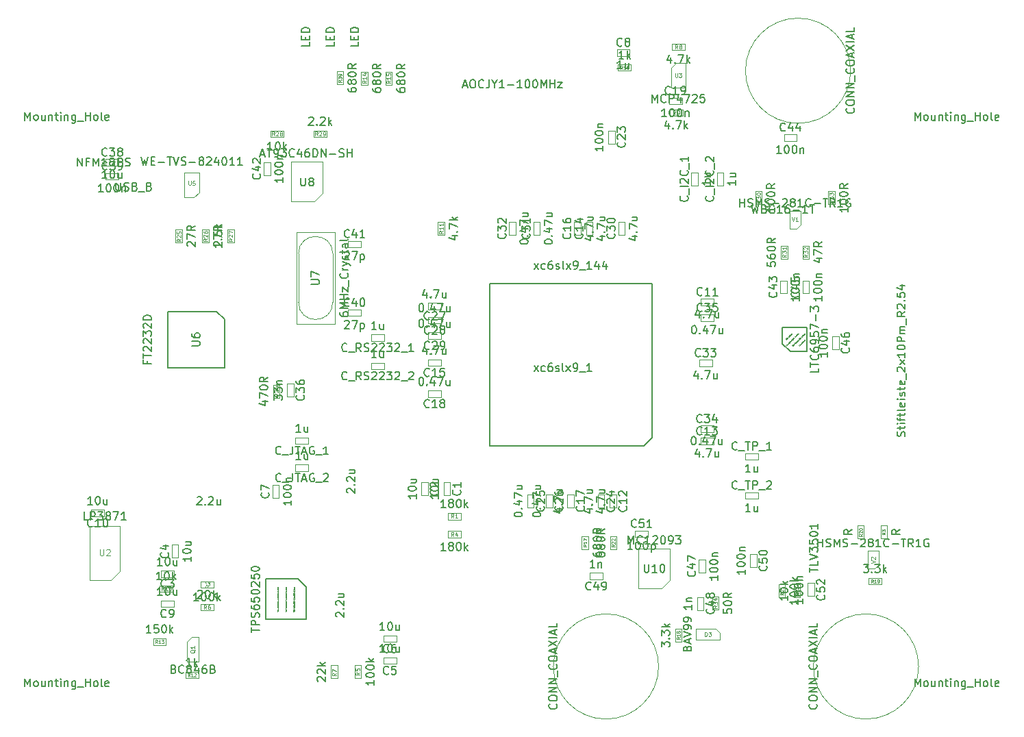
<source format=gbr>
G04 #@! TF.FileFunction,Other,Fab,Top*
%FSLAX46Y46*%
G04 Gerber Fmt 4.6, Leading zero omitted, Abs format (unit mm)*
G04 Created by KiCad (PCBNEW 4.0.6) date 11/10/17 17:18:38*
%MOMM*%
%LPD*%
G01*
G04 APERTURE LIST*
%ADD10C,0.100000*%
%ADD11C,0.150000*%
%ADD12C,0.120000*%
%ADD13C,0.000100*%
%ADD14C,0.075000*%
G04 APERTURE END LIST*
D10*
X108410000Y-95500000D02*
X113110000Y-95500000D01*
X113110000Y-95500000D02*
X113110000Y-84100000D01*
X113110000Y-84100000D02*
X108410000Y-84100000D01*
X108410000Y-84100000D02*
X108410000Y-95500000D01*
X108645000Y-92815000D02*
X108645000Y-86785000D01*
X112875000Y-92815000D02*
X112875000Y-86785000D01*
X112875000Y-92815000D02*
G75*
G02X108645000Y-92815000I-2115000J0D01*
G01*
X112875000Y-86785000D02*
G75*
G03X108645000Y-86785000I-2115000J0D01*
G01*
D11*
X99483900Y-94924200D02*
X99483900Y-100924200D01*
X99483900Y-100924200D02*
X92483900Y-100924200D01*
X92483900Y-100924200D02*
X92483900Y-93924200D01*
X92483900Y-93924200D02*
X98483900Y-93924200D01*
X98483900Y-93924200D02*
X99483900Y-94924200D01*
D10*
X168990000Y-91710000D02*
X168190000Y-91710000D01*
X168990000Y-90110000D02*
X168990000Y-91710000D01*
X168190000Y-90110000D02*
X168990000Y-90110000D01*
X168190000Y-91710000D02*
X168190000Y-90110000D01*
X146230000Y-126260000D02*
X146230000Y-127060000D01*
X144630000Y-126260000D02*
X146230000Y-126260000D01*
X144630000Y-127060000D02*
X144630000Y-126260000D01*
X146230000Y-127060000D02*
X144630000Y-127060000D01*
X185290000Y-137820000D02*
G75*
G03X185290000Y-137820000I-6500000J0D01*
G01*
D11*
X151312215Y-110529851D02*
X132312215Y-110529851D01*
X132312215Y-110529851D02*
X132312215Y-90529851D01*
X132312215Y-90529851D02*
X152312215Y-90529851D01*
X152312215Y-90529851D02*
X152312215Y-109529851D01*
X152312215Y-109529851D02*
X151312215Y-110529851D01*
D10*
X158332364Y-108854350D02*
X158332364Y-108054350D01*
X159932364Y-108854350D02*
X158332364Y-108854350D01*
X159932364Y-108054350D02*
X159932364Y-108854350D01*
X158332364Y-108054350D02*
X159932364Y-108054350D01*
X153574200Y-128176100D02*
X150674200Y-128176100D01*
X150674200Y-128176100D02*
X150674200Y-123276100D01*
X150674200Y-123276100D02*
X154574200Y-123276100D01*
X154574200Y-123276100D02*
X154574200Y-127176100D01*
X154574200Y-127176100D02*
X153574200Y-128176100D01*
X145622215Y-116590000D02*
X146422215Y-116590000D01*
X145622215Y-118190000D02*
X145622215Y-116590000D01*
X146422215Y-118190000D02*
X145622215Y-118190000D01*
X146422215Y-116590000D02*
X146422215Y-118190000D01*
X86547500Y-126070000D02*
X85497500Y-127120000D01*
X86547500Y-126070000D02*
X86547500Y-120420000D01*
X85497500Y-127120000D02*
X82847500Y-127120000D01*
X86547500Y-120420000D02*
X82847500Y-120420000D01*
X82847500Y-127120000D02*
X82847500Y-120420000D01*
X154435000Y-68310000D02*
X154435000Y-67510000D01*
X156035000Y-68310000D02*
X154435000Y-68310000D01*
X156035000Y-67510000D02*
X156035000Y-68310000D01*
X154435000Y-67510000D02*
X156035000Y-67510000D01*
X154685000Y-63850000D02*
X155335000Y-63200000D01*
X156485000Y-63200000D02*
X155335000Y-63200000D01*
X154685000Y-63850000D02*
X154685000Y-66300000D01*
X156485000Y-66300000D02*
X154685000Y-66300000D01*
X156485000Y-63200000D02*
X156485000Y-66300000D01*
X94260000Y-85400000D02*
X93460000Y-85400000D01*
X94260000Y-83800000D02*
X94260000Y-85400000D01*
X93460000Y-83800000D02*
X94260000Y-83800000D01*
X93460000Y-85400000D02*
X93460000Y-83800000D01*
X126252066Y-92880000D02*
X126252066Y-93680000D01*
X124652066Y-92880000D02*
X126252066Y-92880000D01*
X124652066Y-93680000D02*
X124652066Y-92880000D01*
X126252066Y-93680000D02*
X124652066Y-93680000D01*
X171763900Y-91710000D02*
X170963900Y-91710000D01*
X171763900Y-90110000D02*
X171763900Y-91710000D01*
X170963900Y-90110000D02*
X171763900Y-90110000D01*
X170963900Y-91710000D02*
X170963900Y-90110000D01*
X96360000Y-79197000D02*
X95710000Y-79847000D01*
X94560000Y-79847000D02*
X95710000Y-79847000D01*
X96360000Y-79197000D02*
X96360000Y-76747000D01*
X94560000Y-76747000D02*
X96360000Y-76747000D01*
X94560000Y-79847000D02*
X94560000Y-76747000D01*
X84817300Y-77616400D02*
X84817300Y-76816400D01*
X86417300Y-77616400D02*
X84817300Y-77616400D01*
X86417300Y-76816400D02*
X86417300Y-77616400D01*
X84817300Y-76816400D02*
X86417300Y-76816400D01*
X126596100Y-115045800D02*
X127396100Y-115045800D01*
X126596100Y-116645800D02*
X126596100Y-115045800D01*
X127396100Y-116645800D02*
X126596100Y-116645800D01*
X127396100Y-115045800D02*
X127396100Y-116645800D01*
X123846100Y-115045800D02*
X124646100Y-115045800D01*
X123846100Y-116645800D02*
X123846100Y-115045800D01*
X124646100Y-116645800D02*
X123846100Y-116645800D01*
X124646100Y-115045800D02*
X124646100Y-116645800D01*
X93240000Y-125980000D02*
X93240000Y-126780000D01*
X91640000Y-125980000D02*
X93240000Y-125980000D01*
X91640000Y-126780000D02*
X91640000Y-125980000D01*
X93240000Y-126780000D02*
X91640000Y-126780000D01*
X93790000Y-124390000D02*
X92990000Y-124390000D01*
X93790000Y-122790000D02*
X93790000Y-124390000D01*
X92990000Y-122790000D02*
X93790000Y-122790000D01*
X92990000Y-124390000D02*
X92990000Y-122790000D01*
X120724200Y-136696100D02*
X120724200Y-137496100D01*
X119124200Y-136696100D02*
X120724200Y-136696100D01*
X119124200Y-137496100D02*
X119124200Y-136696100D01*
X120724200Y-137496100D02*
X119124200Y-137496100D01*
X120724200Y-133996100D02*
X120724200Y-134796100D01*
X119124200Y-133996100D02*
X120724200Y-133996100D01*
X119124200Y-134796100D02*
X119124200Y-133996100D01*
X120724200Y-134796100D02*
X119124200Y-134796100D01*
X106210000Y-116980000D02*
X105410000Y-116980000D01*
X106210000Y-115380000D02*
X106210000Y-116980000D01*
X105410000Y-115380000D02*
X106210000Y-115380000D01*
X105410000Y-116980000D02*
X105410000Y-115380000D01*
X93240000Y-129660000D02*
X93240000Y-130460000D01*
X91640000Y-129660000D02*
X93240000Y-129660000D01*
X91640000Y-130460000D02*
X91640000Y-129660000D01*
X93240000Y-130460000D02*
X91640000Y-130460000D01*
X84610000Y-118450000D02*
X84610000Y-119250000D01*
X83010000Y-118450000D02*
X84610000Y-118450000D01*
X83010000Y-119250000D02*
X83010000Y-118450000D01*
X84610000Y-119250000D02*
X83010000Y-119250000D01*
X158372364Y-93175402D02*
X158372364Y-92375402D01*
X159972364Y-93175402D02*
X158372364Y-93175402D01*
X159972364Y-92375402D02*
X159972364Y-93175402D01*
X158372364Y-92375402D02*
X159972364Y-92375402D01*
X147129574Y-116590000D02*
X147929574Y-116590000D01*
X147129574Y-118190000D02*
X147129574Y-116590000D01*
X147929574Y-118190000D02*
X147129574Y-118190000D01*
X147929574Y-116590000D02*
X147929574Y-118190000D01*
X158332364Y-110381701D02*
X158332364Y-109581701D01*
X159932364Y-110381701D02*
X158332364Y-110381701D01*
X159932364Y-109581701D02*
X159932364Y-110381701D01*
X158332364Y-109581701D02*
X159932364Y-109581701D01*
X144989066Y-84469702D02*
X144189066Y-84469702D01*
X144989066Y-82869702D02*
X144989066Y-84469702D01*
X144189066Y-82869702D02*
X144989066Y-82869702D01*
X144189066Y-84469702D02*
X144189066Y-82869702D01*
X126252066Y-99870000D02*
X126252066Y-100670000D01*
X124652066Y-99870000D02*
X126252066Y-99870000D01*
X124652066Y-100670000D02*
X124652066Y-99870000D01*
X126252066Y-100670000D02*
X124652066Y-100670000D01*
X143504142Y-84469702D02*
X142704142Y-84469702D01*
X143504142Y-82869702D02*
X143504142Y-84469702D01*
X142704142Y-82869702D02*
X143504142Y-82869702D01*
X142704142Y-84469702D02*
X142704142Y-82869702D01*
X141880000Y-116570000D02*
X142680000Y-116570000D01*
X141880000Y-118170000D02*
X141880000Y-116570000D01*
X142680000Y-118170000D02*
X141880000Y-118170000D01*
X142680000Y-116570000D02*
X142680000Y-118170000D01*
X126252066Y-103720000D02*
X126252066Y-104520000D01*
X124652066Y-103720000D02*
X126252066Y-103720000D01*
X124652066Y-104520000D02*
X124652066Y-103720000D01*
X126252066Y-104520000D02*
X124652066Y-104520000D01*
X146940000Y-71580000D02*
X147740000Y-71580000D01*
X146940000Y-73180000D02*
X146940000Y-71580000D01*
X147740000Y-73180000D02*
X146940000Y-73180000D01*
X147740000Y-71580000D02*
X147740000Y-73180000D01*
X136940000Y-116570000D02*
X137740000Y-116570000D01*
X136940000Y-118170000D02*
X136940000Y-116570000D01*
X137740000Y-118170000D02*
X136940000Y-118170000D01*
X137740000Y-116570000D02*
X137740000Y-118170000D01*
X139230000Y-116570000D02*
X140030000Y-116570000D01*
X139230000Y-118170000D02*
X139230000Y-116570000D01*
X140030000Y-118170000D02*
X139230000Y-118170000D01*
X140030000Y-116570000D02*
X140030000Y-118170000D01*
X126260000Y-94620000D02*
X126260000Y-95420000D01*
X124660000Y-94620000D02*
X126260000Y-94620000D01*
X124660000Y-95420000D02*
X124660000Y-94620000D01*
X126260000Y-95420000D02*
X124660000Y-95420000D01*
X126260000Y-96540000D02*
X126260000Y-97340000D01*
X124660000Y-96540000D02*
X126260000Y-96540000D01*
X124660000Y-97340000D02*
X124660000Y-96540000D01*
X126260000Y-97340000D02*
X124660000Y-97340000D01*
X148970077Y-84469702D02*
X148170077Y-84469702D01*
X148970077Y-82869702D02*
X148970077Y-84469702D01*
X148170077Y-82869702D02*
X148970077Y-82869702D01*
X148170077Y-84469702D02*
X148170077Y-82869702D01*
X138462215Y-84470000D02*
X137662215Y-84470000D01*
X138462215Y-82870000D02*
X138462215Y-84470000D01*
X137662215Y-82870000D02*
X138462215Y-82870000D01*
X137662215Y-84470000D02*
X137662215Y-82870000D01*
X135470000Y-84469702D02*
X134670000Y-84469702D01*
X135470000Y-82869702D02*
X135470000Y-84469702D01*
X134670000Y-82869702D02*
X135470000Y-82869702D01*
X134670000Y-84469702D02*
X134670000Y-82869702D01*
X158160000Y-100720000D02*
X158160000Y-99920000D01*
X159760000Y-100720000D02*
X158160000Y-100720000D01*
X159760000Y-99920000D02*
X159760000Y-100720000D01*
X158160000Y-99920000D02*
X159760000Y-99920000D01*
X158372364Y-95127017D02*
X158372364Y-94327017D01*
X159972364Y-95127017D02*
X158372364Y-95127017D01*
X159972364Y-94327017D02*
X159972364Y-95127017D01*
X158372364Y-94327017D02*
X159972364Y-94327017D01*
X107260000Y-102850000D02*
X108060000Y-102850000D01*
X107260000Y-104450000D02*
X107260000Y-102850000D01*
X108060000Y-104450000D02*
X107260000Y-104450000D01*
X108060000Y-102850000D02*
X108060000Y-104450000D01*
X84810000Y-75920000D02*
X84810000Y-75120000D01*
X86410000Y-75920000D02*
X84810000Y-75920000D01*
X86410000Y-75120000D02*
X86410000Y-75920000D01*
X84810000Y-75120000D02*
X86410000Y-75120000D01*
X114760000Y-94500000D02*
X114760000Y-93700000D01*
X116360000Y-94500000D02*
X114760000Y-94500000D01*
X116360000Y-93700000D02*
X116360000Y-94500000D01*
X114760000Y-93700000D02*
X116360000Y-93700000D01*
X114760000Y-86000000D02*
X114760000Y-85200000D01*
X116360000Y-86000000D02*
X114760000Y-86000000D01*
X116360000Y-85200000D02*
X116360000Y-86000000D01*
X114760000Y-85200000D02*
X116360000Y-85200000D01*
X105156100Y-77080800D02*
X104356100Y-77080800D01*
X105156100Y-75480800D02*
X105156100Y-77080800D01*
X104356100Y-75480800D02*
X105156100Y-75480800D01*
X104356100Y-77080800D02*
X104356100Y-75480800D01*
X168650000Y-72840000D02*
X168650000Y-72040000D01*
X170250000Y-72840000D02*
X168650000Y-72840000D01*
X170250000Y-72040000D02*
X170250000Y-72840000D01*
X168650000Y-72040000D02*
X170250000Y-72040000D01*
X174640000Y-97020000D02*
X175440000Y-97020000D01*
X174640000Y-98620000D02*
X174640000Y-97020000D01*
X175440000Y-98620000D02*
X174640000Y-98620000D01*
X175440000Y-97020000D02*
X175440000Y-98620000D01*
X158910000Y-126220000D02*
X158110000Y-126220000D01*
X158910000Y-124620000D02*
X158910000Y-126220000D01*
X158110000Y-124620000D02*
X158910000Y-124620000D01*
X158110000Y-126220000D02*
X158110000Y-124620000D01*
X157930000Y-129240000D02*
X158730000Y-129240000D01*
X157930000Y-130840000D02*
X157930000Y-129240000D01*
X158730000Y-130840000D02*
X157930000Y-130840000D01*
X158730000Y-129240000D02*
X158730000Y-130840000D01*
X176890000Y-64180000D02*
G75*
G03X176890000Y-64180000I-6500000J0D01*
G01*
X153150000Y-137820000D02*
G75*
G03X153150000Y-137820000I-6500000J0D01*
G01*
X128700000Y-118870000D02*
X128700000Y-119670000D01*
X127100000Y-118870000D02*
X128700000Y-118870000D01*
X127100000Y-119670000D02*
X127100000Y-118870000D01*
X128700000Y-119670000D02*
X127100000Y-119670000D01*
X96540000Y-128100000D02*
X96540000Y-127300000D01*
X98140000Y-128100000D02*
X96540000Y-128100000D01*
X98140000Y-127300000D02*
X98140000Y-128100000D01*
X96540000Y-127300000D02*
X98140000Y-127300000D01*
X127100000Y-121880000D02*
X127100000Y-121080000D01*
X128700000Y-121880000D02*
X127100000Y-121880000D01*
X128700000Y-121080000D02*
X128700000Y-121880000D01*
X127100000Y-121080000D02*
X128700000Y-121080000D01*
X116380000Y-139270000D02*
X115580000Y-139270000D01*
X116380000Y-137670000D02*
X116380000Y-139270000D01*
X115580000Y-137670000D02*
X116380000Y-137670000D01*
X115580000Y-139270000D02*
X115580000Y-137670000D01*
X98140000Y-130100000D02*
X98140000Y-130900000D01*
X96540000Y-130100000D02*
X98140000Y-130100000D01*
X96540000Y-130900000D02*
X96540000Y-130100000D01*
X98140000Y-130900000D02*
X96540000Y-130900000D01*
X112660000Y-137680000D02*
X113460000Y-137680000D01*
X112660000Y-139280000D02*
X112660000Y-137680000D01*
X113460000Y-139280000D02*
X112660000Y-139280000D01*
X113460000Y-137680000D02*
X113460000Y-139280000D01*
X93100000Y-127790000D02*
X93100000Y-128590000D01*
X91500000Y-127790000D02*
X93100000Y-127790000D01*
X91500000Y-128590000D02*
X91500000Y-127790000D01*
X93100000Y-128590000D02*
X91500000Y-128590000D01*
X126685547Y-84469702D02*
X125885547Y-84469702D01*
X126685547Y-82869702D02*
X126685547Y-84469702D01*
X125885547Y-82869702D02*
X126685547Y-82869702D01*
X125885547Y-84469702D02*
X125885547Y-82869702D01*
X117200000Y-65900000D02*
X116400000Y-65900000D01*
X117200000Y-64300000D02*
X117200000Y-65900000D01*
X116400000Y-64300000D02*
X117200000Y-64300000D01*
X116400000Y-65900000D02*
X116400000Y-64300000D01*
X120200000Y-65900000D02*
X119400000Y-65900000D01*
X120200000Y-64300000D02*
X120200000Y-65900000D01*
X119400000Y-64300000D02*
X120200000Y-64300000D01*
X119400000Y-65900000D02*
X119400000Y-64300000D01*
X105530000Y-103000000D02*
X106330000Y-103000000D01*
X105530000Y-104600000D02*
X105530000Y-103000000D01*
X106330000Y-104600000D02*
X105530000Y-104600000D01*
X106330000Y-103000000D02*
X106330000Y-104600000D01*
X97560000Y-85400000D02*
X96760000Y-85400000D01*
X97560000Y-83800000D02*
X97560000Y-85400000D01*
X96760000Y-83800000D02*
X97560000Y-83800000D01*
X96760000Y-85400000D02*
X96760000Y-83800000D01*
X99860000Y-83800000D02*
X100660000Y-83800000D01*
X99860000Y-85400000D02*
X99860000Y-83800000D01*
X100660000Y-85400000D02*
X99860000Y-85400000D01*
X100660000Y-83800000D02*
X100660000Y-85400000D01*
X105206100Y-72390800D02*
X105206100Y-71590800D01*
X106806100Y-72390800D02*
X105206100Y-72390800D01*
X106806100Y-71590800D02*
X106806100Y-72390800D01*
X105206100Y-71590800D02*
X106806100Y-71590800D01*
X112136100Y-71590800D02*
X112136100Y-72390800D01*
X110536100Y-71590800D02*
X112136100Y-71590800D01*
X110536100Y-72390800D02*
X110536100Y-71590800D01*
X112136100Y-72390800D02*
X110536100Y-72390800D01*
X165923900Y-80694200D02*
X165123900Y-80694200D01*
X165923900Y-79094200D02*
X165923900Y-80694200D01*
X165123900Y-79094200D02*
X165923900Y-79094200D01*
X165123900Y-80694200D02*
X165123900Y-79094200D01*
X168283900Y-85814200D02*
X169083900Y-85814200D01*
X168283900Y-87414200D02*
X168283900Y-85814200D01*
X169083900Y-87414200D02*
X168283900Y-87414200D01*
X169083900Y-85814200D02*
X169083900Y-87414200D01*
X171753900Y-87404200D02*
X170953900Y-87404200D01*
X171753900Y-85804200D02*
X171753900Y-87404200D01*
X170953900Y-85804200D02*
X171753900Y-85804200D01*
X170953900Y-87404200D02*
X170953900Y-85804200D01*
X174923900Y-80694200D02*
X174123900Y-80694200D01*
X174923900Y-79094200D02*
X174923900Y-80694200D01*
X174123900Y-79094200D02*
X174923900Y-79094200D01*
X174123900Y-80694200D02*
X174123900Y-79094200D01*
X160590000Y-130780000D02*
X159790000Y-130780000D01*
X160590000Y-129180000D02*
X160590000Y-130780000D01*
X159790000Y-129180000D02*
X160590000Y-129180000D01*
X159790000Y-130780000D02*
X159790000Y-129180000D01*
X110586100Y-80330800D02*
X107686100Y-80330800D01*
X107686100Y-80330800D02*
X107686100Y-75430800D01*
X107686100Y-75430800D02*
X111586100Y-75430800D01*
X111586100Y-75430800D02*
X111586100Y-79330800D01*
X111586100Y-79330800D02*
X110586100Y-80330800D01*
D11*
X168445000Y-97900000D02*
X168445000Y-95900000D01*
X168445000Y-95900000D02*
X171445000Y-95900000D01*
X171445000Y-95900000D02*
X171445000Y-98900000D01*
X171445000Y-98900000D02*
X169445000Y-98900000D01*
X169445000Y-98900000D02*
X168445000Y-97900000D01*
D10*
X169348900Y-83684200D02*
X170198900Y-83684200D01*
X170698900Y-83184200D02*
X170698900Y-81484200D01*
X169348900Y-83684200D02*
X169348900Y-81484200D01*
X169348900Y-81484200D02*
X170698900Y-81484200D01*
X170198900Y-83684200D02*
X170698900Y-83184200D01*
X154800000Y-61640000D02*
X154800000Y-60840000D01*
X156400000Y-61640000D02*
X154800000Y-61640000D01*
X156400000Y-60840000D02*
X156400000Y-61640000D01*
X154800000Y-60840000D02*
X156400000Y-60840000D01*
X154530000Y-69770000D02*
X154530000Y-68970000D01*
X156130000Y-69770000D02*
X154530000Y-69770000D01*
X156130000Y-68970000D02*
X156130000Y-69770000D01*
X154530000Y-68970000D02*
X156130000Y-68970000D01*
X114170000Y-65870000D02*
X113370000Y-65870000D01*
X114170000Y-64270000D02*
X114170000Y-65870000D01*
X113370000Y-64270000D02*
X114170000Y-64270000D01*
X113370000Y-65870000D02*
X113370000Y-64270000D01*
X147990000Y-62360000D02*
X147990000Y-61560000D01*
X149590000Y-62360000D02*
X147990000Y-62360000D01*
X149590000Y-61560000D02*
X149590000Y-62360000D01*
X147990000Y-61560000D02*
X149590000Y-61560000D01*
X149750000Y-63400000D02*
X149750000Y-64200000D01*
X148150000Y-63400000D02*
X149750000Y-63400000D01*
X148150000Y-64200000D02*
X148150000Y-63400000D01*
X149750000Y-64200000D02*
X148150000Y-64200000D01*
X164470000Y-123930000D02*
X165270000Y-123930000D01*
X164470000Y-125530000D02*
X164470000Y-123930000D01*
X165270000Y-125530000D02*
X164470000Y-125530000D01*
X165270000Y-123930000D02*
X165270000Y-125530000D01*
X150240000Y-121830000D02*
X150240000Y-121030000D01*
X151840000Y-121830000D02*
X150240000Y-121830000D01*
X151840000Y-121030000D02*
X151840000Y-121830000D01*
X150240000Y-121030000D02*
X151840000Y-121030000D01*
X144460000Y-123310000D02*
X143660000Y-123310000D01*
X144460000Y-121710000D02*
X144460000Y-123310000D01*
X143660000Y-121710000D02*
X144460000Y-121710000D01*
X143660000Y-123310000D02*
X143660000Y-121710000D01*
X147170000Y-121730000D02*
X147970000Y-121730000D01*
X147170000Y-123330000D02*
X147170000Y-121730000D01*
X147970000Y-123330000D02*
X147170000Y-123330000D01*
X147970000Y-121730000D02*
X147970000Y-123330000D01*
X160200000Y-133140000D02*
X157750000Y-133140000D01*
X160770000Y-133690000D02*
X160770000Y-134540000D01*
X160200000Y-133140000D02*
X160770000Y-133690000D01*
X160770000Y-134540000D02*
X157730000Y-134540000D01*
X157730000Y-133140000D02*
X157730000Y-134540000D01*
D11*
X109590000Y-127980000D02*
X109590000Y-131980000D01*
X109590000Y-131980000D02*
X104590000Y-131980000D01*
X104590000Y-131980000D02*
X104590000Y-126980000D01*
X104590000Y-126980000D02*
X108590000Y-126980000D01*
X108590000Y-126980000D02*
X109590000Y-127980000D01*
D10*
X158000000Y-78350000D02*
X157200000Y-78350000D01*
X158000000Y-76750000D02*
X158000000Y-78350000D01*
X157200000Y-76750000D02*
X158000000Y-76750000D01*
X157200000Y-78350000D02*
X157200000Y-76750000D01*
X161150000Y-78350000D02*
X160350000Y-78350000D01*
X161150000Y-76750000D02*
X161150000Y-78350000D01*
X160350000Y-76750000D02*
X161150000Y-76750000D01*
X160350000Y-78350000D02*
X160350000Y-76750000D01*
X109870000Y-109500000D02*
X109870000Y-110300000D01*
X108270000Y-109500000D02*
X109870000Y-109500000D01*
X108270000Y-110300000D02*
X108270000Y-109500000D01*
X109870000Y-110300000D02*
X108270000Y-110300000D01*
X109870000Y-112870000D02*
X109870000Y-113670000D01*
X108270000Y-112870000D02*
X109870000Y-112870000D01*
X108270000Y-113670000D02*
X108270000Y-112870000D01*
X109870000Y-113670000D02*
X108270000Y-113670000D01*
X119230000Y-96780000D02*
X119230000Y-97580000D01*
X117630000Y-96780000D02*
X119230000Y-96780000D01*
X117630000Y-97580000D02*
X117630000Y-96780000D01*
X119230000Y-97580000D02*
X117630000Y-97580000D01*
X119230000Y-100280000D02*
X119230000Y-101080000D01*
X117630000Y-100280000D02*
X119230000Y-100280000D01*
X117630000Y-101080000D02*
X117630000Y-100280000D01*
X119230000Y-101080000D02*
X117630000Y-101080000D01*
X163860000Y-112250000D02*
X163860000Y-111450000D01*
X165460000Y-112250000D02*
X163860000Y-112250000D01*
X165460000Y-111450000D02*
X165460000Y-112250000D01*
X163860000Y-111450000D02*
X165460000Y-111450000D01*
X163860000Y-117090000D02*
X163860000Y-116290000D01*
X165460000Y-117090000D02*
X163860000Y-117090000D01*
X165460000Y-116290000D02*
X165460000Y-117090000D01*
X163860000Y-116290000D02*
X165460000Y-116290000D01*
X155210000Y-133150000D02*
X156010000Y-133150000D01*
X155210000Y-134750000D02*
X155210000Y-133150000D01*
X156010000Y-134750000D02*
X155210000Y-134750000D01*
X156010000Y-133150000D02*
X156010000Y-134750000D01*
X180720000Y-126900000D02*
X180720000Y-127700000D01*
X179120000Y-126900000D02*
X180720000Y-126900000D01*
X179120000Y-127700000D02*
X179120000Y-126900000D01*
X180720000Y-127700000D02*
X179120000Y-127700000D01*
X179009000Y-125740000D02*
X179859000Y-125740000D01*
X180359000Y-125240000D02*
X180359000Y-123540000D01*
X179009000Y-125740000D02*
X179009000Y-123540000D01*
X179009000Y-123540000D02*
X180359000Y-123540000D01*
X179859000Y-125740000D02*
X180359000Y-125240000D01*
X94870000Y-134760000D02*
X94870000Y-137210000D01*
X95420000Y-134190000D02*
X96270000Y-134190000D01*
X94870000Y-134760000D02*
X95420000Y-134190000D01*
X96270000Y-134190000D02*
X96270000Y-137230000D01*
X94870000Y-137230000D02*
X96270000Y-137230000D01*
X96280000Y-138480000D02*
X96280000Y-139280000D01*
X94680000Y-138480000D02*
X96280000Y-138480000D01*
X94680000Y-139280000D02*
X94680000Y-138480000D01*
X96280000Y-139280000D02*
X94680000Y-139280000D01*
X92270000Y-134370000D02*
X92270000Y-135170000D01*
X90670000Y-134370000D02*
X92270000Y-134370000D01*
X90670000Y-135170000D02*
X90670000Y-134370000D01*
X92270000Y-135170000D02*
X90670000Y-135170000D01*
X181390000Y-122000000D02*
X180590000Y-122000000D01*
X181390000Y-120400000D02*
X181390000Y-122000000D01*
X180590000Y-120400000D02*
X181390000Y-120400000D01*
X180590000Y-122000000D02*
X180590000Y-120400000D01*
X177740000Y-120410000D02*
X178540000Y-120410000D01*
X177740000Y-122010000D02*
X177740000Y-120410000D01*
X178540000Y-122010000D02*
X177740000Y-122010000D01*
X178540000Y-120410000D02*
X178540000Y-122010000D01*
X171600000Y-127530000D02*
X172400000Y-127530000D01*
X171600000Y-129130000D02*
X171600000Y-127530000D01*
X172400000Y-129130000D02*
X171600000Y-129130000D01*
X172400000Y-127530000D02*
X172400000Y-129130000D01*
X168800000Y-129280000D02*
X168000000Y-129280000D01*
X168800000Y-127680000D02*
X168800000Y-129280000D01*
X168000000Y-127680000D02*
X168800000Y-127680000D01*
X168000000Y-129280000D02*
X168000000Y-127680000D01*
X169850000Y-127680000D02*
X170650000Y-127680000D01*
X169850000Y-129280000D02*
X169850000Y-127680000D01*
X170650000Y-129280000D02*
X169850000Y-129280000D01*
X170650000Y-127680000D02*
X170650000Y-129280000D01*
D11*
X113762381Y-94085715D02*
X113762381Y-94276192D01*
X113810000Y-94371430D01*
X113857619Y-94419049D01*
X114000476Y-94514287D01*
X114190952Y-94561906D01*
X114571905Y-94561906D01*
X114667143Y-94514287D01*
X114714762Y-94466668D01*
X114762381Y-94371430D01*
X114762381Y-94180953D01*
X114714762Y-94085715D01*
X114667143Y-94038096D01*
X114571905Y-93990477D01*
X114333810Y-93990477D01*
X114238571Y-94038096D01*
X114190952Y-94085715D01*
X114143333Y-94180953D01*
X114143333Y-94371430D01*
X114190952Y-94466668D01*
X114238571Y-94514287D01*
X114333810Y-94561906D01*
X114762381Y-93561906D02*
X113762381Y-93561906D01*
X114476667Y-93228572D01*
X113762381Y-92895239D01*
X114762381Y-92895239D01*
X114762381Y-92419049D02*
X113762381Y-92419049D01*
X114238571Y-92419049D02*
X114238571Y-91847620D01*
X114762381Y-91847620D02*
X113762381Y-91847620D01*
X114095714Y-91466668D02*
X114095714Y-90942858D01*
X114762381Y-91466668D01*
X114762381Y-90942858D01*
X114857619Y-90800001D02*
X114857619Y-90038096D01*
X114667143Y-89228572D02*
X114714762Y-89276191D01*
X114762381Y-89419048D01*
X114762381Y-89514286D01*
X114714762Y-89657144D01*
X114619524Y-89752382D01*
X114524286Y-89800001D01*
X114333810Y-89847620D01*
X114190952Y-89847620D01*
X114000476Y-89800001D01*
X113905238Y-89752382D01*
X113810000Y-89657144D01*
X113762381Y-89514286D01*
X113762381Y-89419048D01*
X113810000Y-89276191D01*
X113857619Y-89228572D01*
X114762381Y-88800001D02*
X114095714Y-88800001D01*
X114286190Y-88800001D02*
X114190952Y-88752382D01*
X114143333Y-88704763D01*
X114095714Y-88609525D01*
X114095714Y-88514286D01*
X114095714Y-88276191D02*
X114762381Y-88038096D01*
X114095714Y-87800000D02*
X114762381Y-88038096D01*
X115000476Y-88133334D01*
X115048095Y-88180953D01*
X115095714Y-88276191D01*
X114714762Y-87466667D02*
X114762381Y-87371429D01*
X114762381Y-87180953D01*
X114714762Y-87085714D01*
X114619524Y-87038095D01*
X114571905Y-87038095D01*
X114476667Y-87085714D01*
X114429048Y-87180953D01*
X114429048Y-87323810D01*
X114381429Y-87419048D01*
X114286190Y-87466667D01*
X114238571Y-87466667D01*
X114143333Y-87419048D01*
X114095714Y-87323810D01*
X114095714Y-87180953D01*
X114143333Y-87085714D01*
X114095714Y-86752381D02*
X114095714Y-86371429D01*
X113762381Y-86609524D02*
X114619524Y-86609524D01*
X114714762Y-86561905D01*
X114762381Y-86466667D01*
X114762381Y-86371429D01*
X114762381Y-85609523D02*
X114238571Y-85609523D01*
X114143333Y-85657142D01*
X114095714Y-85752380D01*
X114095714Y-85942857D01*
X114143333Y-86038095D01*
X114714762Y-85609523D02*
X114762381Y-85704761D01*
X114762381Y-85942857D01*
X114714762Y-86038095D01*
X114619524Y-86085714D01*
X114524286Y-86085714D01*
X114429048Y-86038095D01*
X114381429Y-85942857D01*
X114381429Y-85704761D01*
X114333810Y-85609523D01*
X114762381Y-84990476D02*
X114714762Y-85085714D01*
X114619524Y-85133333D01*
X113762381Y-85133333D01*
X110212381Y-90561905D02*
X111021905Y-90561905D01*
X111117143Y-90514286D01*
X111164762Y-90466667D01*
X111212381Y-90371429D01*
X111212381Y-90180952D01*
X111164762Y-90085714D01*
X111117143Y-90038095D01*
X111021905Y-89990476D01*
X110212381Y-89990476D01*
X110212381Y-89609524D02*
X110212381Y-88942857D01*
X111212381Y-89371429D01*
X96117619Y-116947619D02*
X96165238Y-116900000D01*
X96260476Y-116852381D01*
X96498572Y-116852381D01*
X96593810Y-116900000D01*
X96641429Y-116947619D01*
X96689048Y-117042857D01*
X96689048Y-117138095D01*
X96641429Y-117280952D01*
X96070000Y-117852381D01*
X96689048Y-117852381D01*
X97117619Y-117757143D02*
X97165238Y-117804762D01*
X97117619Y-117852381D01*
X97070000Y-117804762D01*
X97117619Y-117757143D01*
X97117619Y-117852381D01*
X97546190Y-116947619D02*
X97593809Y-116900000D01*
X97689047Y-116852381D01*
X97927143Y-116852381D01*
X98022381Y-116900000D01*
X98070000Y-116947619D01*
X98117619Y-117042857D01*
X98117619Y-117138095D01*
X98070000Y-117280952D01*
X97498571Y-117852381D01*
X98117619Y-117852381D01*
X98974762Y-117185714D02*
X98974762Y-117852381D01*
X98546190Y-117185714D02*
X98546190Y-117709524D01*
X98593809Y-117804762D01*
X98689047Y-117852381D01*
X98831905Y-117852381D01*
X98927143Y-117804762D01*
X98974762Y-117757143D01*
X89912471Y-100067057D02*
X89912471Y-100400391D01*
X90436281Y-100400391D02*
X89436281Y-100400391D01*
X89436281Y-99924200D01*
X89436281Y-99686105D02*
X89436281Y-99114676D01*
X90436281Y-99400391D02*
X89436281Y-99400391D01*
X89531519Y-98828962D02*
X89483900Y-98781343D01*
X89436281Y-98686105D01*
X89436281Y-98448009D01*
X89483900Y-98352771D01*
X89531519Y-98305152D01*
X89626757Y-98257533D01*
X89721995Y-98257533D01*
X89864852Y-98305152D01*
X90436281Y-98876581D01*
X90436281Y-98257533D01*
X89531519Y-97876581D02*
X89483900Y-97828962D01*
X89436281Y-97733724D01*
X89436281Y-97495628D01*
X89483900Y-97400390D01*
X89531519Y-97352771D01*
X89626757Y-97305152D01*
X89721995Y-97305152D01*
X89864852Y-97352771D01*
X90436281Y-97924200D01*
X90436281Y-97305152D01*
X89436281Y-96971819D02*
X89436281Y-96352771D01*
X89817233Y-96686105D01*
X89817233Y-96543247D01*
X89864852Y-96448009D01*
X89912471Y-96400390D01*
X90007710Y-96352771D01*
X90245805Y-96352771D01*
X90341043Y-96400390D01*
X90388662Y-96448009D01*
X90436281Y-96543247D01*
X90436281Y-96828962D01*
X90388662Y-96924200D01*
X90341043Y-96971819D01*
X89531519Y-95971819D02*
X89483900Y-95924200D01*
X89436281Y-95828962D01*
X89436281Y-95590866D01*
X89483900Y-95495628D01*
X89531519Y-95448009D01*
X89626757Y-95400390D01*
X89721995Y-95400390D01*
X89864852Y-95448009D01*
X90436281Y-96019438D01*
X90436281Y-95400390D01*
X90436281Y-94971819D02*
X89436281Y-94971819D01*
X89436281Y-94733724D01*
X89483900Y-94590866D01*
X89579138Y-94495628D01*
X89674376Y-94448009D01*
X89864852Y-94400390D01*
X90007710Y-94400390D01*
X90198186Y-94448009D01*
X90293424Y-94495628D01*
X90388662Y-94590866D01*
X90436281Y-94733724D01*
X90436281Y-94971819D01*
X95436281Y-98186105D02*
X96245805Y-98186105D01*
X96341043Y-98138486D01*
X96388662Y-98090867D01*
X96436281Y-97995629D01*
X96436281Y-97805152D01*
X96388662Y-97709914D01*
X96341043Y-97662295D01*
X96245805Y-97614676D01*
X95436281Y-97614676D01*
X95436281Y-96709914D02*
X95436281Y-96900391D01*
X95483900Y-96995629D01*
X95531519Y-97043248D01*
X95674376Y-97138486D01*
X95864852Y-97186105D01*
X96245805Y-97186105D01*
X96341043Y-97138486D01*
X96388662Y-97090867D01*
X96436281Y-96995629D01*
X96436281Y-96805152D01*
X96388662Y-96709914D01*
X96341043Y-96662295D01*
X96245805Y-96614676D01*
X96007710Y-96614676D01*
X95912471Y-96662295D01*
X95864852Y-96709914D01*
X95817233Y-96805152D01*
X95817233Y-96995629D01*
X95864852Y-97090867D01*
X95912471Y-97138486D01*
X96007710Y-97186105D01*
X183574762Y-109357144D02*
X183622381Y-109214287D01*
X183622381Y-108976191D01*
X183574762Y-108880953D01*
X183527143Y-108833334D01*
X183431905Y-108785715D01*
X183336667Y-108785715D01*
X183241429Y-108833334D01*
X183193810Y-108880953D01*
X183146190Y-108976191D01*
X183098571Y-109166668D01*
X183050952Y-109261906D01*
X183003333Y-109309525D01*
X182908095Y-109357144D01*
X182812857Y-109357144D01*
X182717619Y-109309525D01*
X182670000Y-109261906D01*
X182622381Y-109166668D01*
X182622381Y-108928572D01*
X182670000Y-108785715D01*
X182955714Y-108500001D02*
X182955714Y-108119049D01*
X182622381Y-108357144D02*
X183479524Y-108357144D01*
X183574762Y-108309525D01*
X183622381Y-108214287D01*
X183622381Y-108119049D01*
X183622381Y-107785715D02*
X182955714Y-107785715D01*
X182622381Y-107785715D02*
X182670000Y-107833334D01*
X182717619Y-107785715D01*
X182670000Y-107738096D01*
X182622381Y-107785715D01*
X182717619Y-107785715D01*
X182955714Y-107452382D02*
X182955714Y-107071430D01*
X183622381Y-107309525D02*
X182765238Y-107309525D01*
X182670000Y-107261906D01*
X182622381Y-107166668D01*
X182622381Y-107071430D01*
X182955714Y-106880953D02*
X182955714Y-106500001D01*
X182622381Y-106738096D02*
X183479524Y-106738096D01*
X183574762Y-106690477D01*
X183622381Y-106595239D01*
X183622381Y-106500001D01*
X183622381Y-106023810D02*
X183574762Y-106119048D01*
X183479524Y-106166667D01*
X182622381Y-106166667D01*
X183574762Y-105261904D02*
X183622381Y-105357142D01*
X183622381Y-105547619D01*
X183574762Y-105642857D01*
X183479524Y-105690476D01*
X183098571Y-105690476D01*
X183003333Y-105642857D01*
X182955714Y-105547619D01*
X182955714Y-105357142D01*
X183003333Y-105261904D01*
X183098571Y-105214285D01*
X183193810Y-105214285D01*
X183289048Y-105690476D01*
X183622381Y-104785714D02*
X182955714Y-104785714D01*
X182622381Y-104785714D02*
X182670000Y-104833333D01*
X182717619Y-104785714D01*
X182670000Y-104738095D01*
X182622381Y-104785714D01*
X182717619Y-104785714D01*
X183574762Y-104357143D02*
X183622381Y-104261905D01*
X183622381Y-104071429D01*
X183574762Y-103976190D01*
X183479524Y-103928571D01*
X183431905Y-103928571D01*
X183336667Y-103976190D01*
X183289048Y-104071429D01*
X183289048Y-104214286D01*
X183241429Y-104309524D01*
X183146190Y-104357143D01*
X183098571Y-104357143D01*
X183003333Y-104309524D01*
X182955714Y-104214286D01*
X182955714Y-104071429D01*
X183003333Y-103976190D01*
X182955714Y-103642857D02*
X182955714Y-103261905D01*
X182622381Y-103500000D02*
X183479524Y-103500000D01*
X183574762Y-103452381D01*
X183622381Y-103357143D01*
X183622381Y-103261905D01*
X183574762Y-102547618D02*
X183622381Y-102642856D01*
X183622381Y-102833333D01*
X183574762Y-102928571D01*
X183479524Y-102976190D01*
X183098571Y-102976190D01*
X183003333Y-102928571D01*
X182955714Y-102833333D01*
X182955714Y-102642856D01*
X183003333Y-102547618D01*
X183098571Y-102499999D01*
X183193810Y-102499999D01*
X183289048Y-102976190D01*
X183717619Y-102309523D02*
X183717619Y-101547618D01*
X182717619Y-101357142D02*
X182670000Y-101309523D01*
X182622381Y-101214285D01*
X182622381Y-100976189D01*
X182670000Y-100880951D01*
X182717619Y-100833332D01*
X182812857Y-100785713D01*
X182908095Y-100785713D01*
X183050952Y-100833332D01*
X183622381Y-101404761D01*
X183622381Y-100785713D01*
X183622381Y-100452380D02*
X182955714Y-99928570D01*
X182955714Y-100452380D02*
X183622381Y-99928570D01*
X183622381Y-99023808D02*
X183622381Y-99595237D01*
X183622381Y-99309523D02*
X182622381Y-99309523D01*
X182765238Y-99404761D01*
X182860476Y-99499999D01*
X182908095Y-99595237D01*
X182622381Y-98404761D02*
X182622381Y-98309522D01*
X182670000Y-98214284D01*
X182717619Y-98166665D01*
X182812857Y-98119046D01*
X183003333Y-98071427D01*
X183241429Y-98071427D01*
X183431905Y-98119046D01*
X183527143Y-98166665D01*
X183574762Y-98214284D01*
X183622381Y-98309522D01*
X183622381Y-98404761D01*
X183574762Y-98499999D01*
X183527143Y-98547618D01*
X183431905Y-98595237D01*
X183241429Y-98642856D01*
X183003333Y-98642856D01*
X182812857Y-98595237D01*
X182717619Y-98547618D01*
X182670000Y-98499999D01*
X182622381Y-98404761D01*
X183622381Y-97642856D02*
X182622381Y-97642856D01*
X182622381Y-97261903D01*
X182670000Y-97166665D01*
X182717619Y-97119046D01*
X182812857Y-97071427D01*
X182955714Y-97071427D01*
X183050952Y-97119046D01*
X183098571Y-97166665D01*
X183146190Y-97261903D01*
X183146190Y-97642856D01*
X183622381Y-96642856D02*
X182955714Y-96642856D01*
X183050952Y-96642856D02*
X183003333Y-96595237D01*
X182955714Y-96499999D01*
X182955714Y-96357141D01*
X183003333Y-96261903D01*
X183098571Y-96214284D01*
X183622381Y-96214284D01*
X183098571Y-96214284D02*
X183003333Y-96166665D01*
X182955714Y-96071427D01*
X182955714Y-95928570D01*
X183003333Y-95833332D01*
X183098571Y-95785713D01*
X183622381Y-95785713D01*
X183717619Y-95547618D02*
X183717619Y-94785713D01*
X183622381Y-93976189D02*
X183146190Y-94309523D01*
X183622381Y-94547618D02*
X182622381Y-94547618D01*
X182622381Y-94166665D01*
X182670000Y-94071427D01*
X182717619Y-94023808D01*
X182812857Y-93976189D01*
X182955714Y-93976189D01*
X183050952Y-94023808D01*
X183098571Y-94071427D01*
X183146190Y-94166665D01*
X183146190Y-94547618D01*
X182717619Y-93595237D02*
X182670000Y-93547618D01*
X182622381Y-93452380D01*
X182622381Y-93214284D01*
X182670000Y-93119046D01*
X182717619Y-93071427D01*
X182812857Y-93023808D01*
X182908095Y-93023808D01*
X183050952Y-93071427D01*
X183622381Y-93642856D01*
X183622381Y-93023808D01*
X183527143Y-92595237D02*
X183574762Y-92547618D01*
X183622381Y-92595237D01*
X183574762Y-92642856D01*
X183527143Y-92595237D01*
X183622381Y-92595237D01*
X182622381Y-91642856D02*
X182622381Y-92119047D01*
X183098571Y-92166666D01*
X183050952Y-92119047D01*
X183003333Y-92023809D01*
X183003333Y-91785713D01*
X183050952Y-91690475D01*
X183098571Y-91642856D01*
X183193810Y-91595237D01*
X183431905Y-91595237D01*
X183527143Y-91642856D01*
X183574762Y-91690475D01*
X183622381Y-91785713D01*
X183622381Y-92023809D01*
X183574762Y-92119047D01*
X183527143Y-92166666D01*
X182955714Y-90738094D02*
X183622381Y-90738094D01*
X182574762Y-90976190D02*
X183289048Y-91214285D01*
X183289048Y-90595237D01*
X170542381Y-92029047D02*
X170542381Y-92600476D01*
X170542381Y-92314762D02*
X169542381Y-92314762D01*
X169685238Y-92410000D01*
X169780476Y-92505238D01*
X169828095Y-92600476D01*
X169542381Y-91410000D02*
X169542381Y-91314761D01*
X169590000Y-91219523D01*
X169637619Y-91171904D01*
X169732857Y-91124285D01*
X169923333Y-91076666D01*
X170161429Y-91076666D01*
X170351905Y-91124285D01*
X170447143Y-91171904D01*
X170494762Y-91219523D01*
X170542381Y-91314761D01*
X170542381Y-91410000D01*
X170494762Y-91505238D01*
X170447143Y-91552857D01*
X170351905Y-91600476D01*
X170161429Y-91648095D01*
X169923333Y-91648095D01*
X169732857Y-91600476D01*
X169637619Y-91552857D01*
X169590000Y-91505238D01*
X169542381Y-91410000D01*
X169542381Y-90457619D02*
X169542381Y-90362380D01*
X169590000Y-90267142D01*
X169637619Y-90219523D01*
X169732857Y-90171904D01*
X169923333Y-90124285D01*
X170161429Y-90124285D01*
X170351905Y-90171904D01*
X170447143Y-90219523D01*
X170494762Y-90267142D01*
X170542381Y-90362380D01*
X170542381Y-90457619D01*
X170494762Y-90552857D01*
X170447143Y-90600476D01*
X170351905Y-90648095D01*
X170161429Y-90695714D01*
X169923333Y-90695714D01*
X169732857Y-90648095D01*
X169637619Y-90600476D01*
X169590000Y-90552857D01*
X169542381Y-90457619D01*
X169875714Y-89695714D02*
X170542381Y-89695714D01*
X169970952Y-89695714D02*
X169923333Y-89648095D01*
X169875714Y-89552857D01*
X169875714Y-89409999D01*
X169923333Y-89314761D01*
X170018571Y-89267142D01*
X170542381Y-89267142D01*
X167697143Y-91552857D02*
X167744762Y-91600476D01*
X167792381Y-91743333D01*
X167792381Y-91838571D01*
X167744762Y-91981429D01*
X167649524Y-92076667D01*
X167554286Y-92124286D01*
X167363810Y-92171905D01*
X167220952Y-92171905D01*
X167030476Y-92124286D01*
X166935238Y-92076667D01*
X166840000Y-91981429D01*
X166792381Y-91838571D01*
X166792381Y-91743333D01*
X166840000Y-91600476D01*
X166887619Y-91552857D01*
X167125714Y-90695714D02*
X167792381Y-90695714D01*
X166744762Y-90933810D02*
X167459048Y-91171905D01*
X167459048Y-90552857D01*
X166792381Y-90267143D02*
X166792381Y-89648095D01*
X167173333Y-89981429D01*
X167173333Y-89838571D01*
X167220952Y-89743333D01*
X167268571Y-89695714D01*
X167363810Y-89648095D01*
X167601905Y-89648095D01*
X167697143Y-89695714D01*
X167744762Y-89743333D01*
X167792381Y-89838571D01*
X167792381Y-90124286D01*
X167744762Y-90219524D01*
X167697143Y-90267143D01*
X145263334Y-125612381D02*
X144691905Y-125612381D01*
X144977619Y-125612381D02*
X144977619Y-124612381D01*
X144882381Y-124755238D01*
X144787143Y-124850476D01*
X144691905Y-124898095D01*
X145691905Y-124945714D02*
X145691905Y-125612381D01*
X145691905Y-125040952D02*
X145739524Y-124993333D01*
X145834762Y-124945714D01*
X145977620Y-124945714D01*
X146072858Y-124993333D01*
X146120477Y-125088571D01*
X146120477Y-125612381D01*
X144787143Y-128267143D02*
X144739524Y-128314762D01*
X144596667Y-128362381D01*
X144501429Y-128362381D01*
X144358571Y-128314762D01*
X144263333Y-128219524D01*
X144215714Y-128124286D01*
X144168095Y-127933810D01*
X144168095Y-127790952D01*
X144215714Y-127600476D01*
X144263333Y-127505238D01*
X144358571Y-127410000D01*
X144501429Y-127362381D01*
X144596667Y-127362381D01*
X144739524Y-127410000D01*
X144787143Y-127457619D01*
X145644286Y-127695714D02*
X145644286Y-128362381D01*
X145406190Y-127314762D02*
X145168095Y-128029048D01*
X145787143Y-128029048D01*
X146215714Y-128362381D02*
X146406190Y-128362381D01*
X146501429Y-128314762D01*
X146549048Y-128267143D01*
X146644286Y-128124286D01*
X146691905Y-127933810D01*
X146691905Y-127552857D01*
X146644286Y-127457619D01*
X146596667Y-127410000D01*
X146501429Y-127362381D01*
X146310952Y-127362381D01*
X146215714Y-127410000D01*
X146168095Y-127457619D01*
X146120476Y-127552857D01*
X146120476Y-127790952D01*
X146168095Y-127886190D01*
X146215714Y-127933810D01*
X146310952Y-127981429D01*
X146501429Y-127981429D01*
X146596667Y-127933810D01*
X146644286Y-127886190D01*
X146691905Y-127790952D01*
X172647143Y-142462857D02*
X172694762Y-142510476D01*
X172742381Y-142653333D01*
X172742381Y-142748571D01*
X172694762Y-142891429D01*
X172599524Y-142986667D01*
X172504286Y-143034286D01*
X172313810Y-143081905D01*
X172170952Y-143081905D01*
X171980476Y-143034286D01*
X171885238Y-142986667D01*
X171790000Y-142891429D01*
X171742381Y-142748571D01*
X171742381Y-142653333D01*
X171790000Y-142510476D01*
X171837619Y-142462857D01*
X171742381Y-141843810D02*
X171742381Y-141653333D01*
X171790000Y-141558095D01*
X171885238Y-141462857D01*
X172075714Y-141415238D01*
X172409048Y-141415238D01*
X172599524Y-141462857D01*
X172694762Y-141558095D01*
X172742381Y-141653333D01*
X172742381Y-141843810D01*
X172694762Y-141939048D01*
X172599524Y-142034286D01*
X172409048Y-142081905D01*
X172075714Y-142081905D01*
X171885238Y-142034286D01*
X171790000Y-141939048D01*
X171742381Y-141843810D01*
X172742381Y-140986667D02*
X171742381Y-140986667D01*
X172742381Y-140415238D01*
X171742381Y-140415238D01*
X172742381Y-139939048D02*
X171742381Y-139939048D01*
X172742381Y-139367619D01*
X171742381Y-139367619D01*
X172837619Y-139129524D02*
X172837619Y-138367619D01*
X172647143Y-137558095D02*
X172694762Y-137605714D01*
X172742381Y-137748571D01*
X172742381Y-137843809D01*
X172694762Y-137986667D01*
X172599524Y-138081905D01*
X172504286Y-138129524D01*
X172313810Y-138177143D01*
X172170952Y-138177143D01*
X171980476Y-138129524D01*
X171885238Y-138081905D01*
X171790000Y-137986667D01*
X171742381Y-137843809D01*
X171742381Y-137748571D01*
X171790000Y-137605714D01*
X171837619Y-137558095D01*
X171742381Y-136939048D02*
X171742381Y-136748571D01*
X171790000Y-136653333D01*
X171885238Y-136558095D01*
X172075714Y-136510476D01*
X172409048Y-136510476D01*
X172599524Y-136558095D01*
X172694762Y-136653333D01*
X172742381Y-136748571D01*
X172742381Y-136939048D01*
X172694762Y-137034286D01*
X172599524Y-137129524D01*
X172409048Y-137177143D01*
X172075714Y-137177143D01*
X171885238Y-137129524D01*
X171790000Y-137034286D01*
X171742381Y-136939048D01*
X172456667Y-136129524D02*
X172456667Y-135653333D01*
X172742381Y-136224762D02*
X171742381Y-135891429D01*
X172742381Y-135558095D01*
X171742381Y-135320000D02*
X172742381Y-134653333D01*
X171742381Y-134653333D02*
X172742381Y-135320000D01*
X172742381Y-134272381D02*
X171742381Y-134272381D01*
X172456667Y-133843810D02*
X172456667Y-133367619D01*
X172742381Y-133939048D02*
X171742381Y-133605715D01*
X172742381Y-133272381D01*
X172742381Y-132462857D02*
X172742381Y-132939048D01*
X171742381Y-132939048D01*
X137788405Y-88707232D02*
X138312215Y-88040565D01*
X137788405Y-88040565D02*
X138312215Y-88707232D01*
X139121739Y-88659613D02*
X139026501Y-88707232D01*
X138836024Y-88707232D01*
X138740786Y-88659613D01*
X138693167Y-88611994D01*
X138645548Y-88516756D01*
X138645548Y-88231041D01*
X138693167Y-88135803D01*
X138740786Y-88088184D01*
X138836024Y-88040565D01*
X139026501Y-88040565D01*
X139121739Y-88088184D01*
X139978882Y-87707232D02*
X139788405Y-87707232D01*
X139693167Y-87754851D01*
X139645548Y-87802470D01*
X139550310Y-87945327D01*
X139502691Y-88135803D01*
X139502691Y-88516756D01*
X139550310Y-88611994D01*
X139597929Y-88659613D01*
X139693167Y-88707232D01*
X139883644Y-88707232D01*
X139978882Y-88659613D01*
X140026501Y-88611994D01*
X140074120Y-88516756D01*
X140074120Y-88278661D01*
X140026501Y-88183422D01*
X139978882Y-88135803D01*
X139883644Y-88088184D01*
X139693167Y-88088184D01*
X139597929Y-88135803D01*
X139550310Y-88183422D01*
X139502691Y-88278661D01*
X140455072Y-88659613D02*
X140550310Y-88707232D01*
X140740786Y-88707232D01*
X140836025Y-88659613D01*
X140883644Y-88564375D01*
X140883644Y-88516756D01*
X140836025Y-88421518D01*
X140740786Y-88373899D01*
X140597929Y-88373899D01*
X140502691Y-88326280D01*
X140455072Y-88231041D01*
X140455072Y-88183422D01*
X140502691Y-88088184D01*
X140597929Y-88040565D01*
X140740786Y-88040565D01*
X140836025Y-88088184D01*
X141455072Y-88707232D02*
X141359834Y-88659613D01*
X141312215Y-88564375D01*
X141312215Y-87707232D01*
X141740787Y-88707232D02*
X142264597Y-88040565D01*
X141740787Y-88040565D02*
X142264597Y-88707232D01*
X142693168Y-88707232D02*
X142883644Y-88707232D01*
X142978883Y-88659613D01*
X143026502Y-88611994D01*
X143121740Y-88469137D01*
X143169359Y-88278661D01*
X143169359Y-87897708D01*
X143121740Y-87802470D01*
X143074121Y-87754851D01*
X142978883Y-87707232D01*
X142788406Y-87707232D01*
X142693168Y-87754851D01*
X142645549Y-87802470D01*
X142597930Y-87897708D01*
X142597930Y-88135803D01*
X142645549Y-88231041D01*
X142693168Y-88278661D01*
X142788406Y-88326280D01*
X142978883Y-88326280D01*
X143074121Y-88278661D01*
X143121740Y-88231041D01*
X143169359Y-88135803D01*
X143359835Y-88802470D02*
X144121740Y-88802470D01*
X144883645Y-88707232D02*
X144312216Y-88707232D01*
X144597930Y-88707232D02*
X144597930Y-87707232D01*
X144502692Y-87850089D01*
X144407454Y-87945327D01*
X144312216Y-87992946D01*
X145740788Y-88040565D02*
X145740788Y-88707232D01*
X145502692Y-87659613D02*
X145264597Y-88373899D01*
X145883645Y-88373899D01*
X146693169Y-88040565D02*
X146693169Y-88707232D01*
X146455073Y-87659613D02*
X146216978Y-88373899D01*
X146836026Y-88373899D01*
X137764979Y-101335785D02*
X138288789Y-100669118D01*
X137764979Y-100669118D02*
X138288789Y-101335785D01*
X139098313Y-101288166D02*
X139003075Y-101335785D01*
X138812598Y-101335785D01*
X138717360Y-101288166D01*
X138669741Y-101240547D01*
X138622122Y-101145309D01*
X138622122Y-100859594D01*
X138669741Y-100764356D01*
X138717360Y-100716737D01*
X138812598Y-100669118D01*
X139003075Y-100669118D01*
X139098313Y-100716737D01*
X139955456Y-100335785D02*
X139764979Y-100335785D01*
X139669741Y-100383404D01*
X139622122Y-100431023D01*
X139526884Y-100573880D01*
X139479265Y-100764356D01*
X139479265Y-101145309D01*
X139526884Y-101240547D01*
X139574503Y-101288166D01*
X139669741Y-101335785D01*
X139860218Y-101335785D01*
X139955456Y-101288166D01*
X140003075Y-101240547D01*
X140050694Y-101145309D01*
X140050694Y-100907214D01*
X140003075Y-100811975D01*
X139955456Y-100764356D01*
X139860218Y-100716737D01*
X139669741Y-100716737D01*
X139574503Y-100764356D01*
X139526884Y-100811975D01*
X139479265Y-100907214D01*
X140431646Y-101288166D02*
X140526884Y-101335785D01*
X140717360Y-101335785D01*
X140812599Y-101288166D01*
X140860218Y-101192928D01*
X140860218Y-101145309D01*
X140812599Y-101050071D01*
X140717360Y-101002452D01*
X140574503Y-101002452D01*
X140479265Y-100954833D01*
X140431646Y-100859594D01*
X140431646Y-100811975D01*
X140479265Y-100716737D01*
X140574503Y-100669118D01*
X140717360Y-100669118D01*
X140812599Y-100716737D01*
X141431646Y-101335785D02*
X141336408Y-101288166D01*
X141288789Y-101192928D01*
X141288789Y-100335785D01*
X141717361Y-101335785D02*
X142241171Y-100669118D01*
X141717361Y-100669118D02*
X142241171Y-101335785D01*
X142669742Y-101335785D02*
X142860218Y-101335785D01*
X142955457Y-101288166D01*
X143003076Y-101240547D01*
X143098314Y-101097690D01*
X143145933Y-100907214D01*
X143145933Y-100526261D01*
X143098314Y-100431023D01*
X143050695Y-100383404D01*
X142955457Y-100335785D01*
X142764980Y-100335785D01*
X142669742Y-100383404D01*
X142622123Y-100431023D01*
X142574504Y-100526261D01*
X142574504Y-100764356D01*
X142622123Y-100859594D01*
X142669742Y-100907214D01*
X142764980Y-100954833D01*
X142955457Y-100954833D01*
X143050695Y-100907214D01*
X143098314Y-100859594D01*
X143145933Y-100764356D01*
X143336409Y-101431023D02*
X144098314Y-101431023D01*
X144860219Y-101335785D02*
X144288790Y-101335785D01*
X144574504Y-101335785D02*
X144574504Y-100335785D01*
X144479266Y-100478642D01*
X144384028Y-100573880D01*
X144288790Y-100621499D01*
X157441888Y-109406731D02*
X157537127Y-109406731D01*
X157632365Y-109454350D01*
X157679984Y-109501969D01*
X157727603Y-109597207D01*
X157775222Y-109787683D01*
X157775222Y-110025779D01*
X157727603Y-110216255D01*
X157679984Y-110311493D01*
X157632365Y-110359112D01*
X157537127Y-110406731D01*
X157441888Y-110406731D01*
X157346650Y-110359112D01*
X157299031Y-110311493D01*
X157251412Y-110216255D01*
X157203793Y-110025779D01*
X157203793Y-109787683D01*
X157251412Y-109597207D01*
X157299031Y-109501969D01*
X157346650Y-109454350D01*
X157441888Y-109406731D01*
X158203793Y-110311493D02*
X158251412Y-110359112D01*
X158203793Y-110406731D01*
X158156174Y-110359112D01*
X158203793Y-110311493D01*
X158203793Y-110406731D01*
X159108555Y-109740064D02*
X159108555Y-110406731D01*
X158870459Y-109359112D02*
X158632364Y-110073398D01*
X159251412Y-110073398D01*
X159537126Y-109406731D02*
X160203793Y-109406731D01*
X159775221Y-110406731D01*
X161013317Y-109740064D02*
X161013317Y-110406731D01*
X160584745Y-109740064D02*
X160584745Y-110263874D01*
X160632364Y-110359112D01*
X160727602Y-110406731D01*
X160870460Y-110406731D01*
X160965698Y-110359112D01*
X161013317Y-110311493D01*
X158489507Y-107561494D02*
X158441888Y-107609113D01*
X158299031Y-107656732D01*
X158203793Y-107656732D01*
X158060935Y-107609113D01*
X157965697Y-107513875D01*
X157918078Y-107418637D01*
X157870459Y-107228161D01*
X157870459Y-107085303D01*
X157918078Y-106894827D01*
X157965697Y-106799589D01*
X158060935Y-106704351D01*
X158203793Y-106656732D01*
X158299031Y-106656732D01*
X158441888Y-106704351D01*
X158489507Y-106751970D01*
X158822840Y-106656732D02*
X159441888Y-106656732D01*
X159108554Y-107037684D01*
X159251412Y-107037684D01*
X159346650Y-107085303D01*
X159394269Y-107132922D01*
X159441888Y-107228161D01*
X159441888Y-107466256D01*
X159394269Y-107561494D01*
X159346650Y-107609113D01*
X159251412Y-107656732D01*
X158965697Y-107656732D01*
X158870459Y-107609113D01*
X158822840Y-107561494D01*
X160299031Y-106990065D02*
X160299031Y-107656732D01*
X160060935Y-106609113D02*
X159822840Y-107323399D01*
X160441888Y-107323399D01*
X149409914Y-122678481D02*
X149409914Y-121678481D01*
X149743248Y-122392767D01*
X150076581Y-121678481D01*
X150076581Y-122678481D01*
X151124200Y-122583243D02*
X151076581Y-122630862D01*
X150933724Y-122678481D01*
X150838486Y-122678481D01*
X150695628Y-122630862D01*
X150600390Y-122535624D01*
X150552771Y-122440386D01*
X150505152Y-122249910D01*
X150505152Y-122107052D01*
X150552771Y-121916576D01*
X150600390Y-121821338D01*
X150695628Y-121726100D01*
X150838486Y-121678481D01*
X150933724Y-121678481D01*
X151076581Y-121726100D01*
X151124200Y-121773719D01*
X152076581Y-122678481D02*
X151505152Y-122678481D01*
X151790866Y-122678481D02*
X151790866Y-121678481D01*
X151695628Y-121821338D01*
X151600390Y-121916576D01*
X151505152Y-121964195D01*
X152457533Y-121773719D02*
X152505152Y-121726100D01*
X152600390Y-121678481D01*
X152838486Y-121678481D01*
X152933724Y-121726100D01*
X152981343Y-121773719D01*
X153028962Y-121868957D01*
X153028962Y-121964195D01*
X152981343Y-122107052D01*
X152409914Y-122678481D01*
X153028962Y-122678481D01*
X153648009Y-121678481D02*
X153743248Y-121678481D01*
X153838486Y-121726100D01*
X153886105Y-121773719D01*
X153933724Y-121868957D01*
X153981343Y-122059433D01*
X153981343Y-122297529D01*
X153933724Y-122488005D01*
X153886105Y-122583243D01*
X153838486Y-122630862D01*
X153743248Y-122678481D01*
X153648009Y-122678481D01*
X153552771Y-122630862D01*
X153505152Y-122583243D01*
X153457533Y-122488005D01*
X153409914Y-122297529D01*
X153409914Y-122059433D01*
X153457533Y-121868957D01*
X153505152Y-121773719D01*
X153552771Y-121726100D01*
X153648009Y-121678481D01*
X154457533Y-122678481D02*
X154648009Y-122678481D01*
X154743248Y-122630862D01*
X154790867Y-122583243D01*
X154886105Y-122440386D01*
X154933724Y-122249910D01*
X154933724Y-121868957D01*
X154886105Y-121773719D01*
X154838486Y-121726100D01*
X154743248Y-121678481D01*
X154552771Y-121678481D01*
X154457533Y-121726100D01*
X154409914Y-121773719D01*
X154362295Y-121868957D01*
X154362295Y-122107052D01*
X154409914Y-122202290D01*
X154457533Y-122249910D01*
X154552771Y-122297529D01*
X154743248Y-122297529D01*
X154838486Y-122249910D01*
X154886105Y-122202290D01*
X154933724Y-122107052D01*
X155267057Y-121678481D02*
X155886105Y-121678481D01*
X155552771Y-122059433D01*
X155695629Y-122059433D01*
X155790867Y-122107052D01*
X155838486Y-122154671D01*
X155886105Y-122249910D01*
X155886105Y-122488005D01*
X155838486Y-122583243D01*
X155790867Y-122630862D01*
X155695629Y-122678481D01*
X155409914Y-122678481D01*
X155314676Y-122630862D01*
X155267057Y-122583243D01*
X151386105Y-125178481D02*
X151386105Y-125988005D01*
X151433724Y-126083243D01*
X151481343Y-126130862D01*
X151576581Y-126178481D01*
X151767058Y-126178481D01*
X151862296Y-126130862D01*
X151909915Y-126083243D01*
X151957534Y-125988005D01*
X151957534Y-125178481D01*
X152957534Y-126178481D02*
X152386105Y-126178481D01*
X152671819Y-126178481D02*
X152671819Y-125178481D01*
X152576581Y-125321338D01*
X152481343Y-125416576D01*
X152386105Y-125464195D01*
X153576581Y-125178481D02*
X153671820Y-125178481D01*
X153767058Y-125226100D01*
X153814677Y-125273719D01*
X153862296Y-125368957D01*
X153909915Y-125559433D01*
X153909915Y-125797529D01*
X153862296Y-125988005D01*
X153814677Y-126083243D01*
X153767058Y-126130862D01*
X153671820Y-126178481D01*
X153576581Y-126178481D01*
X153481343Y-126130862D01*
X153433724Y-126083243D01*
X153386105Y-125988005D01*
X153338486Y-125797529D01*
X153338486Y-125559433D01*
X153386105Y-125368957D01*
X153433724Y-125273719D01*
X153481343Y-125226100D01*
X153576581Y-125178481D01*
X128984762Y-66006667D02*
X129460953Y-66006667D01*
X128889524Y-66292381D02*
X129222857Y-65292381D01*
X129556191Y-66292381D01*
X130080000Y-65292381D02*
X130270477Y-65292381D01*
X130365715Y-65340000D01*
X130460953Y-65435238D01*
X130508572Y-65625714D01*
X130508572Y-65959048D01*
X130460953Y-66149524D01*
X130365715Y-66244762D01*
X130270477Y-66292381D01*
X130080000Y-66292381D01*
X129984762Y-66244762D01*
X129889524Y-66149524D01*
X129841905Y-65959048D01*
X129841905Y-65625714D01*
X129889524Y-65435238D01*
X129984762Y-65340000D01*
X130080000Y-65292381D01*
X131508572Y-66197143D02*
X131460953Y-66244762D01*
X131318096Y-66292381D01*
X131222858Y-66292381D01*
X131080000Y-66244762D01*
X130984762Y-66149524D01*
X130937143Y-66054286D01*
X130889524Y-65863810D01*
X130889524Y-65720952D01*
X130937143Y-65530476D01*
X130984762Y-65435238D01*
X131080000Y-65340000D01*
X131222858Y-65292381D01*
X131318096Y-65292381D01*
X131460953Y-65340000D01*
X131508572Y-65387619D01*
X132222858Y-65292381D02*
X132222858Y-66006667D01*
X132175238Y-66149524D01*
X132080000Y-66244762D01*
X131937143Y-66292381D01*
X131841905Y-66292381D01*
X132889524Y-65816190D02*
X132889524Y-66292381D01*
X132556191Y-65292381D02*
X132889524Y-65816190D01*
X133222858Y-65292381D01*
X134080001Y-66292381D02*
X133508572Y-66292381D01*
X133794286Y-66292381D02*
X133794286Y-65292381D01*
X133699048Y-65435238D01*
X133603810Y-65530476D01*
X133508572Y-65578095D01*
X134508572Y-65911429D02*
X135270477Y-65911429D01*
X136270477Y-66292381D02*
X135699048Y-66292381D01*
X135984762Y-66292381D02*
X135984762Y-65292381D01*
X135889524Y-65435238D01*
X135794286Y-65530476D01*
X135699048Y-65578095D01*
X136889524Y-65292381D02*
X136984763Y-65292381D01*
X137080001Y-65340000D01*
X137127620Y-65387619D01*
X137175239Y-65482857D01*
X137222858Y-65673333D01*
X137222858Y-65911429D01*
X137175239Y-66101905D01*
X137127620Y-66197143D01*
X137080001Y-66244762D01*
X136984763Y-66292381D01*
X136889524Y-66292381D01*
X136794286Y-66244762D01*
X136746667Y-66197143D01*
X136699048Y-66101905D01*
X136651429Y-65911429D01*
X136651429Y-65673333D01*
X136699048Y-65482857D01*
X136746667Y-65387619D01*
X136794286Y-65340000D01*
X136889524Y-65292381D01*
X137841905Y-65292381D02*
X137937144Y-65292381D01*
X138032382Y-65340000D01*
X138080001Y-65387619D01*
X138127620Y-65482857D01*
X138175239Y-65673333D01*
X138175239Y-65911429D01*
X138127620Y-66101905D01*
X138080001Y-66197143D01*
X138032382Y-66244762D01*
X137937144Y-66292381D01*
X137841905Y-66292381D01*
X137746667Y-66244762D01*
X137699048Y-66197143D01*
X137651429Y-66101905D01*
X137603810Y-65911429D01*
X137603810Y-65673333D01*
X137651429Y-65482857D01*
X137699048Y-65387619D01*
X137746667Y-65340000D01*
X137841905Y-65292381D01*
X138603810Y-66292381D02*
X138603810Y-65292381D01*
X138937144Y-66006667D01*
X139270477Y-65292381D01*
X139270477Y-66292381D01*
X139746667Y-66292381D02*
X139746667Y-65292381D01*
X139746667Y-65768571D02*
X140318096Y-65768571D01*
X140318096Y-66292381D02*
X140318096Y-65292381D01*
X140699048Y-65625714D02*
X141222858Y-65625714D01*
X140699048Y-66292381D01*
X141222858Y-66292381D01*
X144307929Y-118366190D02*
X144974596Y-118366190D01*
X143926977Y-118604286D02*
X144641263Y-118842381D01*
X144641263Y-118223333D01*
X144879358Y-117842381D02*
X144926977Y-117794762D01*
X144974596Y-117842381D01*
X144926977Y-117890000D01*
X144879358Y-117842381D01*
X144974596Y-117842381D01*
X143974596Y-117461429D02*
X143974596Y-116794762D01*
X144974596Y-117223334D01*
X144307929Y-115985238D02*
X144974596Y-115985238D01*
X144307929Y-116413810D02*
X144831739Y-116413810D01*
X144926977Y-116366191D01*
X144974596Y-116270953D01*
X144974596Y-116128095D01*
X144926977Y-116032857D01*
X144879358Y-115985238D01*
X147629357Y-118032857D02*
X147676976Y-118080476D01*
X147724595Y-118223333D01*
X147724595Y-118318571D01*
X147676976Y-118461429D01*
X147581738Y-118556667D01*
X147486500Y-118604286D01*
X147296024Y-118651905D01*
X147153166Y-118651905D01*
X146962690Y-118604286D01*
X146867452Y-118556667D01*
X146772214Y-118461429D01*
X146724595Y-118318571D01*
X146724595Y-118223333D01*
X146772214Y-118080476D01*
X146819833Y-118032857D01*
X146819833Y-117651905D02*
X146772214Y-117604286D01*
X146724595Y-117509048D01*
X146724595Y-117270952D01*
X146772214Y-117175714D01*
X146819833Y-117128095D01*
X146915071Y-117080476D01*
X147010309Y-117080476D01*
X147153166Y-117128095D01*
X147724595Y-117699524D01*
X147724595Y-117080476D01*
X147057928Y-116223333D02*
X147724595Y-116223333D01*
X146676976Y-116461429D02*
X147391262Y-116699524D01*
X147391262Y-116080476D01*
X82602262Y-119722381D02*
X82126071Y-119722381D01*
X82126071Y-118722381D01*
X82935595Y-119722381D02*
X82935595Y-118722381D01*
X83316548Y-118722381D01*
X83411786Y-118770000D01*
X83459405Y-118817619D01*
X83507024Y-118912857D01*
X83507024Y-119055714D01*
X83459405Y-119150952D01*
X83411786Y-119198571D01*
X83316548Y-119246190D01*
X82935595Y-119246190D01*
X83840357Y-118722381D02*
X84459405Y-118722381D01*
X84126071Y-119103333D01*
X84268929Y-119103333D01*
X84364167Y-119150952D01*
X84411786Y-119198571D01*
X84459405Y-119293810D01*
X84459405Y-119531905D01*
X84411786Y-119627143D01*
X84364167Y-119674762D01*
X84268929Y-119722381D01*
X83983214Y-119722381D01*
X83887976Y-119674762D01*
X83840357Y-119627143D01*
X85030833Y-119150952D02*
X84935595Y-119103333D01*
X84887976Y-119055714D01*
X84840357Y-118960476D01*
X84840357Y-118912857D01*
X84887976Y-118817619D01*
X84935595Y-118770000D01*
X85030833Y-118722381D01*
X85221310Y-118722381D01*
X85316548Y-118770000D01*
X85364167Y-118817619D01*
X85411786Y-118912857D01*
X85411786Y-118960476D01*
X85364167Y-119055714D01*
X85316548Y-119103333D01*
X85221310Y-119150952D01*
X85030833Y-119150952D01*
X84935595Y-119198571D01*
X84887976Y-119246190D01*
X84840357Y-119341429D01*
X84840357Y-119531905D01*
X84887976Y-119627143D01*
X84935595Y-119674762D01*
X85030833Y-119722381D01*
X85221310Y-119722381D01*
X85316548Y-119674762D01*
X85364167Y-119627143D01*
X85411786Y-119531905D01*
X85411786Y-119341429D01*
X85364167Y-119246190D01*
X85316548Y-119198571D01*
X85221310Y-119150952D01*
X85745119Y-118722381D02*
X86411786Y-118722381D01*
X85983214Y-119722381D01*
X87316548Y-119722381D02*
X86745119Y-119722381D01*
X87030833Y-119722381D02*
X87030833Y-118722381D01*
X86935595Y-118865238D01*
X86840357Y-118960476D01*
X86745119Y-119008095D01*
D12*
X84087976Y-123331905D02*
X84087976Y-123979524D01*
X84126071Y-124055714D01*
X84164167Y-124093810D01*
X84240357Y-124131905D01*
X84392738Y-124131905D01*
X84468929Y-124093810D01*
X84507024Y-124055714D01*
X84545119Y-123979524D01*
X84545119Y-123331905D01*
X84887976Y-123408095D02*
X84926071Y-123370000D01*
X85002262Y-123331905D01*
X85192738Y-123331905D01*
X85268928Y-123370000D01*
X85307024Y-123408095D01*
X85345119Y-123484286D01*
X85345119Y-123560476D01*
X85307024Y-123674762D01*
X84849881Y-124131905D01*
X85345119Y-124131905D01*
D13*
X170428784Y-98132861D02*
X170548521Y-98192729D01*
X170488652Y-98072992D01*
X170608389Y-98132861D02*
X170518586Y-98043058D01*
X170621218Y-98068717D02*
X170663981Y-98025953D01*
X170638323Y-98102927D02*
X170578455Y-97983190D01*
X170698191Y-98043058D01*
X170693915Y-97978914D02*
X170762336Y-97910493D01*
X170766612Y-97795032D02*
X170775165Y-97786480D01*
X170787994Y-97782204D01*
X170796547Y-97782204D01*
X170809375Y-97786480D01*
X170830757Y-97799309D01*
X170852138Y-97820690D01*
X170864967Y-97842072D01*
X170869244Y-97854901D01*
X170869244Y-97863454D01*
X170864967Y-97876282D01*
X170856415Y-97884835D01*
X170843586Y-97889112D01*
X170835033Y-97889111D01*
X170822204Y-97884835D01*
X170800822Y-97872006D01*
X170779441Y-97850625D01*
X170766612Y-97829243D01*
X170762336Y-97816414D01*
X170762336Y-97807862D01*
X170766612Y-97795032D01*
X170916283Y-97807862D02*
X170924836Y-97807862D01*
X170924835Y-97816414D01*
X170916283Y-97816415D01*
X170916283Y-97807862D01*
X170924835Y-97816414D01*
X170916283Y-97645361D02*
X170899177Y-97662467D01*
X170894901Y-97675296D01*
X170894901Y-97683849D01*
X170899177Y-97705230D01*
X170912006Y-97726612D01*
X170946217Y-97760823D01*
X170959046Y-97765099D01*
X170967599Y-97765099D01*
X170980427Y-97760822D01*
X170997532Y-97743717D01*
X171001809Y-97730888D01*
X171001809Y-97722336D01*
X170997533Y-97709507D01*
X170976151Y-97688125D01*
X170963322Y-97683849D01*
X170954770Y-97683849D01*
X170941940Y-97688125D01*
X170924835Y-97705230D01*
X170920559Y-97718059D01*
X170920559Y-97726612D01*
X170924835Y-97739441D01*
X171053124Y-97688125D02*
X170993256Y-97628257D01*
X171001809Y-97636810D02*
X171001809Y-97628257D01*
X171006085Y-97615428D01*
X171018914Y-97602599D01*
X171031743Y-97598323D01*
X171044572Y-97602599D01*
X171091611Y-97649638D01*
X171044572Y-97602599D02*
X171040295Y-97589770D01*
X171044572Y-97576941D01*
X171057401Y-97564113D01*
X171070230Y-97559836D01*
X171083059Y-97564113D01*
X171130098Y-97611152D01*
X171172861Y-97568389D02*
X171112993Y-97508521D01*
X171121545Y-97517073D02*
X171121545Y-97508520D01*
X171125822Y-97495692D01*
X171138651Y-97482863D01*
X171151479Y-97478586D01*
X171164309Y-97482863D01*
X171211348Y-97529902D01*
X171164309Y-97482863D02*
X171160032Y-97470034D01*
X171164309Y-97457205D01*
X171177137Y-97444376D01*
X171189966Y-97440099D01*
X171202795Y-97444376D01*
X171249834Y-97491415D01*
X168828784Y-98132861D02*
X168948521Y-98192729D01*
X168888652Y-98072992D01*
X169008389Y-98132861D02*
X168918586Y-98043058D01*
X169021218Y-98068717D02*
X169063981Y-98025953D01*
X169038323Y-98102927D02*
X168978455Y-97983190D01*
X169098191Y-98043058D01*
X169093915Y-97978914D02*
X169162336Y-97910493D01*
X169166612Y-97795032D02*
X169175165Y-97786480D01*
X169187994Y-97782204D01*
X169196547Y-97782204D01*
X169209375Y-97786480D01*
X169230757Y-97799309D01*
X169252138Y-97820690D01*
X169264967Y-97842072D01*
X169269244Y-97854901D01*
X169269244Y-97863454D01*
X169264967Y-97876282D01*
X169256415Y-97884835D01*
X169243586Y-97889112D01*
X169235033Y-97889111D01*
X169222204Y-97884835D01*
X169200822Y-97872006D01*
X169179441Y-97850625D01*
X169166612Y-97829243D01*
X169162336Y-97816414D01*
X169162336Y-97807862D01*
X169166612Y-97795032D01*
X169316283Y-97807862D02*
X169324836Y-97807862D01*
X169324835Y-97816414D01*
X169316283Y-97816415D01*
X169316283Y-97807862D01*
X169324835Y-97816414D01*
X169316283Y-97645361D02*
X169299177Y-97662467D01*
X169294901Y-97675296D01*
X169294901Y-97683849D01*
X169299177Y-97705230D01*
X169312006Y-97726612D01*
X169346217Y-97760823D01*
X169359046Y-97765099D01*
X169367599Y-97765099D01*
X169380427Y-97760822D01*
X169397532Y-97743717D01*
X169401809Y-97730888D01*
X169401809Y-97722336D01*
X169397533Y-97709507D01*
X169376151Y-97688125D01*
X169363322Y-97683849D01*
X169354770Y-97683849D01*
X169341940Y-97688125D01*
X169324835Y-97705230D01*
X169320559Y-97718059D01*
X169320559Y-97726612D01*
X169324835Y-97739441D01*
X169453124Y-97688125D02*
X169393256Y-97628257D01*
X169401809Y-97636810D02*
X169401809Y-97628257D01*
X169406085Y-97615428D01*
X169418914Y-97602599D01*
X169431743Y-97598323D01*
X169444572Y-97602599D01*
X169491611Y-97649638D01*
X169444572Y-97602599D02*
X169440295Y-97589770D01*
X169444572Y-97576941D01*
X169457401Y-97564113D01*
X169470230Y-97559836D01*
X169483059Y-97564113D01*
X169530098Y-97611152D01*
X169572861Y-97568389D02*
X169512993Y-97508521D01*
X169521545Y-97517073D02*
X169521545Y-97508520D01*
X169525822Y-97495692D01*
X169538651Y-97482863D01*
X169551479Y-97478586D01*
X169564309Y-97482863D01*
X169611348Y-97529902D01*
X169564309Y-97482863D02*
X169560032Y-97470034D01*
X169564309Y-97457205D01*
X169577137Y-97444376D01*
X169589966Y-97440099D01*
X169602795Y-97444376D01*
X169649834Y-97491415D01*
X169628784Y-97332861D02*
X169748521Y-97392729D01*
X169688652Y-97272992D01*
X169808389Y-97332861D02*
X169718586Y-97243058D01*
X169821218Y-97268717D02*
X169863981Y-97225953D01*
X169838323Y-97302927D02*
X169778455Y-97183190D01*
X169898191Y-97243058D01*
X169893915Y-97178914D02*
X169962336Y-97110493D01*
X169966612Y-96995032D02*
X169975165Y-96986480D01*
X169987994Y-96982204D01*
X169996547Y-96982204D01*
X170009375Y-96986480D01*
X170030757Y-96999309D01*
X170052138Y-97020690D01*
X170064967Y-97042072D01*
X170069244Y-97054901D01*
X170069244Y-97063454D01*
X170064967Y-97076282D01*
X170056415Y-97084835D01*
X170043586Y-97089112D01*
X170035033Y-97089111D01*
X170022204Y-97084835D01*
X170000822Y-97072006D01*
X169979441Y-97050625D01*
X169966612Y-97029243D01*
X169962336Y-97016414D01*
X169962336Y-97007862D01*
X169966612Y-96995032D01*
X170116283Y-97007862D02*
X170124836Y-97007862D01*
X170124835Y-97016414D01*
X170116283Y-97016415D01*
X170116283Y-97007862D01*
X170124835Y-97016414D01*
X170116283Y-96845361D02*
X170099177Y-96862467D01*
X170094901Y-96875296D01*
X170094901Y-96883849D01*
X170099177Y-96905230D01*
X170112006Y-96926612D01*
X170146217Y-96960823D01*
X170159046Y-96965099D01*
X170167599Y-96965099D01*
X170180427Y-96960822D01*
X170197532Y-96943717D01*
X170201809Y-96930888D01*
X170201809Y-96922336D01*
X170197533Y-96909507D01*
X170176151Y-96888125D01*
X170163322Y-96883849D01*
X170154770Y-96883849D01*
X170141940Y-96888125D01*
X170124835Y-96905230D01*
X170120559Y-96918059D01*
X170120559Y-96926612D01*
X170124835Y-96939441D01*
X170253124Y-96888125D02*
X170193256Y-96828257D01*
X170201809Y-96836810D02*
X170201809Y-96828257D01*
X170206085Y-96815428D01*
X170218914Y-96802599D01*
X170231743Y-96798323D01*
X170244572Y-96802599D01*
X170291611Y-96849638D01*
X170244572Y-96802599D02*
X170240295Y-96789770D01*
X170244572Y-96776941D01*
X170257401Y-96764113D01*
X170270230Y-96759836D01*
X170283059Y-96764113D01*
X170330098Y-96811152D01*
X170372861Y-96768389D02*
X170312993Y-96708521D01*
X170321545Y-96717073D02*
X170321545Y-96708520D01*
X170325822Y-96695692D01*
X170338651Y-96682863D01*
X170351479Y-96678586D01*
X170364309Y-96682863D01*
X170411348Y-96729902D01*
X170364309Y-96682863D02*
X170360032Y-96670034D01*
X170364309Y-96657205D01*
X170377137Y-96644376D01*
X170389966Y-96640099D01*
X170402795Y-96644376D01*
X170449834Y-96691415D01*
X169628784Y-98132861D02*
X169748521Y-98192729D01*
X169688652Y-98072992D01*
X169808389Y-98132861D02*
X169718586Y-98043058D01*
X169821218Y-98068717D02*
X169863981Y-98025953D01*
X169838323Y-98102927D02*
X169778455Y-97983190D01*
X169898191Y-98043058D01*
X169893915Y-97978914D02*
X169962336Y-97910493D01*
X169966612Y-97795032D02*
X169975165Y-97786480D01*
X169987994Y-97782204D01*
X169996547Y-97782204D01*
X170009375Y-97786480D01*
X170030757Y-97799309D01*
X170052138Y-97820690D01*
X170064967Y-97842072D01*
X170069244Y-97854901D01*
X170069244Y-97863454D01*
X170064967Y-97876282D01*
X170056415Y-97884835D01*
X170043586Y-97889112D01*
X170035033Y-97889111D01*
X170022204Y-97884835D01*
X170000822Y-97872006D01*
X169979441Y-97850625D01*
X169966612Y-97829243D01*
X169962336Y-97816414D01*
X169962336Y-97807862D01*
X169966612Y-97795032D01*
X170116283Y-97807862D02*
X170124836Y-97807862D01*
X170124835Y-97816414D01*
X170116283Y-97816415D01*
X170116283Y-97807862D01*
X170124835Y-97816414D01*
X170116283Y-97645361D02*
X170099177Y-97662467D01*
X170094901Y-97675296D01*
X170094901Y-97683849D01*
X170099177Y-97705230D01*
X170112006Y-97726612D01*
X170146217Y-97760823D01*
X170159046Y-97765099D01*
X170167599Y-97765099D01*
X170180427Y-97760822D01*
X170197532Y-97743717D01*
X170201809Y-97730888D01*
X170201809Y-97722336D01*
X170197533Y-97709507D01*
X170176151Y-97688125D01*
X170163322Y-97683849D01*
X170154770Y-97683849D01*
X170141940Y-97688125D01*
X170124835Y-97705230D01*
X170120559Y-97718059D01*
X170120559Y-97726612D01*
X170124835Y-97739441D01*
X170253124Y-97688125D02*
X170193256Y-97628257D01*
X170201809Y-97636810D02*
X170201809Y-97628257D01*
X170206085Y-97615428D01*
X170218914Y-97602599D01*
X170231743Y-97598323D01*
X170244572Y-97602599D01*
X170291611Y-97649638D01*
X170244572Y-97602599D02*
X170240295Y-97589770D01*
X170244572Y-97576941D01*
X170257401Y-97564113D01*
X170270230Y-97559836D01*
X170283059Y-97564113D01*
X170330098Y-97611152D01*
X170372861Y-97568389D02*
X170312993Y-97508521D01*
X170321545Y-97517073D02*
X170321545Y-97508520D01*
X170325822Y-97495692D01*
X170338651Y-97482863D01*
X170351479Y-97478586D01*
X170364309Y-97482863D01*
X170411348Y-97529902D01*
X170364309Y-97482863D02*
X170360032Y-97470034D01*
X170364309Y-97457205D01*
X170377137Y-97444376D01*
X170389966Y-97440099D01*
X170402795Y-97444376D01*
X170449834Y-97491415D01*
X170428784Y-97332861D02*
X170548521Y-97392729D01*
X170488652Y-97272992D01*
X170608389Y-97332861D02*
X170518586Y-97243058D01*
X170621218Y-97268717D02*
X170663981Y-97225953D01*
X170638323Y-97302927D02*
X170578455Y-97183190D01*
X170698191Y-97243058D01*
X170693915Y-97178914D02*
X170762336Y-97110493D01*
X170766612Y-96995032D02*
X170775165Y-96986480D01*
X170787994Y-96982204D01*
X170796547Y-96982204D01*
X170809375Y-96986480D01*
X170830757Y-96999309D01*
X170852138Y-97020690D01*
X170864967Y-97042072D01*
X170869244Y-97054901D01*
X170869244Y-97063454D01*
X170864967Y-97076282D01*
X170856415Y-97084835D01*
X170843586Y-97089112D01*
X170835033Y-97089111D01*
X170822204Y-97084835D01*
X170800822Y-97072006D01*
X170779441Y-97050625D01*
X170766612Y-97029243D01*
X170762336Y-97016414D01*
X170762336Y-97007862D01*
X170766612Y-96995032D01*
X170916283Y-97007862D02*
X170924836Y-97007862D01*
X170924835Y-97016414D01*
X170916283Y-97016415D01*
X170916283Y-97007862D01*
X170924835Y-97016414D01*
X170916283Y-96845361D02*
X170899177Y-96862467D01*
X170894901Y-96875296D01*
X170894901Y-96883849D01*
X170899177Y-96905230D01*
X170912006Y-96926612D01*
X170946217Y-96960823D01*
X170959046Y-96965099D01*
X170967599Y-96965099D01*
X170980427Y-96960822D01*
X170997532Y-96943717D01*
X171001809Y-96930888D01*
X171001809Y-96922336D01*
X170997533Y-96909507D01*
X170976151Y-96888125D01*
X170963322Y-96883849D01*
X170954770Y-96883849D01*
X170941940Y-96888125D01*
X170924835Y-96905230D01*
X170920559Y-96918059D01*
X170920559Y-96926612D01*
X170924835Y-96939441D01*
X171053124Y-96888125D02*
X170993256Y-96828257D01*
X171001809Y-96836810D02*
X171001809Y-96828257D01*
X171006085Y-96815428D01*
X171018914Y-96802599D01*
X171031743Y-96798323D01*
X171044572Y-96802599D01*
X171091611Y-96849638D01*
X171044572Y-96802599D02*
X171040295Y-96789770D01*
X171044572Y-96776941D01*
X171057401Y-96764113D01*
X171070230Y-96759836D01*
X171083059Y-96764113D01*
X171130098Y-96811152D01*
X171172861Y-96768389D02*
X171112993Y-96708521D01*
X171121545Y-96717073D02*
X171121545Y-96708520D01*
X171125822Y-96695692D01*
X171138651Y-96682863D01*
X171151479Y-96678586D01*
X171164309Y-96682863D01*
X171211348Y-96729902D01*
X171164309Y-96682863D02*
X171160032Y-96670034D01*
X171164309Y-96657205D01*
X171177137Y-96644376D01*
X171189966Y-96640099D01*
X171202795Y-96644376D01*
X171249834Y-96691415D01*
X168828784Y-97332861D02*
X168948521Y-97392729D01*
X168888652Y-97272992D01*
X169008389Y-97332861D02*
X168918586Y-97243058D01*
X169021218Y-97268717D02*
X169063981Y-97225953D01*
X169038323Y-97302927D02*
X168978455Y-97183190D01*
X169098191Y-97243058D01*
X169093915Y-97178914D02*
X169162336Y-97110493D01*
X169166612Y-96995032D02*
X169175165Y-96986480D01*
X169187994Y-96982204D01*
X169196547Y-96982204D01*
X169209375Y-96986480D01*
X169230757Y-96999309D01*
X169252138Y-97020690D01*
X169264967Y-97042072D01*
X169269244Y-97054901D01*
X169269244Y-97063454D01*
X169264967Y-97076282D01*
X169256415Y-97084835D01*
X169243586Y-97089112D01*
X169235033Y-97089111D01*
X169222204Y-97084835D01*
X169200822Y-97072006D01*
X169179441Y-97050625D01*
X169166612Y-97029243D01*
X169162336Y-97016414D01*
X169162336Y-97007862D01*
X169166612Y-96995032D01*
X169316283Y-97007862D02*
X169324836Y-97007862D01*
X169324835Y-97016414D01*
X169316283Y-97016415D01*
X169316283Y-97007862D01*
X169324835Y-97016414D01*
X169316283Y-96845361D02*
X169299177Y-96862467D01*
X169294901Y-96875296D01*
X169294901Y-96883849D01*
X169299177Y-96905230D01*
X169312006Y-96926612D01*
X169346217Y-96960823D01*
X169359046Y-96965099D01*
X169367599Y-96965099D01*
X169380427Y-96960822D01*
X169397532Y-96943717D01*
X169401809Y-96930888D01*
X169401809Y-96922336D01*
X169397533Y-96909507D01*
X169376151Y-96888125D01*
X169363322Y-96883849D01*
X169354770Y-96883849D01*
X169341940Y-96888125D01*
X169324835Y-96905230D01*
X169320559Y-96918059D01*
X169320559Y-96926612D01*
X169324835Y-96939441D01*
X169453124Y-96888125D02*
X169393256Y-96828257D01*
X169401809Y-96836810D02*
X169401809Y-96828257D01*
X169406085Y-96815428D01*
X169418914Y-96802599D01*
X169431743Y-96798323D01*
X169444572Y-96802599D01*
X169491611Y-96849638D01*
X169444572Y-96802599D02*
X169440295Y-96789770D01*
X169444572Y-96776941D01*
X169457401Y-96764113D01*
X169470230Y-96759836D01*
X169483059Y-96764113D01*
X169530098Y-96811152D01*
X169572861Y-96768389D02*
X169512993Y-96708521D01*
X169521545Y-96717073D02*
X169521545Y-96708520D01*
X169525822Y-96695692D01*
X169538651Y-96682863D01*
X169551479Y-96678586D01*
X169564309Y-96682863D01*
X169611348Y-96729902D01*
X169564309Y-96682863D02*
X169560032Y-96670034D01*
X169564309Y-96657205D01*
X169577137Y-96644376D01*
X169589966Y-96640099D01*
X169602795Y-96644376D01*
X169649834Y-96691415D01*
X106008552Y-131006442D02*
X106135552Y-130964108D01*
X106008552Y-130921775D01*
X106135552Y-130879442D02*
X106008552Y-130879442D01*
X106099267Y-130825014D02*
X106099267Y-130764537D01*
X106135552Y-130837109D02*
X106008552Y-130794775D01*
X106135552Y-130752442D01*
X106087171Y-130710109D02*
X106087171Y-130613347D01*
X106008552Y-130528680D02*
X106008552Y-130516585D01*
X106014600Y-130504490D01*
X106020648Y-130498442D01*
X106032743Y-130492395D01*
X106056933Y-130486347D01*
X106087171Y-130486347D01*
X106111362Y-130492395D01*
X106123457Y-130498442D01*
X106129505Y-130504490D01*
X106135552Y-130516585D01*
X106135552Y-130528680D01*
X106129505Y-130540776D01*
X106123457Y-130546823D01*
X106111362Y-130552871D01*
X106087171Y-130558919D01*
X106056933Y-130558919D01*
X106032743Y-130552871D01*
X106020648Y-130546823D01*
X106014600Y-130540776D01*
X106008552Y-130528680D01*
X106123457Y-130431919D02*
X106129505Y-130425871D01*
X106135552Y-130431919D01*
X106129505Y-130437967D01*
X106123457Y-130431919D01*
X106135552Y-130431919D01*
X106008552Y-130317014D02*
X106008552Y-130341205D01*
X106014600Y-130353300D01*
X106020648Y-130359348D01*
X106038790Y-130371443D01*
X106062981Y-130377491D01*
X106111362Y-130377491D01*
X106123457Y-130371443D01*
X106129505Y-130365395D01*
X106135552Y-130353300D01*
X106135552Y-130329110D01*
X106129505Y-130317014D01*
X106123457Y-130310967D01*
X106111362Y-130304919D01*
X106081124Y-130304919D01*
X106069029Y-130310967D01*
X106062981Y-130317014D01*
X106056933Y-130329110D01*
X106056933Y-130353300D01*
X106062981Y-130365395D01*
X106069029Y-130371443D01*
X106081124Y-130377491D01*
X106135552Y-130250491D02*
X106050886Y-130250491D01*
X106062981Y-130250491D02*
X106056933Y-130244443D01*
X106050886Y-130232348D01*
X106050886Y-130214205D01*
X106056933Y-130202110D01*
X106069029Y-130196062D01*
X106135552Y-130196062D01*
X106069029Y-130196062D02*
X106056933Y-130190015D01*
X106050886Y-130177919D01*
X106050886Y-130159777D01*
X106056933Y-130147681D01*
X106069029Y-130141634D01*
X106135552Y-130141634D01*
X106135552Y-130081158D02*
X106050886Y-130081158D01*
X106062981Y-130081158D02*
X106056933Y-130075110D01*
X106050886Y-130063015D01*
X106050886Y-130044872D01*
X106056933Y-130032777D01*
X106069029Y-130026729D01*
X106135552Y-130026729D01*
X106069029Y-130026729D02*
X106056933Y-130020682D01*
X106050886Y-130008586D01*
X106050886Y-129990444D01*
X106056933Y-129978348D01*
X106069029Y-129972301D01*
X106135552Y-129972301D01*
X106008552Y-130006442D02*
X106135552Y-129964108D01*
X106008552Y-129921775D01*
X106135552Y-129879442D02*
X106008552Y-129879442D01*
X106099267Y-129825014D02*
X106099267Y-129764537D01*
X106135552Y-129837109D02*
X106008552Y-129794775D01*
X106135552Y-129752442D01*
X106087171Y-129710109D02*
X106087171Y-129613347D01*
X106008552Y-129528680D02*
X106008552Y-129516585D01*
X106014600Y-129504490D01*
X106020648Y-129498442D01*
X106032743Y-129492395D01*
X106056933Y-129486347D01*
X106087171Y-129486347D01*
X106111362Y-129492395D01*
X106123457Y-129498442D01*
X106129505Y-129504490D01*
X106135552Y-129516585D01*
X106135552Y-129528680D01*
X106129505Y-129540776D01*
X106123457Y-129546823D01*
X106111362Y-129552871D01*
X106087171Y-129558919D01*
X106056933Y-129558919D01*
X106032743Y-129552871D01*
X106020648Y-129546823D01*
X106014600Y-129540776D01*
X106008552Y-129528680D01*
X106123457Y-129431919D02*
X106129505Y-129425871D01*
X106135552Y-129431919D01*
X106129505Y-129437967D01*
X106123457Y-129431919D01*
X106135552Y-129431919D01*
X106008552Y-129317014D02*
X106008552Y-129341205D01*
X106014600Y-129353300D01*
X106020648Y-129359348D01*
X106038790Y-129371443D01*
X106062981Y-129377491D01*
X106111362Y-129377491D01*
X106123457Y-129371443D01*
X106129505Y-129365395D01*
X106135552Y-129353300D01*
X106135552Y-129329110D01*
X106129505Y-129317014D01*
X106123457Y-129310967D01*
X106111362Y-129304919D01*
X106081124Y-129304919D01*
X106069029Y-129310967D01*
X106062981Y-129317014D01*
X106056933Y-129329110D01*
X106056933Y-129353300D01*
X106062981Y-129365395D01*
X106069029Y-129371443D01*
X106081124Y-129377491D01*
X106135552Y-129250491D02*
X106050886Y-129250491D01*
X106062981Y-129250491D02*
X106056933Y-129244443D01*
X106050886Y-129232348D01*
X106050886Y-129214205D01*
X106056933Y-129202110D01*
X106069029Y-129196062D01*
X106135552Y-129196062D01*
X106069029Y-129196062D02*
X106056933Y-129190015D01*
X106050886Y-129177919D01*
X106050886Y-129159777D01*
X106056933Y-129147681D01*
X106069029Y-129141634D01*
X106135552Y-129141634D01*
X106135552Y-129081158D02*
X106050886Y-129081158D01*
X106062981Y-129081158D02*
X106056933Y-129075110D01*
X106050886Y-129063015D01*
X106050886Y-129044872D01*
X106056933Y-129032777D01*
X106069029Y-129026729D01*
X106135552Y-129026729D01*
X106069029Y-129026729D02*
X106056933Y-129020682D01*
X106050886Y-129008586D01*
X106050886Y-128990444D01*
X106056933Y-128978348D01*
X106069029Y-128972301D01*
X106135552Y-128972301D01*
X106008552Y-129006442D02*
X106135552Y-128964108D01*
X106008552Y-128921775D01*
X106135552Y-128879442D02*
X106008552Y-128879442D01*
X106099267Y-128825014D02*
X106099267Y-128764537D01*
X106135552Y-128837109D02*
X106008552Y-128794775D01*
X106135552Y-128752442D01*
X106087171Y-128710109D02*
X106087171Y-128613347D01*
X106008552Y-128528680D02*
X106008552Y-128516585D01*
X106014600Y-128504490D01*
X106020648Y-128498442D01*
X106032743Y-128492395D01*
X106056933Y-128486347D01*
X106087171Y-128486347D01*
X106111362Y-128492395D01*
X106123457Y-128498442D01*
X106129505Y-128504490D01*
X106135552Y-128516585D01*
X106135552Y-128528680D01*
X106129505Y-128540776D01*
X106123457Y-128546823D01*
X106111362Y-128552871D01*
X106087171Y-128558919D01*
X106056933Y-128558919D01*
X106032743Y-128552871D01*
X106020648Y-128546823D01*
X106014600Y-128540776D01*
X106008552Y-128528680D01*
X106123457Y-128431919D02*
X106129505Y-128425871D01*
X106135552Y-128431919D01*
X106129505Y-128437967D01*
X106123457Y-128431919D01*
X106135552Y-128431919D01*
X106008552Y-128317014D02*
X106008552Y-128341205D01*
X106014600Y-128353300D01*
X106020648Y-128359348D01*
X106038790Y-128371443D01*
X106062981Y-128377491D01*
X106111362Y-128377491D01*
X106123457Y-128371443D01*
X106129505Y-128365395D01*
X106135552Y-128353300D01*
X106135552Y-128329110D01*
X106129505Y-128317014D01*
X106123457Y-128310967D01*
X106111362Y-128304919D01*
X106081124Y-128304919D01*
X106069029Y-128310967D01*
X106062981Y-128317014D01*
X106056933Y-128329110D01*
X106056933Y-128353300D01*
X106062981Y-128365395D01*
X106069029Y-128371443D01*
X106081124Y-128377491D01*
X106135552Y-128250491D02*
X106050886Y-128250491D01*
X106062981Y-128250491D02*
X106056933Y-128244443D01*
X106050886Y-128232348D01*
X106050886Y-128214205D01*
X106056933Y-128202110D01*
X106069029Y-128196062D01*
X106135552Y-128196062D01*
X106069029Y-128196062D02*
X106056933Y-128190015D01*
X106050886Y-128177919D01*
X106050886Y-128159777D01*
X106056933Y-128147681D01*
X106069029Y-128141634D01*
X106135552Y-128141634D01*
X106135552Y-128081158D02*
X106050886Y-128081158D01*
X106062981Y-128081158D02*
X106056933Y-128075110D01*
X106050886Y-128063015D01*
X106050886Y-128044872D01*
X106056933Y-128032777D01*
X106069029Y-128026729D01*
X106135552Y-128026729D01*
X106069029Y-128026729D02*
X106056933Y-128020682D01*
X106050886Y-128008586D01*
X106050886Y-127990444D01*
X106056933Y-127978348D01*
X106069029Y-127972301D01*
X106135552Y-127972301D01*
X107008552Y-131006442D02*
X107135552Y-130964108D01*
X107008552Y-130921775D01*
X107135552Y-130879442D02*
X107008552Y-130879442D01*
X107099267Y-130825014D02*
X107099267Y-130764537D01*
X107135552Y-130837109D02*
X107008552Y-130794775D01*
X107135552Y-130752442D01*
X107087171Y-130710109D02*
X107087171Y-130613347D01*
X107008552Y-130528680D02*
X107008552Y-130516585D01*
X107014600Y-130504490D01*
X107020648Y-130498442D01*
X107032743Y-130492395D01*
X107056933Y-130486347D01*
X107087171Y-130486347D01*
X107111362Y-130492395D01*
X107123457Y-130498442D01*
X107129505Y-130504490D01*
X107135552Y-130516585D01*
X107135552Y-130528680D01*
X107129505Y-130540776D01*
X107123457Y-130546823D01*
X107111362Y-130552871D01*
X107087171Y-130558919D01*
X107056933Y-130558919D01*
X107032743Y-130552871D01*
X107020648Y-130546823D01*
X107014600Y-130540776D01*
X107008552Y-130528680D01*
X107123457Y-130431919D02*
X107129505Y-130425871D01*
X107135552Y-130431919D01*
X107129505Y-130437967D01*
X107123457Y-130431919D01*
X107135552Y-130431919D01*
X107008552Y-130317014D02*
X107008552Y-130341205D01*
X107014600Y-130353300D01*
X107020648Y-130359348D01*
X107038790Y-130371443D01*
X107062981Y-130377491D01*
X107111362Y-130377491D01*
X107123457Y-130371443D01*
X107129505Y-130365395D01*
X107135552Y-130353300D01*
X107135552Y-130329110D01*
X107129505Y-130317014D01*
X107123457Y-130310967D01*
X107111362Y-130304919D01*
X107081124Y-130304919D01*
X107069029Y-130310967D01*
X107062981Y-130317014D01*
X107056933Y-130329110D01*
X107056933Y-130353300D01*
X107062981Y-130365395D01*
X107069029Y-130371443D01*
X107081124Y-130377491D01*
X107135552Y-130250491D02*
X107050886Y-130250491D01*
X107062981Y-130250491D02*
X107056933Y-130244443D01*
X107050886Y-130232348D01*
X107050886Y-130214205D01*
X107056933Y-130202110D01*
X107069029Y-130196062D01*
X107135552Y-130196062D01*
X107069029Y-130196062D02*
X107056933Y-130190015D01*
X107050886Y-130177919D01*
X107050886Y-130159777D01*
X107056933Y-130147681D01*
X107069029Y-130141634D01*
X107135552Y-130141634D01*
X107135552Y-130081158D02*
X107050886Y-130081158D01*
X107062981Y-130081158D02*
X107056933Y-130075110D01*
X107050886Y-130063015D01*
X107050886Y-130044872D01*
X107056933Y-130032777D01*
X107069029Y-130026729D01*
X107135552Y-130026729D01*
X107069029Y-130026729D02*
X107056933Y-130020682D01*
X107050886Y-130008586D01*
X107050886Y-129990444D01*
X107056933Y-129978348D01*
X107069029Y-129972301D01*
X107135552Y-129972301D01*
X107008552Y-130006442D02*
X107135552Y-129964108D01*
X107008552Y-129921775D01*
X107135552Y-129879442D02*
X107008552Y-129879442D01*
X107099267Y-129825014D02*
X107099267Y-129764537D01*
X107135552Y-129837109D02*
X107008552Y-129794775D01*
X107135552Y-129752442D01*
X107087171Y-129710109D02*
X107087171Y-129613347D01*
X107008552Y-129528680D02*
X107008552Y-129516585D01*
X107014600Y-129504490D01*
X107020648Y-129498442D01*
X107032743Y-129492395D01*
X107056933Y-129486347D01*
X107087171Y-129486347D01*
X107111362Y-129492395D01*
X107123457Y-129498442D01*
X107129505Y-129504490D01*
X107135552Y-129516585D01*
X107135552Y-129528680D01*
X107129505Y-129540776D01*
X107123457Y-129546823D01*
X107111362Y-129552871D01*
X107087171Y-129558919D01*
X107056933Y-129558919D01*
X107032743Y-129552871D01*
X107020648Y-129546823D01*
X107014600Y-129540776D01*
X107008552Y-129528680D01*
X107123457Y-129431919D02*
X107129505Y-129425871D01*
X107135552Y-129431919D01*
X107129505Y-129437967D01*
X107123457Y-129431919D01*
X107135552Y-129431919D01*
X107008552Y-129317014D02*
X107008552Y-129341205D01*
X107014600Y-129353300D01*
X107020648Y-129359348D01*
X107038790Y-129371443D01*
X107062981Y-129377491D01*
X107111362Y-129377491D01*
X107123457Y-129371443D01*
X107129505Y-129365395D01*
X107135552Y-129353300D01*
X107135552Y-129329110D01*
X107129505Y-129317014D01*
X107123457Y-129310967D01*
X107111362Y-129304919D01*
X107081124Y-129304919D01*
X107069029Y-129310967D01*
X107062981Y-129317014D01*
X107056933Y-129329110D01*
X107056933Y-129353300D01*
X107062981Y-129365395D01*
X107069029Y-129371443D01*
X107081124Y-129377491D01*
X107135552Y-129250491D02*
X107050886Y-129250491D01*
X107062981Y-129250491D02*
X107056933Y-129244443D01*
X107050886Y-129232348D01*
X107050886Y-129214205D01*
X107056933Y-129202110D01*
X107069029Y-129196062D01*
X107135552Y-129196062D01*
X107069029Y-129196062D02*
X107056933Y-129190015D01*
X107050886Y-129177919D01*
X107050886Y-129159777D01*
X107056933Y-129147681D01*
X107069029Y-129141634D01*
X107135552Y-129141634D01*
X107135552Y-129081158D02*
X107050886Y-129081158D01*
X107062981Y-129081158D02*
X107056933Y-129075110D01*
X107050886Y-129063015D01*
X107050886Y-129044872D01*
X107056933Y-129032777D01*
X107069029Y-129026729D01*
X107135552Y-129026729D01*
X107069029Y-129026729D02*
X107056933Y-129020682D01*
X107050886Y-129008586D01*
X107050886Y-128990444D01*
X107056933Y-128978348D01*
X107069029Y-128972301D01*
X107135552Y-128972301D01*
X107008552Y-129006442D02*
X107135552Y-128964108D01*
X107008552Y-128921775D01*
X107135552Y-128879442D02*
X107008552Y-128879442D01*
X107099267Y-128825014D02*
X107099267Y-128764537D01*
X107135552Y-128837109D02*
X107008552Y-128794775D01*
X107135552Y-128752442D01*
X107087171Y-128710109D02*
X107087171Y-128613347D01*
X107008552Y-128528680D02*
X107008552Y-128516585D01*
X107014600Y-128504490D01*
X107020648Y-128498442D01*
X107032743Y-128492395D01*
X107056933Y-128486347D01*
X107087171Y-128486347D01*
X107111362Y-128492395D01*
X107123457Y-128498442D01*
X107129505Y-128504490D01*
X107135552Y-128516585D01*
X107135552Y-128528680D01*
X107129505Y-128540776D01*
X107123457Y-128546823D01*
X107111362Y-128552871D01*
X107087171Y-128558919D01*
X107056933Y-128558919D01*
X107032743Y-128552871D01*
X107020648Y-128546823D01*
X107014600Y-128540776D01*
X107008552Y-128528680D01*
X107123457Y-128431919D02*
X107129505Y-128425871D01*
X107135552Y-128431919D01*
X107129505Y-128437967D01*
X107123457Y-128431919D01*
X107135552Y-128431919D01*
X107008552Y-128317014D02*
X107008552Y-128341205D01*
X107014600Y-128353300D01*
X107020648Y-128359348D01*
X107038790Y-128371443D01*
X107062981Y-128377491D01*
X107111362Y-128377491D01*
X107123457Y-128371443D01*
X107129505Y-128365395D01*
X107135552Y-128353300D01*
X107135552Y-128329110D01*
X107129505Y-128317014D01*
X107123457Y-128310967D01*
X107111362Y-128304919D01*
X107081124Y-128304919D01*
X107069029Y-128310967D01*
X107062981Y-128317014D01*
X107056933Y-128329110D01*
X107056933Y-128353300D01*
X107062981Y-128365395D01*
X107069029Y-128371443D01*
X107081124Y-128377491D01*
X107135552Y-128250491D02*
X107050886Y-128250491D01*
X107062981Y-128250491D02*
X107056933Y-128244443D01*
X107050886Y-128232348D01*
X107050886Y-128214205D01*
X107056933Y-128202110D01*
X107069029Y-128196062D01*
X107135552Y-128196062D01*
X107069029Y-128196062D02*
X107056933Y-128190015D01*
X107050886Y-128177919D01*
X107050886Y-128159777D01*
X107056933Y-128147681D01*
X107069029Y-128141634D01*
X107135552Y-128141634D01*
X107135552Y-128081158D02*
X107050886Y-128081158D01*
X107062981Y-128081158D02*
X107056933Y-128075110D01*
X107050886Y-128063015D01*
X107050886Y-128044872D01*
X107056933Y-128032777D01*
X107069029Y-128026729D01*
X107135552Y-128026729D01*
X107069029Y-128026729D02*
X107056933Y-128020682D01*
X107050886Y-128008586D01*
X107050886Y-127990444D01*
X107056933Y-127978348D01*
X107069029Y-127972301D01*
X107135552Y-127972301D01*
X108008552Y-131006442D02*
X108135552Y-130964108D01*
X108008552Y-130921775D01*
X108135552Y-130879442D02*
X108008552Y-130879442D01*
X108099267Y-130825014D02*
X108099267Y-130764537D01*
X108135552Y-130837109D02*
X108008552Y-130794775D01*
X108135552Y-130752442D01*
X108087171Y-130710109D02*
X108087171Y-130613347D01*
X108008552Y-130528680D02*
X108008552Y-130516585D01*
X108014600Y-130504490D01*
X108020648Y-130498442D01*
X108032743Y-130492395D01*
X108056933Y-130486347D01*
X108087171Y-130486347D01*
X108111362Y-130492395D01*
X108123457Y-130498442D01*
X108129505Y-130504490D01*
X108135552Y-130516585D01*
X108135552Y-130528680D01*
X108129505Y-130540776D01*
X108123457Y-130546823D01*
X108111362Y-130552871D01*
X108087171Y-130558919D01*
X108056933Y-130558919D01*
X108032743Y-130552871D01*
X108020648Y-130546823D01*
X108014600Y-130540776D01*
X108008552Y-130528680D01*
X108123457Y-130431919D02*
X108129505Y-130425871D01*
X108135552Y-130431919D01*
X108129505Y-130437967D01*
X108123457Y-130431919D01*
X108135552Y-130431919D01*
X108008552Y-130317014D02*
X108008552Y-130341205D01*
X108014600Y-130353300D01*
X108020648Y-130359348D01*
X108038790Y-130371443D01*
X108062981Y-130377491D01*
X108111362Y-130377491D01*
X108123457Y-130371443D01*
X108129505Y-130365395D01*
X108135552Y-130353300D01*
X108135552Y-130329110D01*
X108129505Y-130317014D01*
X108123457Y-130310967D01*
X108111362Y-130304919D01*
X108081124Y-130304919D01*
X108069029Y-130310967D01*
X108062981Y-130317014D01*
X108056933Y-130329110D01*
X108056933Y-130353300D01*
X108062981Y-130365395D01*
X108069029Y-130371443D01*
X108081124Y-130377491D01*
X108135552Y-130250491D02*
X108050886Y-130250491D01*
X108062981Y-130250491D02*
X108056933Y-130244443D01*
X108050886Y-130232348D01*
X108050886Y-130214205D01*
X108056933Y-130202110D01*
X108069029Y-130196062D01*
X108135552Y-130196062D01*
X108069029Y-130196062D02*
X108056933Y-130190015D01*
X108050886Y-130177919D01*
X108050886Y-130159777D01*
X108056933Y-130147681D01*
X108069029Y-130141634D01*
X108135552Y-130141634D01*
X108135552Y-130081158D02*
X108050886Y-130081158D01*
X108062981Y-130081158D02*
X108056933Y-130075110D01*
X108050886Y-130063015D01*
X108050886Y-130044872D01*
X108056933Y-130032777D01*
X108069029Y-130026729D01*
X108135552Y-130026729D01*
X108069029Y-130026729D02*
X108056933Y-130020682D01*
X108050886Y-130008586D01*
X108050886Y-129990444D01*
X108056933Y-129978348D01*
X108069029Y-129972301D01*
X108135552Y-129972301D01*
X108008552Y-130006442D02*
X108135552Y-129964108D01*
X108008552Y-129921775D01*
X108135552Y-129879442D02*
X108008552Y-129879442D01*
X108099267Y-129825014D02*
X108099267Y-129764537D01*
X108135552Y-129837109D02*
X108008552Y-129794775D01*
X108135552Y-129752442D01*
X108087171Y-129710109D02*
X108087171Y-129613347D01*
X108008552Y-129528680D02*
X108008552Y-129516585D01*
X108014600Y-129504490D01*
X108020648Y-129498442D01*
X108032743Y-129492395D01*
X108056933Y-129486347D01*
X108087171Y-129486347D01*
X108111362Y-129492395D01*
X108123457Y-129498442D01*
X108129505Y-129504490D01*
X108135552Y-129516585D01*
X108135552Y-129528680D01*
X108129505Y-129540776D01*
X108123457Y-129546823D01*
X108111362Y-129552871D01*
X108087171Y-129558919D01*
X108056933Y-129558919D01*
X108032743Y-129552871D01*
X108020648Y-129546823D01*
X108014600Y-129540776D01*
X108008552Y-129528680D01*
X108123457Y-129431919D02*
X108129505Y-129425871D01*
X108135552Y-129431919D01*
X108129505Y-129437967D01*
X108123457Y-129431919D01*
X108135552Y-129431919D01*
X108008552Y-129317014D02*
X108008552Y-129341205D01*
X108014600Y-129353300D01*
X108020648Y-129359348D01*
X108038790Y-129371443D01*
X108062981Y-129377491D01*
X108111362Y-129377491D01*
X108123457Y-129371443D01*
X108129505Y-129365395D01*
X108135552Y-129353300D01*
X108135552Y-129329110D01*
X108129505Y-129317014D01*
X108123457Y-129310967D01*
X108111362Y-129304919D01*
X108081124Y-129304919D01*
X108069029Y-129310967D01*
X108062981Y-129317014D01*
X108056933Y-129329110D01*
X108056933Y-129353300D01*
X108062981Y-129365395D01*
X108069029Y-129371443D01*
X108081124Y-129377491D01*
X108135552Y-129250491D02*
X108050886Y-129250491D01*
X108062981Y-129250491D02*
X108056933Y-129244443D01*
X108050886Y-129232348D01*
X108050886Y-129214205D01*
X108056933Y-129202110D01*
X108069029Y-129196062D01*
X108135552Y-129196062D01*
X108069029Y-129196062D02*
X108056933Y-129190015D01*
X108050886Y-129177919D01*
X108050886Y-129159777D01*
X108056933Y-129147681D01*
X108069029Y-129141634D01*
X108135552Y-129141634D01*
X108135552Y-129081158D02*
X108050886Y-129081158D01*
X108062981Y-129081158D02*
X108056933Y-129075110D01*
X108050886Y-129063015D01*
X108050886Y-129044872D01*
X108056933Y-129032777D01*
X108069029Y-129026729D01*
X108135552Y-129026729D01*
X108069029Y-129026729D02*
X108056933Y-129020682D01*
X108050886Y-129008586D01*
X108050886Y-128990444D01*
X108056933Y-128978348D01*
X108069029Y-128972301D01*
X108135552Y-128972301D01*
D11*
X154115953Y-69862381D02*
X153544524Y-69862381D01*
X153830238Y-69862381D02*
X153830238Y-68862381D01*
X153735000Y-69005238D01*
X153639762Y-69100476D01*
X153544524Y-69148095D01*
X154735000Y-68862381D02*
X154830239Y-68862381D01*
X154925477Y-68910000D01*
X154973096Y-68957619D01*
X155020715Y-69052857D01*
X155068334Y-69243333D01*
X155068334Y-69481429D01*
X155020715Y-69671905D01*
X154973096Y-69767143D01*
X154925477Y-69814762D01*
X154830239Y-69862381D01*
X154735000Y-69862381D01*
X154639762Y-69814762D01*
X154592143Y-69767143D01*
X154544524Y-69671905D01*
X154496905Y-69481429D01*
X154496905Y-69243333D01*
X154544524Y-69052857D01*
X154592143Y-68957619D01*
X154639762Y-68910000D01*
X154735000Y-68862381D01*
X155687381Y-68862381D02*
X155782620Y-68862381D01*
X155877858Y-68910000D01*
X155925477Y-68957619D01*
X155973096Y-69052857D01*
X156020715Y-69243333D01*
X156020715Y-69481429D01*
X155973096Y-69671905D01*
X155925477Y-69767143D01*
X155877858Y-69814762D01*
X155782620Y-69862381D01*
X155687381Y-69862381D01*
X155592143Y-69814762D01*
X155544524Y-69767143D01*
X155496905Y-69671905D01*
X155449286Y-69481429D01*
X155449286Y-69243333D01*
X155496905Y-69052857D01*
X155544524Y-68957619D01*
X155592143Y-68910000D01*
X155687381Y-68862381D01*
X156449286Y-69195714D02*
X156449286Y-69862381D01*
X156449286Y-69290952D02*
X156496905Y-69243333D01*
X156592143Y-69195714D01*
X156735001Y-69195714D01*
X156830239Y-69243333D01*
X156877858Y-69338571D01*
X156877858Y-69862381D01*
X154592143Y-67017143D02*
X154544524Y-67064762D01*
X154401667Y-67112381D01*
X154306429Y-67112381D01*
X154163571Y-67064762D01*
X154068333Y-66969524D01*
X154020714Y-66874286D01*
X153973095Y-66683810D01*
X153973095Y-66540952D01*
X154020714Y-66350476D01*
X154068333Y-66255238D01*
X154163571Y-66160000D01*
X154306429Y-66112381D01*
X154401667Y-66112381D01*
X154544524Y-66160000D01*
X154592143Y-66207619D01*
X155544524Y-67112381D02*
X154973095Y-67112381D01*
X155258809Y-67112381D02*
X155258809Y-66112381D01*
X155163571Y-66255238D01*
X155068333Y-66350476D01*
X154973095Y-66398095D01*
X156020714Y-67112381D02*
X156211190Y-67112381D01*
X156306429Y-67064762D01*
X156354048Y-67017143D01*
X156449286Y-66874286D01*
X156496905Y-66683810D01*
X156496905Y-66302857D01*
X156449286Y-66207619D01*
X156401667Y-66160000D01*
X156306429Y-66112381D01*
X156115952Y-66112381D01*
X156020714Y-66160000D01*
X155973095Y-66207619D01*
X155925476Y-66302857D01*
X155925476Y-66540952D01*
X155973095Y-66636190D01*
X156020714Y-66683810D01*
X156115952Y-66731429D01*
X156306429Y-66731429D01*
X156401667Y-66683810D01*
X156449286Y-66636190D01*
X156496905Y-66540952D01*
X152346905Y-68102381D02*
X152346905Y-67102381D01*
X152680239Y-67816667D01*
X153013572Y-67102381D01*
X153013572Y-68102381D01*
X154061191Y-68007143D02*
X154013572Y-68054762D01*
X153870715Y-68102381D01*
X153775477Y-68102381D01*
X153632619Y-68054762D01*
X153537381Y-67959524D01*
X153489762Y-67864286D01*
X153442143Y-67673810D01*
X153442143Y-67530952D01*
X153489762Y-67340476D01*
X153537381Y-67245238D01*
X153632619Y-67150000D01*
X153775477Y-67102381D01*
X153870715Y-67102381D01*
X154013572Y-67150000D01*
X154061191Y-67197619D01*
X154489762Y-68102381D02*
X154489762Y-67102381D01*
X154870715Y-67102381D01*
X154965953Y-67150000D01*
X155013572Y-67197619D01*
X155061191Y-67292857D01*
X155061191Y-67435714D01*
X155013572Y-67530952D01*
X154965953Y-67578571D01*
X154870715Y-67626190D01*
X154489762Y-67626190D01*
X155918334Y-67435714D02*
X155918334Y-68102381D01*
X155680238Y-67054762D02*
X155442143Y-67769048D01*
X156061191Y-67769048D01*
X156346905Y-67102381D02*
X157013572Y-67102381D01*
X156585000Y-68102381D01*
X157346905Y-67197619D02*
X157394524Y-67150000D01*
X157489762Y-67102381D01*
X157727858Y-67102381D01*
X157823096Y-67150000D01*
X157870715Y-67197619D01*
X157918334Y-67292857D01*
X157918334Y-67388095D01*
X157870715Y-67530952D01*
X157299286Y-68102381D01*
X157918334Y-68102381D01*
X158823096Y-67102381D02*
X158346905Y-67102381D01*
X158299286Y-67578571D01*
X158346905Y-67530952D01*
X158442143Y-67483333D01*
X158680239Y-67483333D01*
X158775477Y-67530952D01*
X158823096Y-67578571D01*
X158870715Y-67673810D01*
X158870715Y-67911905D01*
X158823096Y-68007143D01*
X158775477Y-68054762D01*
X158680239Y-68102381D01*
X158442143Y-68102381D01*
X158346905Y-68054762D01*
X158299286Y-68007143D01*
D14*
X155204048Y-64476190D02*
X155204048Y-64880952D01*
X155227857Y-64928571D01*
X155251667Y-64952381D01*
X155299286Y-64976190D01*
X155394524Y-64976190D01*
X155442143Y-64952381D01*
X155465952Y-64928571D01*
X155489762Y-64880952D01*
X155489762Y-64476190D01*
X155680239Y-64476190D02*
X155989762Y-64476190D01*
X155823096Y-64666667D01*
X155894524Y-64666667D01*
X155942143Y-64690476D01*
X155965953Y-64714286D01*
X155989762Y-64761905D01*
X155989762Y-64880952D01*
X155965953Y-64928571D01*
X155942143Y-64952381D01*
X155894524Y-64976190D01*
X155751667Y-64976190D01*
X155704048Y-64952381D01*
X155680239Y-64928571D01*
D11*
X94957619Y-85861905D02*
X94910000Y-85814286D01*
X94862381Y-85719048D01*
X94862381Y-85480952D01*
X94910000Y-85385714D01*
X94957619Y-85338095D01*
X95052857Y-85290476D01*
X95148095Y-85290476D01*
X95290952Y-85338095D01*
X95862381Y-85909524D01*
X95862381Y-85290476D01*
X94862381Y-84957143D02*
X94862381Y-84290476D01*
X95862381Y-84719048D01*
X95862381Y-83338095D02*
X95386190Y-83671429D01*
X95862381Y-83909524D02*
X94862381Y-83909524D01*
X94862381Y-83528571D01*
X94910000Y-83433333D01*
X94957619Y-83385714D01*
X95052857Y-83338095D01*
X95195714Y-83338095D01*
X95290952Y-83385714D01*
X95338571Y-83433333D01*
X95386190Y-83528571D01*
X95386190Y-83909524D01*
D14*
X94111590Y-84992728D02*
X93873495Y-85159395D01*
X94111590Y-85278442D02*
X93611590Y-85278442D01*
X93611590Y-85087966D01*
X93635400Y-85040347D01*
X93659210Y-85016538D01*
X93706829Y-84992728D01*
X93778257Y-84992728D01*
X93825876Y-85016538D01*
X93849686Y-85040347D01*
X93873495Y-85087966D01*
X93873495Y-85278442D01*
X93659210Y-84802252D02*
X93635400Y-84778442D01*
X93611590Y-84730823D01*
X93611590Y-84611776D01*
X93635400Y-84564157D01*
X93659210Y-84540347D01*
X93706829Y-84516538D01*
X93754448Y-84516538D01*
X93825876Y-84540347D01*
X94111590Y-84826061D01*
X94111590Y-84516538D01*
X93611590Y-84064157D02*
X93611590Y-84302252D01*
X93849686Y-84326062D01*
X93825876Y-84302252D01*
X93802067Y-84254633D01*
X93802067Y-84135586D01*
X93825876Y-84087967D01*
X93849686Y-84064157D01*
X93897305Y-84040348D01*
X94016352Y-84040348D01*
X94063971Y-84064157D01*
X94087781Y-84087967D01*
X94111590Y-84135586D01*
X94111590Y-84254633D01*
X94087781Y-84302252D01*
X94063971Y-84326062D01*
D11*
X124475876Y-91565714D02*
X124475876Y-92232381D01*
X124237780Y-91184762D02*
X123999685Y-91899048D01*
X124618733Y-91899048D01*
X124999685Y-92137143D02*
X125047304Y-92184762D01*
X124999685Y-92232381D01*
X124952066Y-92184762D01*
X124999685Y-92137143D01*
X124999685Y-92232381D01*
X125380637Y-91232381D02*
X126047304Y-91232381D01*
X125618732Y-92232381D01*
X126856828Y-91565714D02*
X126856828Y-92232381D01*
X126428256Y-91565714D02*
X126428256Y-92089524D01*
X126475875Y-92184762D01*
X126571113Y-92232381D01*
X126713971Y-92232381D01*
X126809209Y-92184762D01*
X126856828Y-92137143D01*
X124809209Y-94887142D02*
X124761590Y-94934761D01*
X124618733Y-94982380D01*
X124523495Y-94982380D01*
X124380637Y-94934761D01*
X124285399Y-94839523D01*
X124237780Y-94744285D01*
X124190161Y-94553809D01*
X124190161Y-94410951D01*
X124237780Y-94220475D01*
X124285399Y-94125237D01*
X124380637Y-94029999D01*
X124523495Y-93982380D01*
X124618733Y-93982380D01*
X124761590Y-94029999D01*
X124809209Y-94077618D01*
X125190161Y-94077618D02*
X125237780Y-94029999D01*
X125333018Y-93982380D01*
X125571114Y-93982380D01*
X125666352Y-94029999D01*
X125713971Y-94077618D01*
X125761590Y-94172856D01*
X125761590Y-94268094D01*
X125713971Y-94410951D01*
X125142542Y-94982380D01*
X125761590Y-94982380D01*
X126094923Y-93982380D02*
X126761590Y-93982380D01*
X126333018Y-94982380D01*
X173316281Y-92029047D02*
X173316281Y-92600476D01*
X173316281Y-92314762D02*
X172316281Y-92314762D01*
X172459138Y-92410000D01*
X172554376Y-92505238D01*
X172601995Y-92600476D01*
X172316281Y-91410000D02*
X172316281Y-91314761D01*
X172363900Y-91219523D01*
X172411519Y-91171904D01*
X172506757Y-91124285D01*
X172697233Y-91076666D01*
X172935329Y-91076666D01*
X173125805Y-91124285D01*
X173221043Y-91171904D01*
X173268662Y-91219523D01*
X173316281Y-91314761D01*
X173316281Y-91410000D01*
X173268662Y-91505238D01*
X173221043Y-91552857D01*
X173125805Y-91600476D01*
X172935329Y-91648095D01*
X172697233Y-91648095D01*
X172506757Y-91600476D01*
X172411519Y-91552857D01*
X172363900Y-91505238D01*
X172316281Y-91410000D01*
X172316281Y-90457619D02*
X172316281Y-90362380D01*
X172363900Y-90267142D01*
X172411519Y-90219523D01*
X172506757Y-90171904D01*
X172697233Y-90124285D01*
X172935329Y-90124285D01*
X173125805Y-90171904D01*
X173221043Y-90219523D01*
X173268662Y-90267142D01*
X173316281Y-90362380D01*
X173316281Y-90457619D01*
X173268662Y-90552857D01*
X173221043Y-90600476D01*
X173125805Y-90648095D01*
X172935329Y-90695714D01*
X172697233Y-90695714D01*
X172506757Y-90648095D01*
X172411519Y-90600476D01*
X172363900Y-90552857D01*
X172316281Y-90457619D01*
X172649614Y-89695714D02*
X173316281Y-89695714D01*
X172744852Y-89695714D02*
X172697233Y-89648095D01*
X172649614Y-89552857D01*
X172649614Y-89409999D01*
X172697233Y-89314761D01*
X172792471Y-89267142D01*
X173316281Y-89267142D01*
X170471043Y-91552857D02*
X170518662Y-91600476D01*
X170566281Y-91743333D01*
X170566281Y-91838571D01*
X170518662Y-91981429D01*
X170423424Y-92076667D01*
X170328186Y-92124286D01*
X170137710Y-92171905D01*
X169994852Y-92171905D01*
X169804376Y-92124286D01*
X169709138Y-92076667D01*
X169613900Y-91981429D01*
X169566281Y-91838571D01*
X169566281Y-91743333D01*
X169613900Y-91600476D01*
X169661519Y-91552857D01*
X169899614Y-90695714D02*
X170566281Y-90695714D01*
X169518662Y-90933810D02*
X170232948Y-91171905D01*
X170232948Y-90552857D01*
X169566281Y-89695714D02*
X169566281Y-90171905D01*
X170042471Y-90219524D01*
X169994852Y-90171905D01*
X169947233Y-90076667D01*
X169947233Y-89838571D01*
X169994852Y-89743333D01*
X170042471Y-89695714D01*
X170137710Y-89648095D01*
X170375805Y-89648095D01*
X170471043Y-89695714D01*
X170518662Y-89743333D01*
X170566281Y-89838571D01*
X170566281Y-90076667D01*
X170518662Y-90171905D01*
X170471043Y-90219524D01*
X89198095Y-74849381D02*
X89436190Y-75849381D01*
X89626667Y-75135095D01*
X89817143Y-75849381D01*
X90055238Y-74849381D01*
X90436190Y-75325571D02*
X90769524Y-75325571D01*
X90912381Y-75849381D02*
X90436190Y-75849381D01*
X90436190Y-74849381D01*
X90912381Y-74849381D01*
X91340952Y-75468429D02*
X92102857Y-75468429D01*
X92436190Y-74849381D02*
X93007619Y-74849381D01*
X92721904Y-75849381D02*
X92721904Y-74849381D01*
X93198095Y-74849381D02*
X93531428Y-75849381D01*
X93864762Y-74849381D01*
X94150476Y-75801762D02*
X94293333Y-75849381D01*
X94531429Y-75849381D01*
X94626667Y-75801762D01*
X94674286Y-75754143D01*
X94721905Y-75658905D01*
X94721905Y-75563667D01*
X94674286Y-75468429D01*
X94626667Y-75420810D01*
X94531429Y-75373190D01*
X94340952Y-75325571D01*
X94245714Y-75277952D01*
X94198095Y-75230333D01*
X94150476Y-75135095D01*
X94150476Y-75039857D01*
X94198095Y-74944619D01*
X94245714Y-74897000D01*
X94340952Y-74849381D01*
X94579048Y-74849381D01*
X94721905Y-74897000D01*
X95150476Y-75468429D02*
X95912381Y-75468429D01*
X96531428Y-75277952D02*
X96436190Y-75230333D01*
X96388571Y-75182714D01*
X96340952Y-75087476D01*
X96340952Y-75039857D01*
X96388571Y-74944619D01*
X96436190Y-74897000D01*
X96531428Y-74849381D01*
X96721905Y-74849381D01*
X96817143Y-74897000D01*
X96864762Y-74944619D01*
X96912381Y-75039857D01*
X96912381Y-75087476D01*
X96864762Y-75182714D01*
X96817143Y-75230333D01*
X96721905Y-75277952D01*
X96531428Y-75277952D01*
X96436190Y-75325571D01*
X96388571Y-75373190D01*
X96340952Y-75468429D01*
X96340952Y-75658905D01*
X96388571Y-75754143D01*
X96436190Y-75801762D01*
X96531428Y-75849381D01*
X96721905Y-75849381D01*
X96817143Y-75801762D01*
X96864762Y-75754143D01*
X96912381Y-75658905D01*
X96912381Y-75468429D01*
X96864762Y-75373190D01*
X96817143Y-75325571D01*
X96721905Y-75277952D01*
X97293333Y-74944619D02*
X97340952Y-74897000D01*
X97436190Y-74849381D01*
X97674286Y-74849381D01*
X97769524Y-74897000D01*
X97817143Y-74944619D01*
X97864762Y-75039857D01*
X97864762Y-75135095D01*
X97817143Y-75277952D01*
X97245714Y-75849381D01*
X97864762Y-75849381D01*
X98721905Y-75182714D02*
X98721905Y-75849381D01*
X98483809Y-74801762D02*
X98245714Y-75516048D01*
X98864762Y-75516048D01*
X99436190Y-74849381D02*
X99531429Y-74849381D01*
X99626667Y-74897000D01*
X99674286Y-74944619D01*
X99721905Y-75039857D01*
X99769524Y-75230333D01*
X99769524Y-75468429D01*
X99721905Y-75658905D01*
X99674286Y-75754143D01*
X99626667Y-75801762D01*
X99531429Y-75849381D01*
X99436190Y-75849381D01*
X99340952Y-75801762D01*
X99293333Y-75754143D01*
X99245714Y-75658905D01*
X99198095Y-75468429D01*
X99198095Y-75230333D01*
X99245714Y-75039857D01*
X99293333Y-74944619D01*
X99340952Y-74897000D01*
X99436190Y-74849381D01*
X100721905Y-75849381D02*
X100150476Y-75849381D01*
X100436190Y-75849381D02*
X100436190Y-74849381D01*
X100340952Y-74992238D01*
X100245714Y-75087476D01*
X100150476Y-75135095D01*
X101674286Y-75849381D02*
X101102857Y-75849381D01*
X101388571Y-75849381D02*
X101388571Y-74849381D01*
X101293333Y-74992238D01*
X101198095Y-75087476D01*
X101102857Y-75135095D01*
D14*
X95058548Y-77822490D02*
X95058548Y-78227252D01*
X95082357Y-78274871D01*
X95106167Y-78298681D01*
X95153786Y-78322490D01*
X95249024Y-78322490D01*
X95296643Y-78298681D01*
X95320452Y-78274871D01*
X95344262Y-78227252D01*
X95344262Y-77822490D01*
X95820453Y-77822490D02*
X95582358Y-77822490D01*
X95558548Y-78060586D01*
X95582358Y-78036776D01*
X95629977Y-78012967D01*
X95749024Y-78012967D01*
X95796643Y-78036776D01*
X95820453Y-78060586D01*
X95844262Y-78108205D01*
X95844262Y-78227252D01*
X95820453Y-78274871D01*
X95796643Y-78298681D01*
X95749024Y-78322490D01*
X95629977Y-78322490D01*
X95582358Y-78298681D01*
X95558548Y-78274871D01*
D11*
X86092143Y-78022381D02*
X86092143Y-78831905D01*
X86139762Y-78927143D01*
X86187381Y-78974762D01*
X86282619Y-79022381D01*
X86473096Y-79022381D01*
X86568334Y-78974762D01*
X86615953Y-78927143D01*
X86663572Y-78831905D01*
X86663572Y-78022381D01*
X87092143Y-78974762D02*
X87235000Y-79022381D01*
X87473096Y-79022381D01*
X87568334Y-78974762D01*
X87615953Y-78927143D01*
X87663572Y-78831905D01*
X87663572Y-78736667D01*
X87615953Y-78641429D01*
X87568334Y-78593810D01*
X87473096Y-78546190D01*
X87282619Y-78498571D01*
X87187381Y-78450952D01*
X87139762Y-78403333D01*
X87092143Y-78308095D01*
X87092143Y-78212857D01*
X87139762Y-78117619D01*
X87187381Y-78070000D01*
X87282619Y-78022381D01*
X87520715Y-78022381D01*
X87663572Y-78070000D01*
X88425477Y-78498571D02*
X88568334Y-78546190D01*
X88615953Y-78593810D01*
X88663572Y-78689048D01*
X88663572Y-78831905D01*
X88615953Y-78927143D01*
X88568334Y-78974762D01*
X88473096Y-79022381D01*
X88092143Y-79022381D01*
X88092143Y-78022381D01*
X88425477Y-78022381D01*
X88520715Y-78070000D01*
X88568334Y-78117619D01*
X88615953Y-78212857D01*
X88615953Y-78308095D01*
X88568334Y-78403333D01*
X88520715Y-78450952D01*
X88425477Y-78498571D01*
X88092143Y-78498571D01*
X88854048Y-79117619D02*
X89615953Y-79117619D01*
X90187382Y-78498571D02*
X90330239Y-78546190D01*
X90377858Y-78593810D01*
X90425477Y-78689048D01*
X90425477Y-78831905D01*
X90377858Y-78927143D01*
X90330239Y-78974762D01*
X90235001Y-79022381D01*
X89854048Y-79022381D01*
X89854048Y-78022381D01*
X90187382Y-78022381D01*
X90282620Y-78070000D01*
X90330239Y-78117619D01*
X90377858Y-78212857D01*
X90377858Y-78308095D01*
X90330239Y-78403333D01*
X90282620Y-78450952D01*
X90187382Y-78498571D01*
X89854048Y-78498571D01*
X84498253Y-79168781D02*
X83926824Y-79168781D01*
X84212538Y-79168781D02*
X84212538Y-78168781D01*
X84117300Y-78311638D01*
X84022062Y-78406876D01*
X83926824Y-78454495D01*
X85117300Y-78168781D02*
X85212539Y-78168781D01*
X85307777Y-78216400D01*
X85355396Y-78264019D01*
X85403015Y-78359257D01*
X85450634Y-78549733D01*
X85450634Y-78787829D01*
X85403015Y-78978305D01*
X85355396Y-79073543D01*
X85307777Y-79121162D01*
X85212539Y-79168781D01*
X85117300Y-79168781D01*
X85022062Y-79121162D01*
X84974443Y-79073543D01*
X84926824Y-78978305D01*
X84879205Y-78787829D01*
X84879205Y-78549733D01*
X84926824Y-78359257D01*
X84974443Y-78264019D01*
X85022062Y-78216400D01*
X85117300Y-78168781D01*
X86069681Y-78168781D02*
X86164920Y-78168781D01*
X86260158Y-78216400D01*
X86307777Y-78264019D01*
X86355396Y-78359257D01*
X86403015Y-78549733D01*
X86403015Y-78787829D01*
X86355396Y-78978305D01*
X86307777Y-79073543D01*
X86260158Y-79121162D01*
X86164920Y-79168781D01*
X86069681Y-79168781D01*
X85974443Y-79121162D01*
X85926824Y-79073543D01*
X85879205Y-78978305D01*
X85831586Y-78787829D01*
X85831586Y-78549733D01*
X85879205Y-78359257D01*
X85926824Y-78264019D01*
X85974443Y-78216400D01*
X86069681Y-78168781D01*
X86831586Y-78502114D02*
X86831586Y-79168781D01*
X86831586Y-78597352D02*
X86879205Y-78549733D01*
X86974443Y-78502114D01*
X87117301Y-78502114D01*
X87212539Y-78549733D01*
X87260158Y-78644971D01*
X87260158Y-79168781D01*
X84974443Y-76323543D02*
X84926824Y-76371162D01*
X84783967Y-76418781D01*
X84688729Y-76418781D01*
X84545871Y-76371162D01*
X84450633Y-76275924D01*
X84403014Y-76180686D01*
X84355395Y-75990210D01*
X84355395Y-75847352D01*
X84403014Y-75656876D01*
X84450633Y-75561638D01*
X84545871Y-75466400D01*
X84688729Y-75418781D01*
X84783967Y-75418781D01*
X84926824Y-75466400D01*
X84974443Y-75514019D01*
X85307776Y-75418781D02*
X85926824Y-75418781D01*
X85593490Y-75799733D01*
X85736348Y-75799733D01*
X85831586Y-75847352D01*
X85879205Y-75894971D01*
X85926824Y-75990210D01*
X85926824Y-76228305D01*
X85879205Y-76323543D01*
X85831586Y-76371162D01*
X85736348Y-76418781D01*
X85450633Y-76418781D01*
X85355395Y-76371162D01*
X85307776Y-76323543D01*
X86403014Y-76418781D02*
X86593490Y-76418781D01*
X86688729Y-76371162D01*
X86736348Y-76323543D01*
X86831586Y-76180686D01*
X86879205Y-75990210D01*
X86879205Y-75609257D01*
X86831586Y-75514019D01*
X86783967Y-75466400D01*
X86688729Y-75418781D01*
X86498252Y-75418781D01*
X86403014Y-75466400D01*
X86355395Y-75514019D01*
X86307776Y-75609257D01*
X86307776Y-75847352D01*
X86355395Y-75942590D01*
X86403014Y-75990210D01*
X86498252Y-76037829D01*
X86688729Y-76037829D01*
X86783967Y-75990210D01*
X86831586Y-75942590D01*
X86879205Y-75847352D01*
X125948481Y-116488657D02*
X125948481Y-117060086D01*
X125948481Y-116774372D02*
X124948481Y-116774372D01*
X125091338Y-116869610D01*
X125186576Y-116964848D01*
X125234195Y-117060086D01*
X124948481Y-115869610D02*
X124948481Y-115774371D01*
X124996100Y-115679133D01*
X125043719Y-115631514D01*
X125138957Y-115583895D01*
X125329433Y-115536276D01*
X125567529Y-115536276D01*
X125758005Y-115583895D01*
X125853243Y-115631514D01*
X125900862Y-115679133D01*
X125948481Y-115774371D01*
X125948481Y-115869610D01*
X125900862Y-115964848D01*
X125853243Y-116012467D01*
X125758005Y-116060086D01*
X125567529Y-116107705D01*
X125329433Y-116107705D01*
X125138957Y-116060086D01*
X125043719Y-116012467D01*
X124996100Y-115964848D01*
X124948481Y-115869610D01*
X125281814Y-114679133D02*
X125948481Y-114679133D01*
X125281814Y-115107705D02*
X125805624Y-115107705D01*
X125900862Y-115060086D01*
X125948481Y-114964848D01*
X125948481Y-114821990D01*
X125900862Y-114726752D01*
X125853243Y-114679133D01*
X128603243Y-116012466D02*
X128650862Y-116060085D01*
X128698481Y-116202942D01*
X128698481Y-116298180D01*
X128650862Y-116441038D01*
X128555624Y-116536276D01*
X128460386Y-116583895D01*
X128269910Y-116631514D01*
X128127052Y-116631514D01*
X127936576Y-116583895D01*
X127841338Y-116536276D01*
X127746100Y-116441038D01*
X127698481Y-116298180D01*
X127698481Y-116202942D01*
X127746100Y-116060085D01*
X127793719Y-116012466D01*
X128698481Y-115060085D02*
X128698481Y-115631514D01*
X128698481Y-115345800D02*
X127698481Y-115345800D01*
X127841338Y-115441038D01*
X127936576Y-115536276D01*
X127984195Y-115631514D01*
X123198481Y-116488657D02*
X123198481Y-117060086D01*
X123198481Y-116774372D02*
X122198481Y-116774372D01*
X122341338Y-116869610D01*
X122436576Y-116964848D01*
X122484195Y-117060086D01*
X122198481Y-115869610D02*
X122198481Y-115774371D01*
X122246100Y-115679133D01*
X122293719Y-115631514D01*
X122388957Y-115583895D01*
X122579433Y-115536276D01*
X122817529Y-115536276D01*
X123008005Y-115583895D01*
X123103243Y-115631514D01*
X123150862Y-115679133D01*
X123198481Y-115774371D01*
X123198481Y-115869610D01*
X123150862Y-115964848D01*
X123103243Y-116012467D01*
X123008005Y-116060086D01*
X122817529Y-116107705D01*
X122579433Y-116107705D01*
X122388957Y-116060086D01*
X122293719Y-116012467D01*
X122246100Y-115964848D01*
X122198481Y-115869610D01*
X122531814Y-114679133D02*
X123198481Y-114679133D01*
X122531814Y-115107705D02*
X123055624Y-115107705D01*
X123150862Y-115060086D01*
X123198481Y-114964848D01*
X123198481Y-114821990D01*
X123150862Y-114726752D01*
X123103243Y-114679133D01*
X125853243Y-116012466D02*
X125900862Y-116060085D01*
X125948481Y-116202942D01*
X125948481Y-116298180D01*
X125900862Y-116441038D01*
X125805624Y-116536276D01*
X125710386Y-116583895D01*
X125519910Y-116631514D01*
X125377052Y-116631514D01*
X125186576Y-116583895D01*
X125091338Y-116536276D01*
X124996100Y-116441038D01*
X124948481Y-116298180D01*
X124948481Y-116202942D01*
X124996100Y-116060085D01*
X125043719Y-116012466D01*
X125043719Y-115631514D02*
X124996100Y-115583895D01*
X124948481Y-115488657D01*
X124948481Y-115250561D01*
X124996100Y-115155323D01*
X125043719Y-115107704D01*
X125138957Y-115060085D01*
X125234195Y-115060085D01*
X125377052Y-115107704D01*
X125948481Y-115679133D01*
X125948481Y-115060085D01*
X91797143Y-125332381D02*
X91225714Y-125332381D01*
X91511428Y-125332381D02*
X91511428Y-124332381D01*
X91416190Y-124475238D01*
X91320952Y-124570476D01*
X91225714Y-124618095D01*
X92416190Y-124332381D02*
X92511429Y-124332381D01*
X92606667Y-124380000D01*
X92654286Y-124427619D01*
X92701905Y-124522857D01*
X92749524Y-124713333D01*
X92749524Y-124951429D01*
X92701905Y-125141905D01*
X92654286Y-125237143D01*
X92606667Y-125284762D01*
X92511429Y-125332381D01*
X92416190Y-125332381D01*
X92320952Y-125284762D01*
X92273333Y-125237143D01*
X92225714Y-125141905D01*
X92178095Y-124951429D01*
X92178095Y-124713333D01*
X92225714Y-124522857D01*
X92273333Y-124427619D01*
X92320952Y-124380000D01*
X92416190Y-124332381D01*
X93606667Y-124665714D02*
X93606667Y-125332381D01*
X93178095Y-124665714D02*
X93178095Y-125189524D01*
X93225714Y-125284762D01*
X93320952Y-125332381D01*
X93463810Y-125332381D01*
X93559048Y-125284762D01*
X93606667Y-125237143D01*
X92273334Y-127987143D02*
X92225715Y-128034762D01*
X92082858Y-128082381D01*
X91987620Y-128082381D01*
X91844762Y-128034762D01*
X91749524Y-127939524D01*
X91701905Y-127844286D01*
X91654286Y-127653810D01*
X91654286Y-127510952D01*
X91701905Y-127320476D01*
X91749524Y-127225238D01*
X91844762Y-127130000D01*
X91987620Y-127082381D01*
X92082858Y-127082381D01*
X92225715Y-127130000D01*
X92273334Y-127177619D01*
X92606667Y-127082381D02*
X93225715Y-127082381D01*
X92892381Y-127463333D01*
X93035239Y-127463333D01*
X93130477Y-127510952D01*
X93178096Y-127558571D01*
X93225715Y-127653810D01*
X93225715Y-127891905D01*
X93178096Y-127987143D01*
X93130477Y-128034762D01*
X93035239Y-128082381D01*
X92749524Y-128082381D01*
X92654286Y-128034762D01*
X92606667Y-127987143D01*
X95342381Y-124232857D02*
X95342381Y-124804286D01*
X95342381Y-124518572D02*
X94342381Y-124518572D01*
X94485238Y-124613810D01*
X94580476Y-124709048D01*
X94628095Y-124804286D01*
X94342381Y-123613810D02*
X94342381Y-123518571D01*
X94390000Y-123423333D01*
X94437619Y-123375714D01*
X94532857Y-123328095D01*
X94723333Y-123280476D01*
X94961429Y-123280476D01*
X95151905Y-123328095D01*
X95247143Y-123375714D01*
X95294762Y-123423333D01*
X95342381Y-123518571D01*
X95342381Y-123613810D01*
X95294762Y-123709048D01*
X95247143Y-123756667D01*
X95151905Y-123804286D01*
X94961429Y-123851905D01*
X94723333Y-123851905D01*
X94532857Y-123804286D01*
X94437619Y-123756667D01*
X94390000Y-123709048D01*
X94342381Y-123613810D01*
X94675714Y-122423333D02*
X95342381Y-122423333D01*
X94675714Y-122851905D02*
X95199524Y-122851905D01*
X95294762Y-122804286D01*
X95342381Y-122709048D01*
X95342381Y-122566190D01*
X95294762Y-122470952D01*
X95247143Y-122423333D01*
X92497143Y-123756666D02*
X92544762Y-123804285D01*
X92592381Y-123947142D01*
X92592381Y-124042380D01*
X92544762Y-124185238D01*
X92449524Y-124280476D01*
X92354286Y-124328095D01*
X92163810Y-124375714D01*
X92020952Y-124375714D01*
X91830476Y-124328095D01*
X91735238Y-124280476D01*
X91640000Y-124185238D01*
X91592381Y-124042380D01*
X91592381Y-123947142D01*
X91640000Y-123804285D01*
X91687619Y-123756666D01*
X91925714Y-122899523D02*
X92592381Y-122899523D01*
X91544762Y-123137619D02*
X92259048Y-123375714D01*
X92259048Y-122756666D01*
X119281343Y-136048481D02*
X118709914Y-136048481D01*
X118995628Y-136048481D02*
X118995628Y-135048481D01*
X118900390Y-135191338D01*
X118805152Y-135286576D01*
X118709914Y-135334195D01*
X119900390Y-135048481D02*
X119995629Y-135048481D01*
X120090867Y-135096100D01*
X120138486Y-135143719D01*
X120186105Y-135238957D01*
X120233724Y-135429433D01*
X120233724Y-135667529D01*
X120186105Y-135858005D01*
X120138486Y-135953243D01*
X120090867Y-136000862D01*
X119995629Y-136048481D01*
X119900390Y-136048481D01*
X119805152Y-136000862D01*
X119757533Y-135953243D01*
X119709914Y-135858005D01*
X119662295Y-135667529D01*
X119662295Y-135429433D01*
X119709914Y-135238957D01*
X119757533Y-135143719D01*
X119805152Y-135096100D01*
X119900390Y-135048481D01*
X121090867Y-135381814D02*
X121090867Y-136048481D01*
X120662295Y-135381814D02*
X120662295Y-135905624D01*
X120709914Y-136000862D01*
X120805152Y-136048481D01*
X120948010Y-136048481D01*
X121043248Y-136000862D01*
X121090867Y-135953243D01*
X119757534Y-138703243D02*
X119709915Y-138750862D01*
X119567058Y-138798481D01*
X119471820Y-138798481D01*
X119328962Y-138750862D01*
X119233724Y-138655624D01*
X119186105Y-138560386D01*
X119138486Y-138369910D01*
X119138486Y-138227052D01*
X119186105Y-138036576D01*
X119233724Y-137941338D01*
X119328962Y-137846100D01*
X119471820Y-137798481D01*
X119567058Y-137798481D01*
X119709915Y-137846100D01*
X119757534Y-137893719D01*
X120662296Y-137798481D02*
X120186105Y-137798481D01*
X120138486Y-138274671D01*
X120186105Y-138227052D01*
X120281343Y-138179433D01*
X120519439Y-138179433D01*
X120614677Y-138227052D01*
X120662296Y-138274671D01*
X120709915Y-138369910D01*
X120709915Y-138608005D01*
X120662296Y-138703243D01*
X120614677Y-138750862D01*
X120519439Y-138798481D01*
X120281343Y-138798481D01*
X120186105Y-138750862D01*
X120138486Y-138703243D01*
X119281343Y-133348481D02*
X118709914Y-133348481D01*
X118995628Y-133348481D02*
X118995628Y-132348481D01*
X118900390Y-132491338D01*
X118805152Y-132586576D01*
X118709914Y-132634195D01*
X119900390Y-132348481D02*
X119995629Y-132348481D01*
X120090867Y-132396100D01*
X120138486Y-132443719D01*
X120186105Y-132538957D01*
X120233724Y-132729433D01*
X120233724Y-132967529D01*
X120186105Y-133158005D01*
X120138486Y-133253243D01*
X120090867Y-133300862D01*
X119995629Y-133348481D01*
X119900390Y-133348481D01*
X119805152Y-133300862D01*
X119757533Y-133253243D01*
X119709914Y-133158005D01*
X119662295Y-132967529D01*
X119662295Y-132729433D01*
X119709914Y-132538957D01*
X119757533Y-132443719D01*
X119805152Y-132396100D01*
X119900390Y-132348481D01*
X121090867Y-132681814D02*
X121090867Y-133348481D01*
X120662295Y-132681814D02*
X120662295Y-133205624D01*
X120709914Y-133300862D01*
X120805152Y-133348481D01*
X120948010Y-133348481D01*
X121043248Y-133300862D01*
X121090867Y-133253243D01*
X119757534Y-136003243D02*
X119709915Y-136050862D01*
X119567058Y-136098481D01*
X119471820Y-136098481D01*
X119328962Y-136050862D01*
X119233724Y-135955624D01*
X119186105Y-135860386D01*
X119138486Y-135669910D01*
X119138486Y-135527052D01*
X119186105Y-135336576D01*
X119233724Y-135241338D01*
X119328962Y-135146100D01*
X119471820Y-135098481D01*
X119567058Y-135098481D01*
X119709915Y-135146100D01*
X119757534Y-135193719D01*
X120614677Y-135098481D02*
X120424200Y-135098481D01*
X120328962Y-135146100D01*
X120281343Y-135193719D01*
X120186105Y-135336576D01*
X120138486Y-135527052D01*
X120138486Y-135908005D01*
X120186105Y-136003243D01*
X120233724Y-136050862D01*
X120328962Y-136098481D01*
X120519439Y-136098481D01*
X120614677Y-136050862D01*
X120662296Y-136003243D01*
X120709915Y-135908005D01*
X120709915Y-135669910D01*
X120662296Y-135574671D01*
X120614677Y-135527052D01*
X120519439Y-135479433D01*
X120328962Y-135479433D01*
X120233724Y-135527052D01*
X120186105Y-135574671D01*
X120138486Y-135669910D01*
X107762381Y-117299047D02*
X107762381Y-117870476D01*
X107762381Y-117584762D02*
X106762381Y-117584762D01*
X106905238Y-117680000D01*
X107000476Y-117775238D01*
X107048095Y-117870476D01*
X106762381Y-116680000D02*
X106762381Y-116584761D01*
X106810000Y-116489523D01*
X106857619Y-116441904D01*
X106952857Y-116394285D01*
X107143333Y-116346666D01*
X107381429Y-116346666D01*
X107571905Y-116394285D01*
X107667143Y-116441904D01*
X107714762Y-116489523D01*
X107762381Y-116584761D01*
X107762381Y-116680000D01*
X107714762Y-116775238D01*
X107667143Y-116822857D01*
X107571905Y-116870476D01*
X107381429Y-116918095D01*
X107143333Y-116918095D01*
X106952857Y-116870476D01*
X106857619Y-116822857D01*
X106810000Y-116775238D01*
X106762381Y-116680000D01*
X106762381Y-115727619D02*
X106762381Y-115632380D01*
X106810000Y-115537142D01*
X106857619Y-115489523D01*
X106952857Y-115441904D01*
X107143333Y-115394285D01*
X107381429Y-115394285D01*
X107571905Y-115441904D01*
X107667143Y-115489523D01*
X107714762Y-115537142D01*
X107762381Y-115632380D01*
X107762381Y-115727619D01*
X107714762Y-115822857D01*
X107667143Y-115870476D01*
X107571905Y-115918095D01*
X107381429Y-115965714D01*
X107143333Y-115965714D01*
X106952857Y-115918095D01*
X106857619Y-115870476D01*
X106810000Y-115822857D01*
X106762381Y-115727619D01*
X107095714Y-114965714D02*
X107762381Y-114965714D01*
X107190952Y-114965714D02*
X107143333Y-114918095D01*
X107095714Y-114822857D01*
X107095714Y-114679999D01*
X107143333Y-114584761D01*
X107238571Y-114537142D01*
X107762381Y-114537142D01*
X104917143Y-116346666D02*
X104964762Y-116394285D01*
X105012381Y-116537142D01*
X105012381Y-116632380D01*
X104964762Y-116775238D01*
X104869524Y-116870476D01*
X104774286Y-116918095D01*
X104583810Y-116965714D01*
X104440952Y-116965714D01*
X104250476Y-116918095D01*
X104155238Y-116870476D01*
X104060000Y-116775238D01*
X104012381Y-116632380D01*
X104012381Y-116537142D01*
X104060000Y-116394285D01*
X104107619Y-116346666D01*
X104012381Y-116013333D02*
X104012381Y-115346666D01*
X105012381Y-115775238D01*
X91797143Y-129012381D02*
X91225714Y-129012381D01*
X91511428Y-129012381D02*
X91511428Y-128012381D01*
X91416190Y-128155238D01*
X91320952Y-128250476D01*
X91225714Y-128298095D01*
X92416190Y-128012381D02*
X92511429Y-128012381D01*
X92606667Y-128060000D01*
X92654286Y-128107619D01*
X92701905Y-128202857D01*
X92749524Y-128393333D01*
X92749524Y-128631429D01*
X92701905Y-128821905D01*
X92654286Y-128917143D01*
X92606667Y-128964762D01*
X92511429Y-129012381D01*
X92416190Y-129012381D01*
X92320952Y-128964762D01*
X92273333Y-128917143D01*
X92225714Y-128821905D01*
X92178095Y-128631429D01*
X92178095Y-128393333D01*
X92225714Y-128202857D01*
X92273333Y-128107619D01*
X92320952Y-128060000D01*
X92416190Y-128012381D01*
X93606667Y-128345714D02*
X93606667Y-129012381D01*
X93178095Y-128345714D02*
X93178095Y-128869524D01*
X93225714Y-128964762D01*
X93320952Y-129012381D01*
X93463810Y-129012381D01*
X93559048Y-128964762D01*
X93606667Y-128917143D01*
X92273334Y-131667143D02*
X92225715Y-131714762D01*
X92082858Y-131762381D01*
X91987620Y-131762381D01*
X91844762Y-131714762D01*
X91749524Y-131619524D01*
X91701905Y-131524286D01*
X91654286Y-131333810D01*
X91654286Y-131190952D01*
X91701905Y-131000476D01*
X91749524Y-130905238D01*
X91844762Y-130810000D01*
X91987620Y-130762381D01*
X92082858Y-130762381D01*
X92225715Y-130810000D01*
X92273334Y-130857619D01*
X92749524Y-131762381D02*
X92940000Y-131762381D01*
X93035239Y-131714762D01*
X93082858Y-131667143D01*
X93178096Y-131524286D01*
X93225715Y-131333810D01*
X93225715Y-130952857D01*
X93178096Y-130857619D01*
X93130477Y-130810000D01*
X93035239Y-130762381D01*
X92844762Y-130762381D01*
X92749524Y-130810000D01*
X92701905Y-130857619D01*
X92654286Y-130952857D01*
X92654286Y-131190952D01*
X92701905Y-131286190D01*
X92749524Y-131333810D01*
X92844762Y-131381429D01*
X93035239Y-131381429D01*
X93130477Y-131333810D01*
X93178096Y-131286190D01*
X93225715Y-131190952D01*
X83167143Y-117802381D02*
X82595714Y-117802381D01*
X82881428Y-117802381D02*
X82881428Y-116802381D01*
X82786190Y-116945238D01*
X82690952Y-117040476D01*
X82595714Y-117088095D01*
X83786190Y-116802381D02*
X83881429Y-116802381D01*
X83976667Y-116850000D01*
X84024286Y-116897619D01*
X84071905Y-116992857D01*
X84119524Y-117183333D01*
X84119524Y-117421429D01*
X84071905Y-117611905D01*
X84024286Y-117707143D01*
X83976667Y-117754762D01*
X83881429Y-117802381D01*
X83786190Y-117802381D01*
X83690952Y-117754762D01*
X83643333Y-117707143D01*
X83595714Y-117611905D01*
X83548095Y-117421429D01*
X83548095Y-117183333D01*
X83595714Y-116992857D01*
X83643333Y-116897619D01*
X83690952Y-116850000D01*
X83786190Y-116802381D01*
X84976667Y-117135714D02*
X84976667Y-117802381D01*
X84548095Y-117135714D02*
X84548095Y-117659524D01*
X84595714Y-117754762D01*
X84690952Y-117802381D01*
X84833810Y-117802381D01*
X84929048Y-117754762D01*
X84976667Y-117707143D01*
X83167143Y-120457143D02*
X83119524Y-120504762D01*
X82976667Y-120552381D01*
X82881429Y-120552381D01*
X82738571Y-120504762D01*
X82643333Y-120409524D01*
X82595714Y-120314286D01*
X82548095Y-120123810D01*
X82548095Y-119980952D01*
X82595714Y-119790476D01*
X82643333Y-119695238D01*
X82738571Y-119600000D01*
X82881429Y-119552381D01*
X82976667Y-119552381D01*
X83119524Y-119600000D01*
X83167143Y-119647619D01*
X84119524Y-120552381D02*
X83548095Y-120552381D01*
X83833809Y-120552381D02*
X83833809Y-119552381D01*
X83738571Y-119695238D01*
X83643333Y-119790476D01*
X83548095Y-119838095D01*
X84738571Y-119552381D02*
X84833810Y-119552381D01*
X84929048Y-119600000D01*
X84976667Y-119647619D01*
X85024286Y-119742857D01*
X85071905Y-119933333D01*
X85071905Y-120171429D01*
X85024286Y-120361905D01*
X84976667Y-120457143D01*
X84929048Y-120504762D01*
X84833810Y-120552381D01*
X84738571Y-120552381D01*
X84643333Y-120504762D01*
X84595714Y-120457143D01*
X84548095Y-120361905D01*
X84500476Y-120171429D01*
X84500476Y-119933333D01*
X84548095Y-119742857D01*
X84595714Y-119647619D01*
X84643333Y-119600000D01*
X84738571Y-119552381D01*
X158196174Y-94061116D02*
X158196174Y-94727783D01*
X157958078Y-93680164D02*
X157719983Y-94394450D01*
X158339031Y-94394450D01*
X158719983Y-94632545D02*
X158767602Y-94680164D01*
X158719983Y-94727783D01*
X158672364Y-94680164D01*
X158719983Y-94632545D01*
X158719983Y-94727783D01*
X159100935Y-93727783D02*
X159767602Y-93727783D01*
X159339030Y-94727783D01*
X160577126Y-94061116D02*
X160577126Y-94727783D01*
X160148554Y-94061116D02*
X160148554Y-94584926D01*
X160196173Y-94680164D01*
X160291411Y-94727783D01*
X160434269Y-94727783D01*
X160529507Y-94680164D01*
X160577126Y-94632545D01*
X158529507Y-91882546D02*
X158481888Y-91930165D01*
X158339031Y-91977784D01*
X158243793Y-91977784D01*
X158100935Y-91930165D01*
X158005697Y-91834927D01*
X157958078Y-91739689D01*
X157910459Y-91549213D01*
X157910459Y-91406355D01*
X157958078Y-91215879D01*
X158005697Y-91120641D01*
X158100935Y-91025403D01*
X158243793Y-90977784D01*
X158339031Y-90977784D01*
X158481888Y-91025403D01*
X158529507Y-91073022D01*
X159481888Y-91977784D02*
X158910459Y-91977784D01*
X159196173Y-91977784D02*
X159196173Y-90977784D01*
X159100935Y-91120641D01*
X159005697Y-91215879D01*
X158910459Y-91263498D01*
X160434269Y-91977784D02*
X159862840Y-91977784D01*
X160148554Y-91977784D02*
X160148554Y-90977784D01*
X160053316Y-91120641D01*
X159958078Y-91215879D01*
X159862840Y-91263498D01*
X145815288Y-118366190D02*
X146481955Y-118366190D01*
X145434336Y-118604286D02*
X146148622Y-118842381D01*
X146148622Y-118223333D01*
X146386717Y-117842381D02*
X146434336Y-117794762D01*
X146481955Y-117842381D01*
X146434336Y-117890000D01*
X146386717Y-117842381D01*
X146481955Y-117842381D01*
X145481955Y-117461429D02*
X145481955Y-116794762D01*
X146481955Y-117223334D01*
X145815288Y-115985238D02*
X146481955Y-115985238D01*
X145815288Y-116413810D02*
X146339098Y-116413810D01*
X146434336Y-116366191D01*
X146481955Y-116270953D01*
X146481955Y-116128095D01*
X146434336Y-116032857D01*
X146386717Y-115985238D01*
X149136716Y-118032857D02*
X149184335Y-118080476D01*
X149231954Y-118223333D01*
X149231954Y-118318571D01*
X149184335Y-118461429D01*
X149089097Y-118556667D01*
X148993859Y-118604286D01*
X148803383Y-118651905D01*
X148660525Y-118651905D01*
X148470049Y-118604286D01*
X148374811Y-118556667D01*
X148279573Y-118461429D01*
X148231954Y-118318571D01*
X148231954Y-118223333D01*
X148279573Y-118080476D01*
X148327192Y-118032857D01*
X149231954Y-117080476D02*
X149231954Y-117651905D01*
X149231954Y-117366191D02*
X148231954Y-117366191D01*
X148374811Y-117461429D01*
X148470049Y-117556667D01*
X148517668Y-117651905D01*
X148327192Y-116699524D02*
X148279573Y-116651905D01*
X148231954Y-116556667D01*
X148231954Y-116318571D01*
X148279573Y-116223333D01*
X148327192Y-116175714D01*
X148422430Y-116128095D01*
X148517668Y-116128095D01*
X148660525Y-116175714D01*
X149231954Y-116747143D01*
X149231954Y-116128095D01*
X158156174Y-111267415D02*
X158156174Y-111934082D01*
X157918078Y-110886463D02*
X157679983Y-111600749D01*
X158299031Y-111600749D01*
X158679983Y-111838844D02*
X158727602Y-111886463D01*
X158679983Y-111934082D01*
X158632364Y-111886463D01*
X158679983Y-111838844D01*
X158679983Y-111934082D01*
X159060935Y-110934082D02*
X159727602Y-110934082D01*
X159299030Y-111934082D01*
X160537126Y-111267415D02*
X160537126Y-111934082D01*
X160108554Y-111267415D02*
X160108554Y-111791225D01*
X160156173Y-111886463D01*
X160251411Y-111934082D01*
X160394269Y-111934082D01*
X160489507Y-111886463D01*
X160537126Y-111838844D01*
X158489507Y-109088845D02*
X158441888Y-109136464D01*
X158299031Y-109184083D01*
X158203793Y-109184083D01*
X158060935Y-109136464D01*
X157965697Y-109041226D01*
X157918078Y-108945988D01*
X157870459Y-108755512D01*
X157870459Y-108612654D01*
X157918078Y-108422178D01*
X157965697Y-108326940D01*
X158060935Y-108231702D01*
X158203793Y-108184083D01*
X158299031Y-108184083D01*
X158441888Y-108231702D01*
X158489507Y-108279321D01*
X159441888Y-109184083D02*
X158870459Y-109184083D01*
X159156173Y-109184083D02*
X159156173Y-108184083D01*
X159060935Y-108326940D01*
X158965697Y-108422178D01*
X158870459Y-108469797D01*
X159775221Y-108184083D02*
X160394269Y-108184083D01*
X160060935Y-108565035D01*
X160203793Y-108565035D01*
X160299031Y-108612654D01*
X160346650Y-108660273D01*
X160394269Y-108755512D01*
X160394269Y-108993607D01*
X160346650Y-109088845D01*
X160299031Y-109136464D01*
X160203793Y-109184083D01*
X159918078Y-109184083D01*
X159822840Y-109136464D01*
X159775221Y-109088845D01*
X145874780Y-84645892D02*
X146541447Y-84645892D01*
X145493828Y-84883988D02*
X146208114Y-85122083D01*
X146208114Y-84503035D01*
X146446209Y-84122083D02*
X146493828Y-84074464D01*
X146541447Y-84122083D01*
X146493828Y-84169702D01*
X146446209Y-84122083D01*
X146541447Y-84122083D01*
X145541447Y-83741131D02*
X145541447Y-83074464D01*
X146541447Y-83503036D01*
X145874780Y-82264940D02*
X146541447Y-82264940D01*
X145874780Y-82693512D02*
X146398590Y-82693512D01*
X146493828Y-82645893D01*
X146541447Y-82550655D01*
X146541447Y-82407797D01*
X146493828Y-82312559D01*
X146446209Y-82264940D01*
X143696210Y-84312559D02*
X143743829Y-84360178D01*
X143791448Y-84503035D01*
X143791448Y-84598273D01*
X143743829Y-84741131D01*
X143648591Y-84836369D01*
X143553353Y-84883988D01*
X143362877Y-84931607D01*
X143220019Y-84931607D01*
X143029543Y-84883988D01*
X142934305Y-84836369D01*
X142839067Y-84741131D01*
X142791448Y-84598273D01*
X142791448Y-84503035D01*
X142839067Y-84360178D01*
X142886686Y-84312559D01*
X143791448Y-83360178D02*
X143791448Y-83931607D01*
X143791448Y-83645893D02*
X142791448Y-83645893D01*
X142934305Y-83741131D01*
X143029543Y-83836369D01*
X143077162Y-83931607D01*
X143124781Y-82503035D02*
X143791448Y-82503035D01*
X142743829Y-82741131D02*
X143458115Y-82979226D01*
X143458115Y-82360178D01*
X124475876Y-98555714D02*
X124475876Y-99222381D01*
X124237780Y-98174762D02*
X123999685Y-98889048D01*
X124618733Y-98889048D01*
X124999685Y-99127143D02*
X125047304Y-99174762D01*
X124999685Y-99222381D01*
X124952066Y-99174762D01*
X124999685Y-99127143D01*
X124999685Y-99222381D01*
X125380637Y-98222381D02*
X126047304Y-98222381D01*
X125618732Y-99222381D01*
X126856828Y-98555714D02*
X126856828Y-99222381D01*
X126428256Y-98555714D02*
X126428256Y-99079524D01*
X126475875Y-99174762D01*
X126571113Y-99222381D01*
X126713971Y-99222381D01*
X126809209Y-99174762D01*
X126856828Y-99127143D01*
X124809209Y-101877142D02*
X124761590Y-101924761D01*
X124618733Y-101972380D01*
X124523495Y-101972380D01*
X124380637Y-101924761D01*
X124285399Y-101829523D01*
X124237780Y-101734285D01*
X124190161Y-101543809D01*
X124190161Y-101400951D01*
X124237780Y-101210475D01*
X124285399Y-101115237D01*
X124380637Y-101019999D01*
X124523495Y-100972380D01*
X124618733Y-100972380D01*
X124761590Y-101019999D01*
X124809209Y-101067618D01*
X125761590Y-101972380D02*
X125190161Y-101972380D01*
X125475875Y-101972380D02*
X125475875Y-100972380D01*
X125380637Y-101115237D01*
X125285399Y-101210475D01*
X125190161Y-101258094D01*
X126666352Y-100972380D02*
X126190161Y-100972380D01*
X126142542Y-101448570D01*
X126190161Y-101400951D01*
X126285399Y-101353332D01*
X126523495Y-101353332D01*
X126618733Y-101400951D01*
X126666352Y-101448570D01*
X126713971Y-101543809D01*
X126713971Y-101781904D01*
X126666352Y-101877142D01*
X126618733Y-101924761D01*
X126523495Y-101972380D01*
X126285399Y-101972380D01*
X126190161Y-101924761D01*
X126142542Y-101877142D01*
X144389856Y-84645892D02*
X145056523Y-84645892D01*
X144008904Y-84883988D02*
X144723190Y-85122083D01*
X144723190Y-84503035D01*
X144961285Y-84122083D02*
X145008904Y-84074464D01*
X145056523Y-84122083D01*
X145008904Y-84169702D01*
X144961285Y-84122083D01*
X145056523Y-84122083D01*
X144056523Y-83741131D02*
X144056523Y-83074464D01*
X145056523Y-83503036D01*
X144389856Y-82264940D02*
X145056523Y-82264940D01*
X144389856Y-82693512D02*
X144913666Y-82693512D01*
X145008904Y-82645893D01*
X145056523Y-82550655D01*
X145056523Y-82407797D01*
X145008904Y-82312559D01*
X144961285Y-82264940D01*
X142211286Y-84312559D02*
X142258905Y-84360178D01*
X142306524Y-84503035D01*
X142306524Y-84598273D01*
X142258905Y-84741131D01*
X142163667Y-84836369D01*
X142068429Y-84883988D01*
X141877953Y-84931607D01*
X141735095Y-84931607D01*
X141544619Y-84883988D01*
X141449381Y-84836369D01*
X141354143Y-84741131D01*
X141306524Y-84598273D01*
X141306524Y-84503035D01*
X141354143Y-84360178D01*
X141401762Y-84312559D01*
X142306524Y-83360178D02*
X142306524Y-83931607D01*
X142306524Y-83645893D02*
X141306524Y-83645893D01*
X141449381Y-83741131D01*
X141544619Y-83836369D01*
X141592238Y-83931607D01*
X141306524Y-82503035D02*
X141306524Y-82693512D01*
X141354143Y-82788750D01*
X141401762Y-82836369D01*
X141544619Y-82931607D01*
X141735095Y-82979226D01*
X142116048Y-82979226D01*
X142211286Y-82931607D01*
X142258905Y-82883988D01*
X142306524Y-82788750D01*
X142306524Y-82598273D01*
X142258905Y-82503035D01*
X142211286Y-82455416D01*
X142116048Y-82407797D01*
X141877953Y-82407797D01*
X141782714Y-82455416D01*
X141735095Y-82503035D01*
X141687476Y-82598273D01*
X141687476Y-82788750D01*
X141735095Y-82883988D01*
X141782714Y-82931607D01*
X141877953Y-82979226D01*
X140565714Y-118346190D02*
X141232381Y-118346190D01*
X140184762Y-118584286D02*
X140899048Y-118822381D01*
X140899048Y-118203333D01*
X141137143Y-117822381D02*
X141184762Y-117774762D01*
X141232381Y-117822381D01*
X141184762Y-117870000D01*
X141137143Y-117822381D01*
X141232381Y-117822381D01*
X140232381Y-117441429D02*
X140232381Y-116774762D01*
X141232381Y-117203334D01*
X140565714Y-115965238D02*
X141232381Y-115965238D01*
X140565714Y-116393810D02*
X141089524Y-116393810D01*
X141184762Y-116346191D01*
X141232381Y-116250953D01*
X141232381Y-116108095D01*
X141184762Y-116012857D01*
X141137143Y-115965238D01*
X143887142Y-118012857D02*
X143934761Y-118060476D01*
X143982380Y-118203333D01*
X143982380Y-118298571D01*
X143934761Y-118441429D01*
X143839523Y-118536667D01*
X143744285Y-118584286D01*
X143553809Y-118631905D01*
X143410951Y-118631905D01*
X143220475Y-118584286D01*
X143125237Y-118536667D01*
X143029999Y-118441429D01*
X142982380Y-118298571D01*
X142982380Y-118203333D01*
X143029999Y-118060476D01*
X143077618Y-118012857D01*
X143982380Y-117060476D02*
X143982380Y-117631905D01*
X143982380Y-117346191D02*
X142982380Y-117346191D01*
X143125237Y-117441429D01*
X143220475Y-117536667D01*
X143268094Y-117631905D01*
X142982380Y-116727143D02*
X142982380Y-116060476D01*
X143982380Y-116489048D01*
X123761590Y-102072381D02*
X123856829Y-102072381D01*
X123952067Y-102120000D01*
X123999686Y-102167619D01*
X124047305Y-102262857D01*
X124094924Y-102453333D01*
X124094924Y-102691429D01*
X124047305Y-102881905D01*
X123999686Y-102977143D01*
X123952067Y-103024762D01*
X123856829Y-103072381D01*
X123761590Y-103072381D01*
X123666352Y-103024762D01*
X123618733Y-102977143D01*
X123571114Y-102881905D01*
X123523495Y-102691429D01*
X123523495Y-102453333D01*
X123571114Y-102262857D01*
X123618733Y-102167619D01*
X123666352Y-102120000D01*
X123761590Y-102072381D01*
X124523495Y-102977143D02*
X124571114Y-103024762D01*
X124523495Y-103072381D01*
X124475876Y-103024762D01*
X124523495Y-102977143D01*
X124523495Y-103072381D01*
X125428257Y-102405714D02*
X125428257Y-103072381D01*
X125190161Y-102024762D02*
X124952066Y-102739048D01*
X125571114Y-102739048D01*
X125856828Y-102072381D02*
X126523495Y-102072381D01*
X126094923Y-103072381D01*
X127333019Y-102405714D02*
X127333019Y-103072381D01*
X126904447Y-102405714D02*
X126904447Y-102929524D01*
X126952066Y-103024762D01*
X127047304Y-103072381D01*
X127190162Y-103072381D01*
X127285400Y-103024762D01*
X127333019Y-102977143D01*
X124809209Y-105727142D02*
X124761590Y-105774761D01*
X124618733Y-105822380D01*
X124523495Y-105822380D01*
X124380637Y-105774761D01*
X124285399Y-105679523D01*
X124237780Y-105584285D01*
X124190161Y-105393809D01*
X124190161Y-105250951D01*
X124237780Y-105060475D01*
X124285399Y-104965237D01*
X124380637Y-104869999D01*
X124523495Y-104822380D01*
X124618733Y-104822380D01*
X124761590Y-104869999D01*
X124809209Y-104917618D01*
X125761590Y-105822380D02*
X125190161Y-105822380D01*
X125475875Y-105822380D02*
X125475875Y-104822380D01*
X125380637Y-104965237D01*
X125285399Y-105060475D01*
X125190161Y-105108094D01*
X126333018Y-105250951D02*
X126237780Y-105203332D01*
X126190161Y-105155713D01*
X126142542Y-105060475D01*
X126142542Y-105012856D01*
X126190161Y-104917618D01*
X126237780Y-104869999D01*
X126333018Y-104822380D01*
X126523495Y-104822380D01*
X126618733Y-104869999D01*
X126666352Y-104917618D01*
X126713971Y-105012856D01*
X126713971Y-105060475D01*
X126666352Y-105155713D01*
X126618733Y-105203332D01*
X126523495Y-105250951D01*
X126333018Y-105250951D01*
X126237780Y-105298570D01*
X126190161Y-105346189D01*
X126142542Y-105441428D01*
X126142542Y-105631904D01*
X126190161Y-105727142D01*
X126237780Y-105774761D01*
X126333018Y-105822380D01*
X126523495Y-105822380D01*
X126618733Y-105774761D01*
X126666352Y-105727142D01*
X126713971Y-105631904D01*
X126713971Y-105441428D01*
X126666352Y-105346189D01*
X126618733Y-105298570D01*
X126523495Y-105250951D01*
X146292381Y-73499047D02*
X146292381Y-74070476D01*
X146292381Y-73784762D02*
X145292381Y-73784762D01*
X145435238Y-73880000D01*
X145530476Y-73975238D01*
X145578095Y-74070476D01*
X145292381Y-72880000D02*
X145292381Y-72784761D01*
X145340000Y-72689523D01*
X145387619Y-72641904D01*
X145482857Y-72594285D01*
X145673333Y-72546666D01*
X145911429Y-72546666D01*
X146101905Y-72594285D01*
X146197143Y-72641904D01*
X146244762Y-72689523D01*
X146292381Y-72784761D01*
X146292381Y-72880000D01*
X146244762Y-72975238D01*
X146197143Y-73022857D01*
X146101905Y-73070476D01*
X145911429Y-73118095D01*
X145673333Y-73118095D01*
X145482857Y-73070476D01*
X145387619Y-73022857D01*
X145340000Y-72975238D01*
X145292381Y-72880000D01*
X145292381Y-71927619D02*
X145292381Y-71832380D01*
X145340000Y-71737142D01*
X145387619Y-71689523D01*
X145482857Y-71641904D01*
X145673333Y-71594285D01*
X145911429Y-71594285D01*
X146101905Y-71641904D01*
X146197143Y-71689523D01*
X146244762Y-71737142D01*
X146292381Y-71832380D01*
X146292381Y-71927619D01*
X146244762Y-72022857D01*
X146197143Y-72070476D01*
X146101905Y-72118095D01*
X145911429Y-72165714D01*
X145673333Y-72165714D01*
X145482857Y-72118095D01*
X145387619Y-72070476D01*
X145340000Y-72022857D01*
X145292381Y-71927619D01*
X145625714Y-71165714D02*
X146292381Y-71165714D01*
X145720952Y-71165714D02*
X145673333Y-71118095D01*
X145625714Y-71022857D01*
X145625714Y-70879999D01*
X145673333Y-70784761D01*
X145768571Y-70737142D01*
X146292381Y-70737142D01*
X148947143Y-73022857D02*
X148994762Y-73070476D01*
X149042381Y-73213333D01*
X149042381Y-73308571D01*
X148994762Y-73451429D01*
X148899524Y-73546667D01*
X148804286Y-73594286D01*
X148613810Y-73641905D01*
X148470952Y-73641905D01*
X148280476Y-73594286D01*
X148185238Y-73546667D01*
X148090000Y-73451429D01*
X148042381Y-73308571D01*
X148042381Y-73213333D01*
X148090000Y-73070476D01*
X148137619Y-73022857D01*
X148137619Y-72641905D02*
X148090000Y-72594286D01*
X148042381Y-72499048D01*
X148042381Y-72260952D01*
X148090000Y-72165714D01*
X148137619Y-72118095D01*
X148232857Y-72070476D01*
X148328095Y-72070476D01*
X148470952Y-72118095D01*
X149042381Y-72689524D01*
X149042381Y-72070476D01*
X148042381Y-71737143D02*
X148042381Y-71118095D01*
X148423333Y-71451429D01*
X148423333Y-71308571D01*
X148470952Y-71213333D01*
X148518571Y-71165714D01*
X148613810Y-71118095D01*
X148851905Y-71118095D01*
X148947143Y-71165714D01*
X148994762Y-71213333D01*
X149042381Y-71308571D01*
X149042381Y-71594286D01*
X148994762Y-71689524D01*
X148947143Y-71737143D01*
X135292381Y-119060476D02*
X135292381Y-118965237D01*
X135340000Y-118869999D01*
X135387619Y-118822380D01*
X135482857Y-118774761D01*
X135673333Y-118727142D01*
X135911429Y-118727142D01*
X136101905Y-118774761D01*
X136197143Y-118822380D01*
X136244762Y-118869999D01*
X136292381Y-118965237D01*
X136292381Y-119060476D01*
X136244762Y-119155714D01*
X136197143Y-119203333D01*
X136101905Y-119250952D01*
X135911429Y-119298571D01*
X135673333Y-119298571D01*
X135482857Y-119250952D01*
X135387619Y-119203333D01*
X135340000Y-119155714D01*
X135292381Y-119060476D01*
X136197143Y-118298571D02*
X136244762Y-118250952D01*
X136292381Y-118298571D01*
X136244762Y-118346190D01*
X136197143Y-118298571D01*
X136292381Y-118298571D01*
X135625714Y-117393809D02*
X136292381Y-117393809D01*
X135244762Y-117631905D02*
X135959048Y-117870000D01*
X135959048Y-117250952D01*
X135292381Y-116965238D02*
X135292381Y-116298571D01*
X136292381Y-116727143D01*
X135625714Y-115489047D02*
X136292381Y-115489047D01*
X135625714Y-115917619D02*
X136149524Y-115917619D01*
X136244762Y-115870000D01*
X136292381Y-115774762D01*
X136292381Y-115631904D01*
X136244762Y-115536666D01*
X136197143Y-115489047D01*
X138947142Y-118012857D02*
X138994761Y-118060476D01*
X139042380Y-118203333D01*
X139042380Y-118298571D01*
X138994761Y-118441429D01*
X138899523Y-118536667D01*
X138804285Y-118584286D01*
X138613809Y-118631905D01*
X138470951Y-118631905D01*
X138280475Y-118584286D01*
X138185237Y-118536667D01*
X138089999Y-118441429D01*
X138042380Y-118298571D01*
X138042380Y-118203333D01*
X138089999Y-118060476D01*
X138137618Y-118012857D01*
X138137618Y-117631905D02*
X138089999Y-117584286D01*
X138042380Y-117489048D01*
X138042380Y-117250952D01*
X138089999Y-117155714D01*
X138137618Y-117108095D01*
X138232856Y-117060476D01*
X138328094Y-117060476D01*
X138470951Y-117108095D01*
X139042380Y-117679524D01*
X139042380Y-117060476D01*
X138042380Y-116155714D02*
X138042380Y-116631905D01*
X138518570Y-116679524D01*
X138470951Y-116631905D01*
X138423332Y-116536667D01*
X138423332Y-116298571D01*
X138470951Y-116203333D01*
X138518570Y-116155714D01*
X138613809Y-116108095D01*
X138851904Y-116108095D01*
X138947142Y-116155714D01*
X138994761Y-116203333D01*
X139042380Y-116298571D01*
X139042380Y-116536667D01*
X138994761Y-116631905D01*
X138947142Y-116679524D01*
X137582381Y-119060476D02*
X137582381Y-118965237D01*
X137630000Y-118869999D01*
X137677619Y-118822380D01*
X137772857Y-118774761D01*
X137963333Y-118727142D01*
X138201429Y-118727142D01*
X138391905Y-118774761D01*
X138487143Y-118822380D01*
X138534762Y-118869999D01*
X138582381Y-118965237D01*
X138582381Y-119060476D01*
X138534762Y-119155714D01*
X138487143Y-119203333D01*
X138391905Y-119250952D01*
X138201429Y-119298571D01*
X137963333Y-119298571D01*
X137772857Y-119250952D01*
X137677619Y-119203333D01*
X137630000Y-119155714D01*
X137582381Y-119060476D01*
X138487143Y-118298571D02*
X138534762Y-118250952D01*
X138582381Y-118298571D01*
X138534762Y-118346190D01*
X138487143Y-118298571D01*
X138582381Y-118298571D01*
X137915714Y-117393809D02*
X138582381Y-117393809D01*
X137534762Y-117631905D02*
X138249048Y-117870000D01*
X138249048Y-117250952D01*
X137582381Y-116965238D02*
X137582381Y-116298571D01*
X138582381Y-116727143D01*
X137915714Y-115489047D02*
X138582381Y-115489047D01*
X137915714Y-115917619D02*
X138439524Y-115917619D01*
X138534762Y-115870000D01*
X138582381Y-115774762D01*
X138582381Y-115631904D01*
X138534762Y-115536666D01*
X138487143Y-115489047D01*
X141237142Y-118012857D02*
X141284761Y-118060476D01*
X141332380Y-118203333D01*
X141332380Y-118298571D01*
X141284761Y-118441429D01*
X141189523Y-118536667D01*
X141094285Y-118584286D01*
X140903809Y-118631905D01*
X140760951Y-118631905D01*
X140570475Y-118584286D01*
X140475237Y-118536667D01*
X140379999Y-118441429D01*
X140332380Y-118298571D01*
X140332380Y-118203333D01*
X140379999Y-118060476D01*
X140427618Y-118012857D01*
X140427618Y-117631905D02*
X140379999Y-117584286D01*
X140332380Y-117489048D01*
X140332380Y-117250952D01*
X140379999Y-117155714D01*
X140427618Y-117108095D01*
X140522856Y-117060476D01*
X140618094Y-117060476D01*
X140760951Y-117108095D01*
X141332380Y-117679524D01*
X141332380Y-117060476D01*
X140332380Y-116203333D02*
X140332380Y-116393810D01*
X140379999Y-116489048D01*
X140427618Y-116536667D01*
X140570475Y-116631905D01*
X140760951Y-116679524D01*
X141141904Y-116679524D01*
X141237142Y-116631905D01*
X141284761Y-116584286D01*
X141332380Y-116489048D01*
X141332380Y-116298571D01*
X141284761Y-116203333D01*
X141237142Y-116155714D01*
X141141904Y-116108095D01*
X140903809Y-116108095D01*
X140808570Y-116155714D01*
X140760951Y-116203333D01*
X140713332Y-116298571D01*
X140713332Y-116489048D01*
X140760951Y-116584286D01*
X140808570Y-116631905D01*
X140903809Y-116679524D01*
X123769524Y-92972381D02*
X123864763Y-92972381D01*
X123960001Y-93020000D01*
X124007620Y-93067619D01*
X124055239Y-93162857D01*
X124102858Y-93353333D01*
X124102858Y-93591429D01*
X124055239Y-93781905D01*
X124007620Y-93877143D01*
X123960001Y-93924762D01*
X123864763Y-93972381D01*
X123769524Y-93972381D01*
X123674286Y-93924762D01*
X123626667Y-93877143D01*
X123579048Y-93781905D01*
X123531429Y-93591429D01*
X123531429Y-93353333D01*
X123579048Y-93162857D01*
X123626667Y-93067619D01*
X123674286Y-93020000D01*
X123769524Y-92972381D01*
X124531429Y-93877143D02*
X124579048Y-93924762D01*
X124531429Y-93972381D01*
X124483810Y-93924762D01*
X124531429Y-93877143D01*
X124531429Y-93972381D01*
X125436191Y-93305714D02*
X125436191Y-93972381D01*
X125198095Y-92924762D02*
X124960000Y-93639048D01*
X125579048Y-93639048D01*
X125864762Y-92972381D02*
X126531429Y-92972381D01*
X126102857Y-93972381D01*
X127340953Y-93305714D02*
X127340953Y-93972381D01*
X126912381Y-93305714D02*
X126912381Y-93829524D01*
X126960000Y-93924762D01*
X127055238Y-93972381D01*
X127198096Y-93972381D01*
X127293334Y-93924762D01*
X127340953Y-93877143D01*
X124817143Y-96627142D02*
X124769524Y-96674761D01*
X124626667Y-96722380D01*
X124531429Y-96722380D01*
X124388571Y-96674761D01*
X124293333Y-96579523D01*
X124245714Y-96484285D01*
X124198095Y-96293809D01*
X124198095Y-96150951D01*
X124245714Y-95960475D01*
X124293333Y-95865237D01*
X124388571Y-95769999D01*
X124531429Y-95722380D01*
X124626667Y-95722380D01*
X124769524Y-95769999D01*
X124817143Y-95817618D01*
X125198095Y-95817618D02*
X125245714Y-95769999D01*
X125340952Y-95722380D01*
X125579048Y-95722380D01*
X125674286Y-95769999D01*
X125721905Y-95817618D01*
X125769524Y-95912856D01*
X125769524Y-96008094D01*
X125721905Y-96150951D01*
X125150476Y-96722380D01*
X125769524Y-96722380D01*
X126340952Y-96150951D02*
X126245714Y-96103332D01*
X126198095Y-96055713D01*
X126150476Y-95960475D01*
X126150476Y-95912856D01*
X126198095Y-95817618D01*
X126245714Y-95769999D01*
X126340952Y-95722380D01*
X126531429Y-95722380D01*
X126626667Y-95769999D01*
X126674286Y-95817618D01*
X126721905Y-95912856D01*
X126721905Y-95960475D01*
X126674286Y-96055713D01*
X126626667Y-96103332D01*
X126531429Y-96150951D01*
X126340952Y-96150951D01*
X126245714Y-96198570D01*
X126198095Y-96246189D01*
X126150476Y-96341428D01*
X126150476Y-96531904D01*
X126198095Y-96627142D01*
X126245714Y-96674761D01*
X126340952Y-96722380D01*
X126531429Y-96722380D01*
X126626667Y-96674761D01*
X126674286Y-96627142D01*
X126721905Y-96531904D01*
X126721905Y-96341428D01*
X126674286Y-96246189D01*
X126626667Y-96198570D01*
X126531429Y-96150951D01*
X123769524Y-94892381D02*
X123864763Y-94892381D01*
X123960001Y-94940000D01*
X124007620Y-94987619D01*
X124055239Y-95082857D01*
X124102858Y-95273333D01*
X124102858Y-95511429D01*
X124055239Y-95701905D01*
X124007620Y-95797143D01*
X123960001Y-95844762D01*
X123864763Y-95892381D01*
X123769524Y-95892381D01*
X123674286Y-95844762D01*
X123626667Y-95797143D01*
X123579048Y-95701905D01*
X123531429Y-95511429D01*
X123531429Y-95273333D01*
X123579048Y-95082857D01*
X123626667Y-94987619D01*
X123674286Y-94940000D01*
X123769524Y-94892381D01*
X124531429Y-95797143D02*
X124579048Y-95844762D01*
X124531429Y-95892381D01*
X124483810Y-95844762D01*
X124531429Y-95797143D01*
X124531429Y-95892381D01*
X125436191Y-95225714D02*
X125436191Y-95892381D01*
X125198095Y-94844762D02*
X124960000Y-95559048D01*
X125579048Y-95559048D01*
X125864762Y-94892381D02*
X126531429Y-94892381D01*
X126102857Y-95892381D01*
X127340953Y-95225714D02*
X127340953Y-95892381D01*
X126912381Y-95225714D02*
X126912381Y-95749524D01*
X126960000Y-95844762D01*
X127055238Y-95892381D01*
X127198096Y-95892381D01*
X127293334Y-95844762D01*
X127340953Y-95797143D01*
X124817143Y-98547142D02*
X124769524Y-98594761D01*
X124626667Y-98642380D01*
X124531429Y-98642380D01*
X124388571Y-98594761D01*
X124293333Y-98499523D01*
X124245714Y-98404285D01*
X124198095Y-98213809D01*
X124198095Y-98070951D01*
X124245714Y-97880475D01*
X124293333Y-97785237D01*
X124388571Y-97689999D01*
X124531429Y-97642380D01*
X124626667Y-97642380D01*
X124769524Y-97689999D01*
X124817143Y-97737618D01*
X125198095Y-97737618D02*
X125245714Y-97689999D01*
X125340952Y-97642380D01*
X125579048Y-97642380D01*
X125674286Y-97689999D01*
X125721905Y-97737618D01*
X125769524Y-97832856D01*
X125769524Y-97928094D01*
X125721905Y-98070951D01*
X125150476Y-98642380D01*
X125769524Y-98642380D01*
X126245714Y-98642380D02*
X126436190Y-98642380D01*
X126531429Y-98594761D01*
X126579048Y-98547142D01*
X126674286Y-98404285D01*
X126721905Y-98213809D01*
X126721905Y-97832856D01*
X126674286Y-97737618D01*
X126626667Y-97689999D01*
X126531429Y-97642380D01*
X126340952Y-97642380D01*
X126245714Y-97689999D01*
X126198095Y-97737618D01*
X126150476Y-97832856D01*
X126150476Y-98070951D01*
X126198095Y-98166189D01*
X126245714Y-98213809D01*
X126340952Y-98261428D01*
X126531429Y-98261428D01*
X126626667Y-98213809D01*
X126674286Y-98166189D01*
X126721905Y-98070951D01*
X149855791Y-84645892D02*
X150522458Y-84645892D01*
X149474839Y-84883988D02*
X150189125Y-85122083D01*
X150189125Y-84503035D01*
X150427220Y-84122083D02*
X150474839Y-84074464D01*
X150522458Y-84122083D01*
X150474839Y-84169702D01*
X150427220Y-84122083D01*
X150522458Y-84122083D01*
X149522458Y-83741131D02*
X149522458Y-83074464D01*
X150522458Y-83503036D01*
X149855791Y-82264940D02*
X150522458Y-82264940D01*
X149855791Y-82693512D02*
X150379601Y-82693512D01*
X150474839Y-82645893D01*
X150522458Y-82550655D01*
X150522458Y-82407797D01*
X150474839Y-82312559D01*
X150427220Y-82264940D01*
X147677221Y-84312559D02*
X147724840Y-84360178D01*
X147772459Y-84503035D01*
X147772459Y-84598273D01*
X147724840Y-84741131D01*
X147629602Y-84836369D01*
X147534364Y-84883988D01*
X147343888Y-84931607D01*
X147201030Y-84931607D01*
X147010554Y-84883988D01*
X146915316Y-84836369D01*
X146820078Y-84741131D01*
X146772459Y-84598273D01*
X146772459Y-84503035D01*
X146820078Y-84360178D01*
X146867697Y-84312559D01*
X146772459Y-83979226D02*
X146772459Y-83360178D01*
X147153411Y-83693512D01*
X147153411Y-83550654D01*
X147201030Y-83455416D01*
X147248649Y-83407797D01*
X147343888Y-83360178D01*
X147581983Y-83360178D01*
X147677221Y-83407797D01*
X147724840Y-83455416D01*
X147772459Y-83550654D01*
X147772459Y-83836369D01*
X147724840Y-83931607D01*
X147677221Y-83979226D01*
X146772459Y-82741131D02*
X146772459Y-82645892D01*
X146820078Y-82550654D01*
X146867697Y-82503035D01*
X146962935Y-82455416D01*
X147153411Y-82407797D01*
X147391507Y-82407797D01*
X147581983Y-82455416D01*
X147677221Y-82503035D01*
X147724840Y-82550654D01*
X147772459Y-82645892D01*
X147772459Y-82741131D01*
X147724840Y-82836369D01*
X147677221Y-82883988D01*
X147581983Y-82931607D01*
X147391507Y-82979226D01*
X147153411Y-82979226D01*
X146962935Y-82931607D01*
X146867697Y-82883988D01*
X146820078Y-82836369D01*
X146772459Y-82741131D01*
X139014596Y-85360476D02*
X139014596Y-85265237D01*
X139062215Y-85169999D01*
X139109834Y-85122380D01*
X139205072Y-85074761D01*
X139395548Y-85027142D01*
X139633644Y-85027142D01*
X139824120Y-85074761D01*
X139919358Y-85122380D01*
X139966977Y-85169999D01*
X140014596Y-85265237D01*
X140014596Y-85360476D01*
X139966977Y-85455714D01*
X139919358Y-85503333D01*
X139824120Y-85550952D01*
X139633644Y-85598571D01*
X139395548Y-85598571D01*
X139205072Y-85550952D01*
X139109834Y-85503333D01*
X139062215Y-85455714D01*
X139014596Y-85360476D01*
X139919358Y-84598571D02*
X139966977Y-84550952D01*
X140014596Y-84598571D01*
X139966977Y-84646190D01*
X139919358Y-84598571D01*
X140014596Y-84598571D01*
X139347929Y-83693809D02*
X140014596Y-83693809D01*
X138966977Y-83931905D02*
X139681263Y-84170000D01*
X139681263Y-83550952D01*
X139014596Y-83265238D02*
X139014596Y-82598571D01*
X140014596Y-83027143D01*
X139347929Y-81789047D02*
X140014596Y-81789047D01*
X139347929Y-82217619D02*
X139871739Y-82217619D01*
X139966977Y-82170000D01*
X140014596Y-82074762D01*
X140014596Y-81931904D01*
X139966977Y-81836666D01*
X139919358Y-81789047D01*
X137169359Y-84312857D02*
X137216978Y-84360476D01*
X137264597Y-84503333D01*
X137264597Y-84598571D01*
X137216978Y-84741429D01*
X137121740Y-84836667D01*
X137026502Y-84884286D01*
X136836026Y-84931905D01*
X136693168Y-84931905D01*
X136502692Y-84884286D01*
X136407454Y-84836667D01*
X136312216Y-84741429D01*
X136264597Y-84598571D01*
X136264597Y-84503333D01*
X136312216Y-84360476D01*
X136359835Y-84312857D01*
X136264597Y-83979524D02*
X136264597Y-83360476D01*
X136645549Y-83693810D01*
X136645549Y-83550952D01*
X136693168Y-83455714D01*
X136740787Y-83408095D01*
X136836026Y-83360476D01*
X137074121Y-83360476D01*
X137169359Y-83408095D01*
X137216978Y-83455714D01*
X137264597Y-83550952D01*
X137264597Y-83836667D01*
X137216978Y-83931905D01*
X137169359Y-83979524D01*
X137264597Y-82408095D02*
X137264597Y-82979524D01*
X137264597Y-82693810D02*
X136264597Y-82693810D01*
X136407454Y-82789048D01*
X136502692Y-82884286D01*
X136550311Y-82979524D01*
X136022381Y-85360178D02*
X136022381Y-85264939D01*
X136070000Y-85169701D01*
X136117619Y-85122082D01*
X136212857Y-85074463D01*
X136403333Y-85026844D01*
X136641429Y-85026844D01*
X136831905Y-85074463D01*
X136927143Y-85122082D01*
X136974762Y-85169701D01*
X137022381Y-85264939D01*
X137022381Y-85360178D01*
X136974762Y-85455416D01*
X136927143Y-85503035D01*
X136831905Y-85550654D01*
X136641429Y-85598273D01*
X136403333Y-85598273D01*
X136212857Y-85550654D01*
X136117619Y-85503035D01*
X136070000Y-85455416D01*
X136022381Y-85360178D01*
X136927143Y-84598273D02*
X136974762Y-84550654D01*
X137022381Y-84598273D01*
X136974762Y-84645892D01*
X136927143Y-84598273D01*
X137022381Y-84598273D01*
X136355714Y-83693511D02*
X137022381Y-83693511D01*
X135974762Y-83931607D02*
X136689048Y-84169702D01*
X136689048Y-83550654D01*
X136022381Y-83264940D02*
X136022381Y-82598273D01*
X137022381Y-83026845D01*
X136355714Y-81788749D02*
X137022381Y-81788749D01*
X136355714Y-82217321D02*
X136879524Y-82217321D01*
X136974762Y-82169702D01*
X137022381Y-82074464D01*
X137022381Y-81931606D01*
X136974762Y-81836368D01*
X136927143Y-81788749D01*
X134177144Y-84312559D02*
X134224763Y-84360178D01*
X134272382Y-84503035D01*
X134272382Y-84598273D01*
X134224763Y-84741131D01*
X134129525Y-84836369D01*
X134034287Y-84883988D01*
X133843811Y-84931607D01*
X133700953Y-84931607D01*
X133510477Y-84883988D01*
X133415239Y-84836369D01*
X133320001Y-84741131D01*
X133272382Y-84598273D01*
X133272382Y-84503035D01*
X133320001Y-84360178D01*
X133367620Y-84312559D01*
X133272382Y-83979226D02*
X133272382Y-83360178D01*
X133653334Y-83693512D01*
X133653334Y-83550654D01*
X133700953Y-83455416D01*
X133748572Y-83407797D01*
X133843811Y-83360178D01*
X134081906Y-83360178D01*
X134177144Y-83407797D01*
X134224763Y-83455416D01*
X134272382Y-83550654D01*
X134272382Y-83836369D01*
X134224763Y-83931607D01*
X134177144Y-83979226D01*
X133367620Y-82979226D02*
X133320001Y-82931607D01*
X133272382Y-82836369D01*
X133272382Y-82598273D01*
X133320001Y-82503035D01*
X133367620Y-82455416D01*
X133462858Y-82407797D01*
X133558096Y-82407797D01*
X133700953Y-82455416D01*
X134272382Y-83026845D01*
X134272382Y-82407797D01*
X157983810Y-101605714D02*
X157983810Y-102272381D01*
X157745714Y-101224762D02*
X157507619Y-101939048D01*
X158126667Y-101939048D01*
X158507619Y-102177143D02*
X158555238Y-102224762D01*
X158507619Y-102272381D01*
X158460000Y-102224762D01*
X158507619Y-102177143D01*
X158507619Y-102272381D01*
X158888571Y-101272381D02*
X159555238Y-101272381D01*
X159126666Y-102272381D01*
X160364762Y-101605714D02*
X160364762Y-102272381D01*
X159936190Y-101605714D02*
X159936190Y-102129524D01*
X159983809Y-102224762D01*
X160079047Y-102272381D01*
X160221905Y-102272381D01*
X160317143Y-102224762D01*
X160364762Y-102177143D01*
X158317143Y-99427144D02*
X158269524Y-99474763D01*
X158126667Y-99522382D01*
X158031429Y-99522382D01*
X157888571Y-99474763D01*
X157793333Y-99379525D01*
X157745714Y-99284287D01*
X157698095Y-99093811D01*
X157698095Y-98950953D01*
X157745714Y-98760477D01*
X157793333Y-98665239D01*
X157888571Y-98570001D01*
X158031429Y-98522382D01*
X158126667Y-98522382D01*
X158269524Y-98570001D01*
X158317143Y-98617620D01*
X158650476Y-98522382D02*
X159269524Y-98522382D01*
X158936190Y-98903334D01*
X159079048Y-98903334D01*
X159174286Y-98950953D01*
X159221905Y-98998572D01*
X159269524Y-99093811D01*
X159269524Y-99331906D01*
X159221905Y-99427144D01*
X159174286Y-99474763D01*
X159079048Y-99522382D01*
X158793333Y-99522382D01*
X158698095Y-99474763D01*
X158650476Y-99427144D01*
X159602857Y-98522382D02*
X160221905Y-98522382D01*
X159888571Y-98903334D01*
X160031429Y-98903334D01*
X160126667Y-98950953D01*
X160174286Y-98998572D01*
X160221905Y-99093811D01*
X160221905Y-99331906D01*
X160174286Y-99427144D01*
X160126667Y-99474763D01*
X160031429Y-99522382D01*
X159745714Y-99522382D01*
X159650476Y-99474763D01*
X159602857Y-99427144D01*
X157481888Y-95679398D02*
X157577127Y-95679398D01*
X157672365Y-95727017D01*
X157719984Y-95774636D01*
X157767603Y-95869874D01*
X157815222Y-96060350D01*
X157815222Y-96298446D01*
X157767603Y-96488922D01*
X157719984Y-96584160D01*
X157672365Y-96631779D01*
X157577127Y-96679398D01*
X157481888Y-96679398D01*
X157386650Y-96631779D01*
X157339031Y-96584160D01*
X157291412Y-96488922D01*
X157243793Y-96298446D01*
X157243793Y-96060350D01*
X157291412Y-95869874D01*
X157339031Y-95774636D01*
X157386650Y-95727017D01*
X157481888Y-95679398D01*
X158243793Y-96584160D02*
X158291412Y-96631779D01*
X158243793Y-96679398D01*
X158196174Y-96631779D01*
X158243793Y-96584160D01*
X158243793Y-96679398D01*
X159148555Y-96012731D02*
X159148555Y-96679398D01*
X158910459Y-95631779D02*
X158672364Y-96346065D01*
X159291412Y-96346065D01*
X159577126Y-95679398D02*
X160243793Y-95679398D01*
X159815221Y-96679398D01*
X161053317Y-96012731D02*
X161053317Y-96679398D01*
X160624745Y-96012731D02*
X160624745Y-96536541D01*
X160672364Y-96631779D01*
X160767602Y-96679398D01*
X160910460Y-96679398D01*
X161005698Y-96631779D01*
X161053317Y-96584160D01*
X158529507Y-93834161D02*
X158481888Y-93881780D01*
X158339031Y-93929399D01*
X158243793Y-93929399D01*
X158100935Y-93881780D01*
X158005697Y-93786542D01*
X157958078Y-93691304D01*
X157910459Y-93500828D01*
X157910459Y-93357970D01*
X157958078Y-93167494D01*
X158005697Y-93072256D01*
X158100935Y-92977018D01*
X158243793Y-92929399D01*
X158339031Y-92929399D01*
X158481888Y-92977018D01*
X158529507Y-93024637D01*
X158862840Y-92929399D02*
X159481888Y-92929399D01*
X159148554Y-93310351D01*
X159291412Y-93310351D01*
X159386650Y-93357970D01*
X159434269Y-93405589D01*
X159481888Y-93500828D01*
X159481888Y-93738923D01*
X159434269Y-93834161D01*
X159386650Y-93881780D01*
X159291412Y-93929399D01*
X159005697Y-93929399D01*
X158910459Y-93881780D01*
X158862840Y-93834161D01*
X160386650Y-92929399D02*
X159910459Y-92929399D01*
X159862840Y-93405589D01*
X159910459Y-93357970D01*
X160005697Y-93310351D01*
X160243793Y-93310351D01*
X160339031Y-93357970D01*
X160386650Y-93405589D01*
X160434269Y-93500828D01*
X160434269Y-93738923D01*
X160386650Y-93834161D01*
X160339031Y-93881780D01*
X160243793Y-93929399D01*
X160005697Y-93929399D01*
X159910459Y-93881780D01*
X159862840Y-93834161D01*
X105612381Y-104911905D02*
X105612381Y-104292857D01*
X105993333Y-104626191D01*
X105993333Y-104483333D01*
X106040952Y-104388095D01*
X106088571Y-104340476D01*
X106183810Y-104292857D01*
X106421905Y-104292857D01*
X106517143Y-104340476D01*
X106564762Y-104388095D01*
X106612381Y-104483333D01*
X106612381Y-104769048D01*
X106564762Y-104864286D01*
X106517143Y-104911905D01*
X105612381Y-103959524D02*
X105612381Y-103340476D01*
X105993333Y-103673810D01*
X105993333Y-103530952D01*
X106040952Y-103435714D01*
X106088571Y-103388095D01*
X106183810Y-103340476D01*
X106421905Y-103340476D01*
X106517143Y-103388095D01*
X106564762Y-103435714D01*
X106612381Y-103530952D01*
X106612381Y-103816667D01*
X106564762Y-103911905D01*
X106517143Y-103959524D01*
X105945714Y-102911905D02*
X106612381Y-102911905D01*
X106040952Y-102911905D02*
X105993333Y-102864286D01*
X105945714Y-102769048D01*
X105945714Y-102626190D01*
X105993333Y-102530952D01*
X106088571Y-102483333D01*
X106612381Y-102483333D01*
X109267143Y-104292857D02*
X109314762Y-104340476D01*
X109362381Y-104483333D01*
X109362381Y-104578571D01*
X109314762Y-104721429D01*
X109219524Y-104816667D01*
X109124286Y-104864286D01*
X108933810Y-104911905D01*
X108790952Y-104911905D01*
X108600476Y-104864286D01*
X108505238Y-104816667D01*
X108410000Y-104721429D01*
X108362381Y-104578571D01*
X108362381Y-104483333D01*
X108410000Y-104340476D01*
X108457619Y-104292857D01*
X108362381Y-103959524D02*
X108362381Y-103340476D01*
X108743333Y-103673810D01*
X108743333Y-103530952D01*
X108790952Y-103435714D01*
X108838571Y-103388095D01*
X108933810Y-103340476D01*
X109171905Y-103340476D01*
X109267143Y-103388095D01*
X109314762Y-103435714D01*
X109362381Y-103530952D01*
X109362381Y-103816667D01*
X109314762Y-103911905D01*
X109267143Y-103959524D01*
X108362381Y-102483333D02*
X108362381Y-102673810D01*
X108410000Y-102769048D01*
X108457619Y-102816667D01*
X108600476Y-102911905D01*
X108790952Y-102959524D01*
X109171905Y-102959524D01*
X109267143Y-102911905D01*
X109314762Y-102864286D01*
X109362381Y-102769048D01*
X109362381Y-102578571D01*
X109314762Y-102483333D01*
X109267143Y-102435714D01*
X109171905Y-102388095D01*
X108933810Y-102388095D01*
X108838571Y-102435714D01*
X108790952Y-102483333D01*
X108743333Y-102578571D01*
X108743333Y-102769048D01*
X108790952Y-102864286D01*
X108838571Y-102911905D01*
X108933810Y-102959524D01*
X84967143Y-77472381D02*
X84395714Y-77472381D01*
X84681428Y-77472381D02*
X84681428Y-76472381D01*
X84586190Y-76615238D01*
X84490952Y-76710476D01*
X84395714Y-76758095D01*
X85586190Y-76472381D02*
X85681429Y-76472381D01*
X85776667Y-76520000D01*
X85824286Y-76567619D01*
X85871905Y-76662857D01*
X85919524Y-76853333D01*
X85919524Y-77091429D01*
X85871905Y-77281905D01*
X85824286Y-77377143D01*
X85776667Y-77424762D01*
X85681429Y-77472381D01*
X85586190Y-77472381D01*
X85490952Y-77424762D01*
X85443333Y-77377143D01*
X85395714Y-77281905D01*
X85348095Y-77091429D01*
X85348095Y-76853333D01*
X85395714Y-76662857D01*
X85443333Y-76567619D01*
X85490952Y-76520000D01*
X85586190Y-76472381D01*
X86776667Y-76805714D02*
X86776667Y-77472381D01*
X86348095Y-76805714D02*
X86348095Y-77329524D01*
X86395714Y-77424762D01*
X86490952Y-77472381D01*
X86633810Y-77472381D01*
X86729048Y-77424762D01*
X86776667Y-77377143D01*
X84967143Y-74627143D02*
X84919524Y-74674762D01*
X84776667Y-74722381D01*
X84681429Y-74722381D01*
X84538571Y-74674762D01*
X84443333Y-74579524D01*
X84395714Y-74484286D01*
X84348095Y-74293810D01*
X84348095Y-74150952D01*
X84395714Y-73960476D01*
X84443333Y-73865238D01*
X84538571Y-73770000D01*
X84681429Y-73722381D01*
X84776667Y-73722381D01*
X84919524Y-73770000D01*
X84967143Y-73817619D01*
X85300476Y-73722381D02*
X85919524Y-73722381D01*
X85586190Y-74103333D01*
X85729048Y-74103333D01*
X85824286Y-74150952D01*
X85871905Y-74198571D01*
X85919524Y-74293810D01*
X85919524Y-74531905D01*
X85871905Y-74627143D01*
X85824286Y-74674762D01*
X85729048Y-74722381D01*
X85443333Y-74722381D01*
X85348095Y-74674762D01*
X85300476Y-74627143D01*
X86490952Y-74150952D02*
X86395714Y-74103333D01*
X86348095Y-74055714D01*
X86300476Y-73960476D01*
X86300476Y-73912857D01*
X86348095Y-73817619D01*
X86395714Y-73770000D01*
X86490952Y-73722381D01*
X86681429Y-73722381D01*
X86776667Y-73770000D01*
X86824286Y-73817619D01*
X86871905Y-73912857D01*
X86871905Y-73960476D01*
X86824286Y-74055714D01*
X86776667Y-74103333D01*
X86681429Y-74150952D01*
X86490952Y-74150952D01*
X86395714Y-74198571D01*
X86348095Y-74246190D01*
X86300476Y-74341429D01*
X86300476Y-74531905D01*
X86348095Y-74627143D01*
X86395714Y-74674762D01*
X86490952Y-74722381D01*
X86681429Y-74722381D01*
X86776667Y-74674762D01*
X86824286Y-74627143D01*
X86871905Y-74531905D01*
X86871905Y-74341429D01*
X86824286Y-74246190D01*
X86776667Y-74198571D01*
X86681429Y-74150952D01*
X114345714Y-95147619D02*
X114393333Y-95100000D01*
X114488571Y-95052381D01*
X114726667Y-95052381D01*
X114821905Y-95100000D01*
X114869524Y-95147619D01*
X114917143Y-95242857D01*
X114917143Y-95338095D01*
X114869524Y-95480952D01*
X114298095Y-96052381D01*
X114917143Y-96052381D01*
X115250476Y-95052381D02*
X115917143Y-95052381D01*
X115488571Y-96052381D01*
X116298095Y-95385714D02*
X116298095Y-96385714D01*
X116298095Y-95433333D02*
X116393333Y-95385714D01*
X116583810Y-95385714D01*
X116679048Y-95433333D01*
X116726667Y-95480952D01*
X116774286Y-95576190D01*
X116774286Y-95861905D01*
X116726667Y-95957143D01*
X116679048Y-96004762D01*
X116583810Y-96052381D01*
X116393333Y-96052381D01*
X116298095Y-96004762D01*
X114917143Y-93207143D02*
X114869524Y-93254762D01*
X114726667Y-93302381D01*
X114631429Y-93302381D01*
X114488571Y-93254762D01*
X114393333Y-93159524D01*
X114345714Y-93064286D01*
X114298095Y-92873810D01*
X114298095Y-92730952D01*
X114345714Y-92540476D01*
X114393333Y-92445238D01*
X114488571Y-92350000D01*
X114631429Y-92302381D01*
X114726667Y-92302381D01*
X114869524Y-92350000D01*
X114917143Y-92397619D01*
X115774286Y-92635714D02*
X115774286Y-93302381D01*
X115536190Y-92254762D02*
X115298095Y-92969048D01*
X115917143Y-92969048D01*
X116488571Y-92302381D02*
X116583810Y-92302381D01*
X116679048Y-92350000D01*
X116726667Y-92397619D01*
X116774286Y-92492857D01*
X116821905Y-92683333D01*
X116821905Y-92921429D01*
X116774286Y-93111905D01*
X116726667Y-93207143D01*
X116679048Y-93254762D01*
X116583810Y-93302381D01*
X116488571Y-93302381D01*
X116393333Y-93254762D01*
X116345714Y-93207143D01*
X116298095Y-93111905D01*
X116250476Y-92921429D01*
X116250476Y-92683333D01*
X116298095Y-92492857D01*
X116345714Y-92397619D01*
X116393333Y-92350000D01*
X116488571Y-92302381D01*
X114345714Y-86647619D02*
X114393333Y-86600000D01*
X114488571Y-86552381D01*
X114726667Y-86552381D01*
X114821905Y-86600000D01*
X114869524Y-86647619D01*
X114917143Y-86742857D01*
X114917143Y-86838095D01*
X114869524Y-86980952D01*
X114298095Y-87552381D01*
X114917143Y-87552381D01*
X115250476Y-86552381D02*
X115917143Y-86552381D01*
X115488571Y-87552381D01*
X116298095Y-86885714D02*
X116298095Y-87885714D01*
X116298095Y-86933333D02*
X116393333Y-86885714D01*
X116583810Y-86885714D01*
X116679048Y-86933333D01*
X116726667Y-86980952D01*
X116774286Y-87076190D01*
X116774286Y-87361905D01*
X116726667Y-87457143D01*
X116679048Y-87504762D01*
X116583810Y-87552381D01*
X116393333Y-87552381D01*
X116298095Y-87504762D01*
X114917143Y-84707143D02*
X114869524Y-84754762D01*
X114726667Y-84802381D01*
X114631429Y-84802381D01*
X114488571Y-84754762D01*
X114393333Y-84659524D01*
X114345714Y-84564286D01*
X114298095Y-84373810D01*
X114298095Y-84230952D01*
X114345714Y-84040476D01*
X114393333Y-83945238D01*
X114488571Y-83850000D01*
X114631429Y-83802381D01*
X114726667Y-83802381D01*
X114869524Y-83850000D01*
X114917143Y-83897619D01*
X115774286Y-84135714D02*
X115774286Y-84802381D01*
X115536190Y-83754762D02*
X115298095Y-84469048D01*
X115917143Y-84469048D01*
X116821905Y-84802381D02*
X116250476Y-84802381D01*
X116536190Y-84802381D02*
X116536190Y-83802381D01*
X116440952Y-83945238D01*
X116345714Y-84040476D01*
X116250476Y-84088095D01*
X106708481Y-77399847D02*
X106708481Y-77971276D01*
X106708481Y-77685562D02*
X105708481Y-77685562D01*
X105851338Y-77780800D01*
X105946576Y-77876038D01*
X105994195Y-77971276D01*
X105708481Y-76780800D02*
X105708481Y-76685561D01*
X105756100Y-76590323D01*
X105803719Y-76542704D01*
X105898957Y-76495085D01*
X106089433Y-76447466D01*
X106327529Y-76447466D01*
X106518005Y-76495085D01*
X106613243Y-76542704D01*
X106660862Y-76590323D01*
X106708481Y-76685561D01*
X106708481Y-76780800D01*
X106660862Y-76876038D01*
X106613243Y-76923657D01*
X106518005Y-76971276D01*
X106327529Y-77018895D01*
X106089433Y-77018895D01*
X105898957Y-76971276D01*
X105803719Y-76923657D01*
X105756100Y-76876038D01*
X105708481Y-76780800D01*
X105708481Y-75828419D02*
X105708481Y-75733180D01*
X105756100Y-75637942D01*
X105803719Y-75590323D01*
X105898957Y-75542704D01*
X106089433Y-75495085D01*
X106327529Y-75495085D01*
X106518005Y-75542704D01*
X106613243Y-75590323D01*
X106660862Y-75637942D01*
X106708481Y-75733180D01*
X106708481Y-75828419D01*
X106660862Y-75923657D01*
X106613243Y-75971276D01*
X106518005Y-76018895D01*
X106327529Y-76066514D01*
X106089433Y-76066514D01*
X105898957Y-76018895D01*
X105803719Y-75971276D01*
X105756100Y-75923657D01*
X105708481Y-75828419D01*
X106041814Y-75066514D02*
X106708481Y-75066514D01*
X106137052Y-75066514D02*
X106089433Y-75018895D01*
X106041814Y-74923657D01*
X106041814Y-74780799D01*
X106089433Y-74685561D01*
X106184671Y-74637942D01*
X106708481Y-74637942D01*
X103863243Y-76923657D02*
X103910862Y-76971276D01*
X103958481Y-77114133D01*
X103958481Y-77209371D01*
X103910862Y-77352229D01*
X103815624Y-77447467D01*
X103720386Y-77495086D01*
X103529910Y-77542705D01*
X103387052Y-77542705D01*
X103196576Y-77495086D01*
X103101338Y-77447467D01*
X103006100Y-77352229D01*
X102958481Y-77209371D01*
X102958481Y-77114133D01*
X103006100Y-76971276D01*
X103053719Y-76923657D01*
X103291814Y-76066514D02*
X103958481Y-76066514D01*
X102910862Y-76304610D02*
X103625148Y-76542705D01*
X103625148Y-75923657D01*
X103053719Y-75590324D02*
X103006100Y-75542705D01*
X102958481Y-75447467D01*
X102958481Y-75209371D01*
X103006100Y-75114133D01*
X103053719Y-75066514D01*
X103148957Y-75018895D01*
X103244195Y-75018895D01*
X103387052Y-75066514D01*
X103958481Y-75637943D01*
X103958481Y-75018895D01*
X168330953Y-74392381D02*
X167759524Y-74392381D01*
X168045238Y-74392381D02*
X168045238Y-73392381D01*
X167950000Y-73535238D01*
X167854762Y-73630476D01*
X167759524Y-73678095D01*
X168950000Y-73392381D02*
X169045239Y-73392381D01*
X169140477Y-73440000D01*
X169188096Y-73487619D01*
X169235715Y-73582857D01*
X169283334Y-73773333D01*
X169283334Y-74011429D01*
X169235715Y-74201905D01*
X169188096Y-74297143D01*
X169140477Y-74344762D01*
X169045239Y-74392381D01*
X168950000Y-74392381D01*
X168854762Y-74344762D01*
X168807143Y-74297143D01*
X168759524Y-74201905D01*
X168711905Y-74011429D01*
X168711905Y-73773333D01*
X168759524Y-73582857D01*
X168807143Y-73487619D01*
X168854762Y-73440000D01*
X168950000Y-73392381D01*
X169902381Y-73392381D02*
X169997620Y-73392381D01*
X170092858Y-73440000D01*
X170140477Y-73487619D01*
X170188096Y-73582857D01*
X170235715Y-73773333D01*
X170235715Y-74011429D01*
X170188096Y-74201905D01*
X170140477Y-74297143D01*
X170092858Y-74344762D01*
X169997620Y-74392381D01*
X169902381Y-74392381D01*
X169807143Y-74344762D01*
X169759524Y-74297143D01*
X169711905Y-74201905D01*
X169664286Y-74011429D01*
X169664286Y-73773333D01*
X169711905Y-73582857D01*
X169759524Y-73487619D01*
X169807143Y-73440000D01*
X169902381Y-73392381D01*
X170664286Y-73725714D02*
X170664286Y-74392381D01*
X170664286Y-73820952D02*
X170711905Y-73773333D01*
X170807143Y-73725714D01*
X170950001Y-73725714D01*
X171045239Y-73773333D01*
X171092858Y-73868571D01*
X171092858Y-74392381D01*
X168807143Y-71547143D02*
X168759524Y-71594762D01*
X168616667Y-71642381D01*
X168521429Y-71642381D01*
X168378571Y-71594762D01*
X168283333Y-71499524D01*
X168235714Y-71404286D01*
X168188095Y-71213810D01*
X168188095Y-71070952D01*
X168235714Y-70880476D01*
X168283333Y-70785238D01*
X168378571Y-70690000D01*
X168521429Y-70642381D01*
X168616667Y-70642381D01*
X168759524Y-70690000D01*
X168807143Y-70737619D01*
X169664286Y-70975714D02*
X169664286Y-71642381D01*
X169426190Y-70594762D02*
X169188095Y-71309048D01*
X169807143Y-71309048D01*
X170616667Y-70975714D02*
X170616667Y-71642381D01*
X170378571Y-70594762D02*
X170140476Y-71309048D01*
X170759524Y-71309048D01*
X173992381Y-98939047D02*
X173992381Y-99510476D01*
X173992381Y-99224762D02*
X172992381Y-99224762D01*
X173135238Y-99320000D01*
X173230476Y-99415238D01*
X173278095Y-99510476D01*
X172992381Y-98320000D02*
X172992381Y-98224761D01*
X173040000Y-98129523D01*
X173087619Y-98081904D01*
X173182857Y-98034285D01*
X173373333Y-97986666D01*
X173611429Y-97986666D01*
X173801905Y-98034285D01*
X173897143Y-98081904D01*
X173944762Y-98129523D01*
X173992381Y-98224761D01*
X173992381Y-98320000D01*
X173944762Y-98415238D01*
X173897143Y-98462857D01*
X173801905Y-98510476D01*
X173611429Y-98558095D01*
X173373333Y-98558095D01*
X173182857Y-98510476D01*
X173087619Y-98462857D01*
X173040000Y-98415238D01*
X172992381Y-98320000D01*
X172992381Y-97367619D02*
X172992381Y-97272380D01*
X173040000Y-97177142D01*
X173087619Y-97129523D01*
X173182857Y-97081904D01*
X173373333Y-97034285D01*
X173611429Y-97034285D01*
X173801905Y-97081904D01*
X173897143Y-97129523D01*
X173944762Y-97177142D01*
X173992381Y-97272380D01*
X173992381Y-97367619D01*
X173944762Y-97462857D01*
X173897143Y-97510476D01*
X173801905Y-97558095D01*
X173611429Y-97605714D01*
X173373333Y-97605714D01*
X173182857Y-97558095D01*
X173087619Y-97510476D01*
X173040000Y-97462857D01*
X172992381Y-97367619D01*
X173325714Y-96605714D02*
X173992381Y-96605714D01*
X173420952Y-96605714D02*
X173373333Y-96558095D01*
X173325714Y-96462857D01*
X173325714Y-96319999D01*
X173373333Y-96224761D01*
X173468571Y-96177142D01*
X173992381Y-96177142D01*
X176647143Y-98462857D02*
X176694762Y-98510476D01*
X176742381Y-98653333D01*
X176742381Y-98748571D01*
X176694762Y-98891429D01*
X176599524Y-98986667D01*
X176504286Y-99034286D01*
X176313810Y-99081905D01*
X176170952Y-99081905D01*
X175980476Y-99034286D01*
X175885238Y-98986667D01*
X175790000Y-98891429D01*
X175742381Y-98748571D01*
X175742381Y-98653333D01*
X175790000Y-98510476D01*
X175837619Y-98462857D01*
X176075714Y-97605714D02*
X176742381Y-97605714D01*
X175694762Y-97843810D02*
X176409048Y-98081905D01*
X176409048Y-97462857D01*
X175742381Y-96653333D02*
X175742381Y-96843810D01*
X175790000Y-96939048D01*
X175837619Y-96986667D01*
X175980476Y-97081905D01*
X176170952Y-97129524D01*
X176551905Y-97129524D01*
X176647143Y-97081905D01*
X176694762Y-97034286D01*
X176742381Y-96939048D01*
X176742381Y-96748571D01*
X176694762Y-96653333D01*
X176647143Y-96605714D01*
X176551905Y-96558095D01*
X176313810Y-96558095D01*
X176218571Y-96605714D01*
X176170952Y-96653333D01*
X176123333Y-96748571D01*
X176123333Y-96939048D01*
X176170952Y-97034286D01*
X176218571Y-97081905D01*
X176313810Y-97129524D01*
X160462381Y-126539047D02*
X160462381Y-127110476D01*
X160462381Y-126824762D02*
X159462381Y-126824762D01*
X159605238Y-126920000D01*
X159700476Y-127015238D01*
X159748095Y-127110476D01*
X159462381Y-125920000D02*
X159462381Y-125824761D01*
X159510000Y-125729523D01*
X159557619Y-125681904D01*
X159652857Y-125634285D01*
X159843333Y-125586666D01*
X160081429Y-125586666D01*
X160271905Y-125634285D01*
X160367143Y-125681904D01*
X160414762Y-125729523D01*
X160462381Y-125824761D01*
X160462381Y-125920000D01*
X160414762Y-126015238D01*
X160367143Y-126062857D01*
X160271905Y-126110476D01*
X160081429Y-126158095D01*
X159843333Y-126158095D01*
X159652857Y-126110476D01*
X159557619Y-126062857D01*
X159510000Y-126015238D01*
X159462381Y-125920000D01*
X159462381Y-124967619D02*
X159462381Y-124872380D01*
X159510000Y-124777142D01*
X159557619Y-124729523D01*
X159652857Y-124681904D01*
X159843333Y-124634285D01*
X160081429Y-124634285D01*
X160271905Y-124681904D01*
X160367143Y-124729523D01*
X160414762Y-124777142D01*
X160462381Y-124872380D01*
X160462381Y-124967619D01*
X160414762Y-125062857D01*
X160367143Y-125110476D01*
X160271905Y-125158095D01*
X160081429Y-125205714D01*
X159843333Y-125205714D01*
X159652857Y-125158095D01*
X159557619Y-125110476D01*
X159510000Y-125062857D01*
X159462381Y-124967619D01*
X159795714Y-124205714D02*
X160462381Y-124205714D01*
X159890952Y-124205714D02*
X159843333Y-124158095D01*
X159795714Y-124062857D01*
X159795714Y-123919999D01*
X159843333Y-123824761D01*
X159938571Y-123777142D01*
X160462381Y-123777142D01*
X157617143Y-126062857D02*
X157664762Y-126110476D01*
X157712381Y-126253333D01*
X157712381Y-126348571D01*
X157664762Y-126491429D01*
X157569524Y-126586667D01*
X157474286Y-126634286D01*
X157283810Y-126681905D01*
X157140952Y-126681905D01*
X156950476Y-126634286D01*
X156855238Y-126586667D01*
X156760000Y-126491429D01*
X156712381Y-126348571D01*
X156712381Y-126253333D01*
X156760000Y-126110476D01*
X156807619Y-126062857D01*
X157045714Y-125205714D02*
X157712381Y-125205714D01*
X156664762Y-125443810D02*
X157379048Y-125681905D01*
X157379048Y-125062857D01*
X156712381Y-124777143D02*
X156712381Y-124110476D01*
X157712381Y-124539048D01*
X157282381Y-130206666D02*
X157282381Y-130778095D01*
X157282381Y-130492381D02*
X156282381Y-130492381D01*
X156425238Y-130587619D01*
X156520476Y-130682857D01*
X156568095Y-130778095D01*
X156615714Y-129778095D02*
X157282381Y-129778095D01*
X156710952Y-129778095D02*
X156663333Y-129730476D01*
X156615714Y-129635238D01*
X156615714Y-129492380D01*
X156663333Y-129397142D01*
X156758571Y-129349523D01*
X157282381Y-129349523D01*
X159937143Y-130682857D02*
X159984762Y-130730476D01*
X160032381Y-130873333D01*
X160032381Y-130968571D01*
X159984762Y-131111429D01*
X159889524Y-131206667D01*
X159794286Y-131254286D01*
X159603810Y-131301905D01*
X159460952Y-131301905D01*
X159270476Y-131254286D01*
X159175238Y-131206667D01*
X159080000Y-131111429D01*
X159032381Y-130968571D01*
X159032381Y-130873333D01*
X159080000Y-130730476D01*
X159127619Y-130682857D01*
X159365714Y-129825714D02*
X160032381Y-129825714D01*
X158984762Y-130063810D02*
X159699048Y-130301905D01*
X159699048Y-129682857D01*
X159460952Y-129159048D02*
X159413333Y-129254286D01*
X159365714Y-129301905D01*
X159270476Y-129349524D01*
X159222857Y-129349524D01*
X159127619Y-129301905D01*
X159080000Y-129254286D01*
X159032381Y-129159048D01*
X159032381Y-128968571D01*
X159080000Y-128873333D01*
X159127619Y-128825714D01*
X159222857Y-128778095D01*
X159270476Y-128778095D01*
X159365714Y-128825714D01*
X159413333Y-128873333D01*
X159460952Y-128968571D01*
X159460952Y-129159048D01*
X159508571Y-129254286D01*
X159556190Y-129301905D01*
X159651429Y-129349524D01*
X159841905Y-129349524D01*
X159937143Y-129301905D01*
X159984762Y-129254286D01*
X160032381Y-129159048D01*
X160032381Y-128968571D01*
X159984762Y-128873333D01*
X159937143Y-128825714D01*
X159841905Y-128778095D01*
X159651429Y-128778095D01*
X159556190Y-128825714D01*
X159508571Y-128873333D01*
X159460952Y-128968571D01*
X113052381Y-60642857D02*
X113052381Y-61119048D01*
X112052381Y-61119048D01*
X112528571Y-60309524D02*
X112528571Y-59976190D01*
X113052381Y-59833333D02*
X113052381Y-60309524D01*
X112052381Y-60309524D01*
X112052381Y-59833333D01*
X113052381Y-59404762D02*
X112052381Y-59404762D01*
X112052381Y-59166667D01*
X112100000Y-59023809D01*
X112195238Y-58928571D01*
X112290476Y-58880952D01*
X112480952Y-58833333D01*
X112623810Y-58833333D01*
X112814286Y-58880952D01*
X112909524Y-58928571D01*
X113004762Y-59023809D01*
X113052381Y-59166667D01*
X113052381Y-59404762D01*
X116052381Y-60642857D02*
X116052381Y-61119048D01*
X115052381Y-61119048D01*
X115528571Y-60309524D02*
X115528571Y-59976190D01*
X116052381Y-59833333D02*
X116052381Y-60309524D01*
X115052381Y-60309524D01*
X115052381Y-59833333D01*
X116052381Y-59404762D02*
X115052381Y-59404762D01*
X115052381Y-59166667D01*
X115100000Y-59023809D01*
X115195238Y-58928571D01*
X115290476Y-58880952D01*
X115480952Y-58833333D01*
X115623810Y-58833333D01*
X115814286Y-58880952D01*
X115909524Y-58928571D01*
X116004762Y-59023809D01*
X116052381Y-59166667D01*
X116052381Y-59404762D01*
X177247143Y-68822857D02*
X177294762Y-68870476D01*
X177342381Y-69013333D01*
X177342381Y-69108571D01*
X177294762Y-69251429D01*
X177199524Y-69346667D01*
X177104286Y-69394286D01*
X176913810Y-69441905D01*
X176770952Y-69441905D01*
X176580476Y-69394286D01*
X176485238Y-69346667D01*
X176390000Y-69251429D01*
X176342381Y-69108571D01*
X176342381Y-69013333D01*
X176390000Y-68870476D01*
X176437619Y-68822857D01*
X176342381Y-68203810D02*
X176342381Y-68013333D01*
X176390000Y-67918095D01*
X176485238Y-67822857D01*
X176675714Y-67775238D01*
X177009048Y-67775238D01*
X177199524Y-67822857D01*
X177294762Y-67918095D01*
X177342381Y-68013333D01*
X177342381Y-68203810D01*
X177294762Y-68299048D01*
X177199524Y-68394286D01*
X177009048Y-68441905D01*
X176675714Y-68441905D01*
X176485238Y-68394286D01*
X176390000Y-68299048D01*
X176342381Y-68203810D01*
X177342381Y-67346667D02*
X176342381Y-67346667D01*
X177342381Y-66775238D01*
X176342381Y-66775238D01*
X177342381Y-66299048D02*
X176342381Y-66299048D01*
X177342381Y-65727619D01*
X176342381Y-65727619D01*
X177437619Y-65489524D02*
X177437619Y-64727619D01*
X177247143Y-63918095D02*
X177294762Y-63965714D01*
X177342381Y-64108571D01*
X177342381Y-64203809D01*
X177294762Y-64346667D01*
X177199524Y-64441905D01*
X177104286Y-64489524D01*
X176913810Y-64537143D01*
X176770952Y-64537143D01*
X176580476Y-64489524D01*
X176485238Y-64441905D01*
X176390000Y-64346667D01*
X176342381Y-64203809D01*
X176342381Y-64108571D01*
X176390000Y-63965714D01*
X176437619Y-63918095D01*
X176342381Y-63299048D02*
X176342381Y-63108571D01*
X176390000Y-63013333D01*
X176485238Y-62918095D01*
X176675714Y-62870476D01*
X177009048Y-62870476D01*
X177199524Y-62918095D01*
X177294762Y-63013333D01*
X177342381Y-63108571D01*
X177342381Y-63299048D01*
X177294762Y-63394286D01*
X177199524Y-63489524D01*
X177009048Y-63537143D01*
X176675714Y-63537143D01*
X176485238Y-63489524D01*
X176390000Y-63394286D01*
X176342381Y-63299048D01*
X177056667Y-62489524D02*
X177056667Y-62013333D01*
X177342381Y-62584762D02*
X176342381Y-62251429D01*
X177342381Y-61918095D01*
X176342381Y-61680000D02*
X177342381Y-61013333D01*
X176342381Y-61013333D02*
X177342381Y-61680000D01*
X177342381Y-60632381D02*
X176342381Y-60632381D01*
X177056667Y-60203810D02*
X177056667Y-59727619D01*
X177342381Y-60299048D02*
X176342381Y-59965715D01*
X177342381Y-59632381D01*
X177342381Y-58822857D02*
X177342381Y-59299048D01*
X176342381Y-59299048D01*
X140507143Y-142462857D02*
X140554762Y-142510476D01*
X140602381Y-142653333D01*
X140602381Y-142748571D01*
X140554762Y-142891429D01*
X140459524Y-142986667D01*
X140364286Y-143034286D01*
X140173810Y-143081905D01*
X140030952Y-143081905D01*
X139840476Y-143034286D01*
X139745238Y-142986667D01*
X139650000Y-142891429D01*
X139602381Y-142748571D01*
X139602381Y-142653333D01*
X139650000Y-142510476D01*
X139697619Y-142462857D01*
X139602381Y-141843810D02*
X139602381Y-141653333D01*
X139650000Y-141558095D01*
X139745238Y-141462857D01*
X139935714Y-141415238D01*
X140269048Y-141415238D01*
X140459524Y-141462857D01*
X140554762Y-141558095D01*
X140602381Y-141653333D01*
X140602381Y-141843810D01*
X140554762Y-141939048D01*
X140459524Y-142034286D01*
X140269048Y-142081905D01*
X139935714Y-142081905D01*
X139745238Y-142034286D01*
X139650000Y-141939048D01*
X139602381Y-141843810D01*
X140602381Y-140986667D02*
X139602381Y-140986667D01*
X140602381Y-140415238D01*
X139602381Y-140415238D01*
X140602381Y-139939048D02*
X139602381Y-139939048D01*
X140602381Y-139367619D01*
X139602381Y-139367619D01*
X140697619Y-139129524D02*
X140697619Y-138367619D01*
X140507143Y-137558095D02*
X140554762Y-137605714D01*
X140602381Y-137748571D01*
X140602381Y-137843809D01*
X140554762Y-137986667D01*
X140459524Y-138081905D01*
X140364286Y-138129524D01*
X140173810Y-138177143D01*
X140030952Y-138177143D01*
X139840476Y-138129524D01*
X139745238Y-138081905D01*
X139650000Y-137986667D01*
X139602381Y-137843809D01*
X139602381Y-137748571D01*
X139650000Y-137605714D01*
X139697619Y-137558095D01*
X139602381Y-136939048D02*
X139602381Y-136748571D01*
X139650000Y-136653333D01*
X139745238Y-136558095D01*
X139935714Y-136510476D01*
X140269048Y-136510476D01*
X140459524Y-136558095D01*
X140554762Y-136653333D01*
X140602381Y-136748571D01*
X140602381Y-136939048D01*
X140554762Y-137034286D01*
X140459524Y-137129524D01*
X140269048Y-137177143D01*
X139935714Y-137177143D01*
X139745238Y-137129524D01*
X139650000Y-137034286D01*
X139602381Y-136939048D01*
X140316667Y-136129524D02*
X140316667Y-135653333D01*
X140602381Y-136224762D02*
X139602381Y-135891429D01*
X140602381Y-135558095D01*
X139602381Y-135320000D02*
X140602381Y-134653333D01*
X139602381Y-134653333D02*
X140602381Y-135320000D01*
X140602381Y-134272381D02*
X139602381Y-134272381D01*
X140316667Y-133843810D02*
X140316667Y-133367619D01*
X140602381Y-133939048D02*
X139602381Y-133605715D01*
X140602381Y-133272381D01*
X140602381Y-132462857D02*
X140602381Y-132939048D01*
X139602381Y-132939048D01*
X126828572Y-118172381D02*
X126257143Y-118172381D01*
X126542857Y-118172381D02*
X126542857Y-117172381D01*
X126447619Y-117315238D01*
X126352381Y-117410476D01*
X126257143Y-117458095D01*
X127400000Y-117600952D02*
X127304762Y-117553333D01*
X127257143Y-117505714D01*
X127209524Y-117410476D01*
X127209524Y-117362857D01*
X127257143Y-117267619D01*
X127304762Y-117220000D01*
X127400000Y-117172381D01*
X127590477Y-117172381D01*
X127685715Y-117220000D01*
X127733334Y-117267619D01*
X127780953Y-117362857D01*
X127780953Y-117410476D01*
X127733334Y-117505714D01*
X127685715Y-117553333D01*
X127590477Y-117600952D01*
X127400000Y-117600952D01*
X127304762Y-117648571D01*
X127257143Y-117696190D01*
X127209524Y-117791429D01*
X127209524Y-117981905D01*
X127257143Y-118077143D01*
X127304762Y-118124762D01*
X127400000Y-118172381D01*
X127590477Y-118172381D01*
X127685715Y-118124762D01*
X127733334Y-118077143D01*
X127780953Y-117981905D01*
X127780953Y-117791429D01*
X127733334Y-117696190D01*
X127685715Y-117648571D01*
X127590477Y-117600952D01*
X128400000Y-117172381D02*
X128495239Y-117172381D01*
X128590477Y-117220000D01*
X128638096Y-117267619D01*
X128685715Y-117362857D01*
X128733334Y-117553333D01*
X128733334Y-117791429D01*
X128685715Y-117981905D01*
X128638096Y-118077143D01*
X128590477Y-118124762D01*
X128495239Y-118172381D01*
X128400000Y-118172381D01*
X128304762Y-118124762D01*
X128257143Y-118077143D01*
X128209524Y-117981905D01*
X128161905Y-117791429D01*
X128161905Y-117553333D01*
X128209524Y-117362857D01*
X128257143Y-117267619D01*
X128304762Y-117220000D01*
X128400000Y-117172381D01*
X129161905Y-118172381D02*
X129161905Y-117172381D01*
X129257143Y-117791429D02*
X129542858Y-118172381D01*
X129542858Y-117505714D02*
X129161905Y-117886667D01*
D14*
X127816667Y-119446190D02*
X127650000Y-119208095D01*
X127530953Y-119446190D02*
X127530953Y-118946190D01*
X127721429Y-118946190D01*
X127769048Y-118970000D01*
X127792857Y-118993810D01*
X127816667Y-119041429D01*
X127816667Y-119112857D01*
X127792857Y-119160476D01*
X127769048Y-119184286D01*
X127721429Y-119208095D01*
X127530953Y-119208095D01*
X128292857Y-119446190D02*
X128007143Y-119446190D01*
X128150000Y-119446190D02*
X128150000Y-118946190D01*
X128102381Y-119017619D01*
X128054762Y-119065238D01*
X128007143Y-119089048D01*
D11*
X96268572Y-129702381D02*
X95697143Y-129702381D01*
X95982857Y-129702381D02*
X95982857Y-128702381D01*
X95887619Y-128845238D01*
X95792381Y-128940476D01*
X95697143Y-128988095D01*
X96887619Y-128702381D02*
X96982858Y-128702381D01*
X97078096Y-128750000D01*
X97125715Y-128797619D01*
X97173334Y-128892857D01*
X97220953Y-129083333D01*
X97220953Y-129321429D01*
X97173334Y-129511905D01*
X97125715Y-129607143D01*
X97078096Y-129654762D01*
X96982858Y-129702381D01*
X96887619Y-129702381D01*
X96792381Y-129654762D01*
X96744762Y-129607143D01*
X96697143Y-129511905D01*
X96649524Y-129321429D01*
X96649524Y-129083333D01*
X96697143Y-128892857D01*
X96744762Y-128797619D01*
X96792381Y-128750000D01*
X96887619Y-128702381D01*
X97840000Y-128702381D02*
X97935239Y-128702381D01*
X98030477Y-128750000D01*
X98078096Y-128797619D01*
X98125715Y-128892857D01*
X98173334Y-129083333D01*
X98173334Y-129321429D01*
X98125715Y-129511905D01*
X98078096Y-129607143D01*
X98030477Y-129654762D01*
X97935239Y-129702381D01*
X97840000Y-129702381D01*
X97744762Y-129654762D01*
X97697143Y-129607143D01*
X97649524Y-129511905D01*
X97601905Y-129321429D01*
X97601905Y-129083333D01*
X97649524Y-128892857D01*
X97697143Y-128797619D01*
X97744762Y-128750000D01*
X97840000Y-128702381D01*
X98601905Y-129702381D02*
X98601905Y-128702381D01*
X98697143Y-129321429D02*
X98982858Y-129702381D01*
X98982858Y-129035714D02*
X98601905Y-129416667D01*
D14*
X97666190Y-127783333D02*
X97428095Y-127950000D01*
X97666190Y-128069047D02*
X97166190Y-128069047D01*
X97166190Y-127878571D01*
X97190000Y-127830952D01*
X97213810Y-127807143D01*
X97261429Y-127783333D01*
X97332857Y-127783333D01*
X97380476Y-127807143D01*
X97404286Y-127830952D01*
X97428095Y-127878571D01*
X97428095Y-128069047D01*
X97213810Y-127592857D02*
X97190000Y-127569047D01*
X97166190Y-127521428D01*
X97166190Y-127402381D01*
X97190000Y-127354762D01*
X97213810Y-127330952D01*
X97261429Y-127307143D01*
X97309048Y-127307143D01*
X97380476Y-127330952D01*
X97666190Y-127616666D01*
X97666190Y-127307143D01*
D11*
X126828572Y-123482381D02*
X126257143Y-123482381D01*
X126542857Y-123482381D02*
X126542857Y-122482381D01*
X126447619Y-122625238D01*
X126352381Y-122720476D01*
X126257143Y-122768095D01*
X127400000Y-122910952D02*
X127304762Y-122863333D01*
X127257143Y-122815714D01*
X127209524Y-122720476D01*
X127209524Y-122672857D01*
X127257143Y-122577619D01*
X127304762Y-122530000D01*
X127400000Y-122482381D01*
X127590477Y-122482381D01*
X127685715Y-122530000D01*
X127733334Y-122577619D01*
X127780953Y-122672857D01*
X127780953Y-122720476D01*
X127733334Y-122815714D01*
X127685715Y-122863333D01*
X127590477Y-122910952D01*
X127400000Y-122910952D01*
X127304762Y-122958571D01*
X127257143Y-123006190D01*
X127209524Y-123101429D01*
X127209524Y-123291905D01*
X127257143Y-123387143D01*
X127304762Y-123434762D01*
X127400000Y-123482381D01*
X127590477Y-123482381D01*
X127685715Y-123434762D01*
X127733334Y-123387143D01*
X127780953Y-123291905D01*
X127780953Y-123101429D01*
X127733334Y-123006190D01*
X127685715Y-122958571D01*
X127590477Y-122910952D01*
X128400000Y-122482381D02*
X128495239Y-122482381D01*
X128590477Y-122530000D01*
X128638096Y-122577619D01*
X128685715Y-122672857D01*
X128733334Y-122863333D01*
X128733334Y-123101429D01*
X128685715Y-123291905D01*
X128638096Y-123387143D01*
X128590477Y-123434762D01*
X128495239Y-123482381D01*
X128400000Y-123482381D01*
X128304762Y-123434762D01*
X128257143Y-123387143D01*
X128209524Y-123291905D01*
X128161905Y-123101429D01*
X128161905Y-122863333D01*
X128209524Y-122672857D01*
X128257143Y-122577619D01*
X128304762Y-122530000D01*
X128400000Y-122482381D01*
X129161905Y-123482381D02*
X129161905Y-122482381D01*
X129257143Y-123101429D02*
X129542858Y-123482381D01*
X129542858Y-122815714D02*
X129161905Y-123196667D01*
D14*
X127816667Y-121706190D02*
X127650000Y-121468095D01*
X127530953Y-121706190D02*
X127530953Y-121206190D01*
X127721429Y-121206190D01*
X127769048Y-121230000D01*
X127792857Y-121253810D01*
X127816667Y-121301429D01*
X127816667Y-121372857D01*
X127792857Y-121420476D01*
X127769048Y-121444286D01*
X127721429Y-121468095D01*
X127530953Y-121468095D01*
X128245238Y-121372857D02*
X128245238Y-121706190D01*
X128126191Y-121182381D02*
X128007143Y-121539524D01*
X128316667Y-121539524D01*
D11*
X117982381Y-139541428D02*
X117982381Y-140112857D01*
X117982381Y-139827143D02*
X116982381Y-139827143D01*
X117125238Y-139922381D01*
X117220476Y-140017619D01*
X117268095Y-140112857D01*
X116982381Y-138922381D02*
X116982381Y-1
... [144807 chars truncated]
</source>
